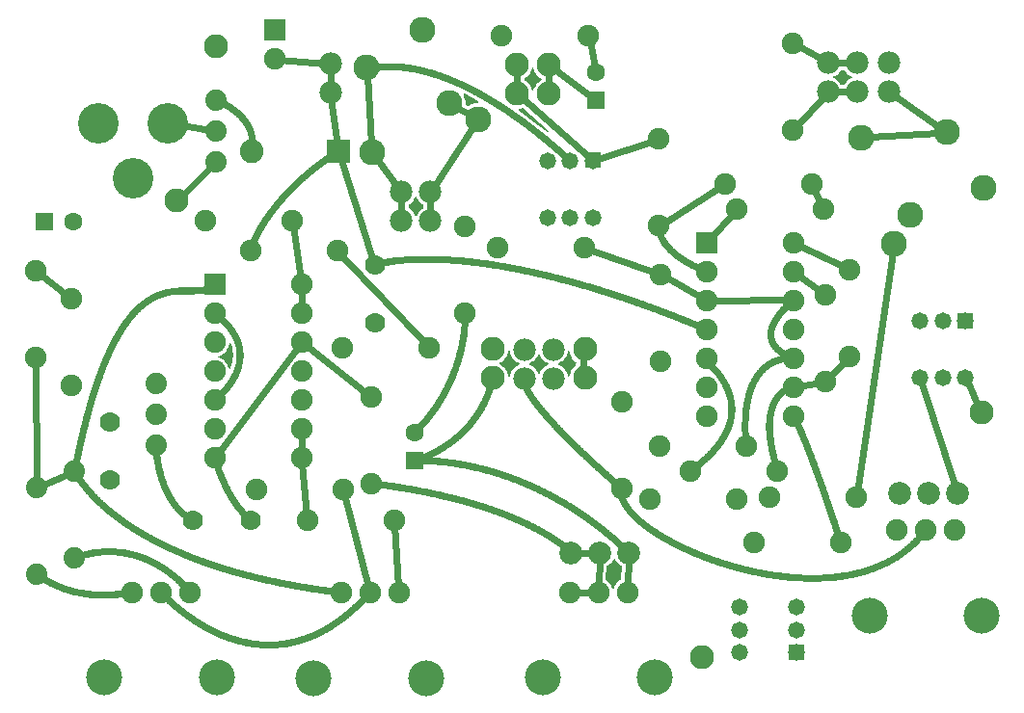
<source format=gbl>
G04 MADE WITH FRITZING*
G04 WWW.FRITZING.ORG*
G04 DOUBLE SIDED*
G04 HOLES PLATED*
G04 CONTOUR ON CENTER OF CONTOUR VECTOR*
%ASAXBY*%
%FSLAX23Y23*%
%MOIN*%
%OFA0B0*%
%SFA1.0B1.0*%
%ADD10C,0.058000*%
%ADD11C,0.074000*%
%ADD12C,0.082000*%
%ADD13C,0.070000*%
%ADD14C,0.083307*%
%ADD15C,0.075000*%
%ADD16C,0.140000*%
%ADD17C,0.078000*%
%ADD18C,0.062992*%
%ADD19C,0.079370*%
%ADD20C,0.090020*%
%ADD21C,0.074667*%
%ADD22C,0.074695*%
%ADD23C,0.124033*%
%ADD24R,0.058000X0.058000*%
%ADD25R,0.082000X0.082000*%
%ADD26R,0.075000X0.075000*%
%ADD27R,0.062992X0.062992*%
%ADD28C,0.024000*%
%ADD29C,0.000100*%
%ADD30R,0.001000X0.001000*%
%LNCOPPER0*%
G90*
G70*
G54D10*
X1924Y1808D03*
X1924Y2004D03*
X1845Y2004D03*
X2003Y2004D03*
X2003Y1808D03*
X1845Y1808D03*
X2510Y381D03*
X2707Y381D03*
X2707Y460D03*
X2707Y302D03*
X2510Y302D03*
X2510Y460D03*
X3212Y1252D03*
X3212Y1449D03*
X3133Y1449D03*
X3291Y1449D03*
X3291Y1252D03*
X3133Y1252D03*
G54D11*
X211Y630D03*
X211Y930D03*
X80Y874D03*
X80Y574D03*
G54D12*
X1122Y2037D03*
X824Y2037D03*
G54D13*
X820Y759D03*
X620Y759D03*
G54D14*
X1975Y1352D03*
X1975Y1252D03*
X1741Y2236D03*
X1741Y2336D03*
G54D13*
X333Y901D03*
X333Y1101D03*
G54D14*
X2381Y287D03*
G54D15*
X2395Y1721D03*
X2395Y1621D03*
X2395Y1521D03*
X2395Y1421D03*
X2395Y1321D03*
X2395Y1221D03*
X2395Y1121D03*
X2695Y1121D03*
X2695Y1221D03*
X2695Y1321D03*
X2695Y1421D03*
X2695Y1521D03*
X2695Y1621D03*
X2695Y1721D03*
X696Y1576D03*
X696Y1476D03*
X696Y1376D03*
X696Y1276D03*
X696Y1176D03*
X696Y1076D03*
X696Y976D03*
X996Y976D03*
X996Y1076D03*
X996Y1176D03*
X996Y1276D03*
X996Y1376D03*
X996Y1476D03*
X996Y1576D03*
G54D13*
X1249Y1643D03*
X1249Y1443D03*
G54D15*
X903Y2456D03*
X903Y2356D03*
G54D16*
X533Y2134D03*
X293Y2134D03*
X413Y1944D03*
G54D14*
X1850Y2335D03*
X1850Y2235D03*
X3346Y1132D03*
G54D17*
X1095Y2239D03*
X1095Y2339D03*
G54D15*
X2694Y2410D03*
X2694Y2110D03*
G54D17*
X2816Y2242D03*
X2916Y2242D03*
X2816Y2242D03*
X2916Y2242D03*
X2916Y2342D03*
X2816Y2342D03*
X3025Y2343D03*
X3025Y2343D03*
X3025Y2243D03*
G54D14*
X1656Y1252D03*
X1656Y1352D03*
G54D15*
X2103Y1169D03*
X2103Y869D03*
G54D17*
X1866Y1251D03*
X1866Y1351D03*
X1866Y1251D03*
X1866Y1351D03*
X1766Y1351D03*
X1766Y1251D03*
X1341Y1896D03*
X1341Y1796D03*
X1341Y1896D03*
X1341Y1796D03*
X1441Y1796D03*
X1441Y1896D03*
G54D18*
X107Y1793D03*
X206Y1793D03*
G54D19*
X3063Y854D03*
X3163Y854D03*
X3263Y854D03*
X1927Y647D03*
X2027Y647D03*
X2127Y647D03*
G54D18*
X2014Y2213D03*
X2014Y2311D03*
G54D20*
X3044Y1718D03*
X3099Y1817D03*
X2930Y2083D03*
X3225Y2103D03*
X3353Y1911D03*
G54D21*
X3253Y725D03*
X3153Y725D03*
G54D22*
X3053Y725D03*
G54D23*
X3347Y430D03*
X2959Y430D03*
G54D21*
X2123Y511D03*
X2023Y511D03*
G54D22*
X1923Y511D03*
G54D23*
X2217Y216D03*
X1829Y216D03*
G54D21*
X1332Y509D03*
X1232Y509D03*
G54D22*
X1132Y509D03*
G54D23*
X1426Y214D03*
X1038Y214D03*
G54D21*
X609Y511D03*
X509Y511D03*
G54D22*
X409Y511D03*
G54D23*
X703Y216D03*
X314Y216D03*
G54D18*
X1387Y966D03*
X1387Y1064D03*
G54D15*
X1315Y760D03*
X1015Y760D03*
X1139Y868D03*
X839Y868D03*
X1119Y1694D03*
X819Y1694D03*
X1438Y1356D03*
X1138Y1356D03*
X200Y1225D03*
X200Y1525D03*
X1238Y887D03*
X1238Y1187D03*
X75Y1623D03*
X75Y1323D03*
X962Y1796D03*
X662Y1796D03*
G54D20*
X1605Y2147D03*
X1506Y2202D03*
X1240Y2033D03*
X1220Y2328D03*
X1412Y2456D03*
G54D15*
X1988Y2437D03*
X1688Y2437D03*
X2501Y834D03*
X2201Y834D03*
X2341Y931D03*
X2641Y931D03*
X2560Y682D03*
X2860Y682D03*
X2233Y1016D03*
X2533Y1016D03*
X2890Y1327D03*
X2890Y1627D03*
X2808Y1239D03*
X2808Y1539D03*
X1973Y1702D03*
X1673Y1702D03*
X2500Y1836D03*
X2800Y1836D03*
X2459Y1923D03*
X2759Y1923D03*
X2237Y1611D03*
X2237Y1311D03*
G54D11*
X492Y1233D03*
X492Y1126D03*
X492Y1019D03*
G54D14*
X563Y1865D03*
X700Y2399D03*
G54D15*
X2913Y840D03*
X2613Y840D03*
X2231Y1779D03*
X2231Y2079D03*
X1561Y1476D03*
X1561Y1776D03*
G54D11*
X700Y2000D03*
X700Y2107D03*
X700Y2214D03*
G54D24*
X2002Y2005D03*
X2707Y303D03*
X3290Y1449D03*
G54D25*
X1123Y2037D03*
G54D26*
X2395Y1721D03*
X696Y1576D03*
X903Y2456D03*
G54D27*
X107Y1793D03*
X2014Y2213D03*
X1387Y966D03*
G54D28*
X1010Y1365D02*
X1224Y1198D01*
D02*
X3039Y1688D02*
X2916Y857D01*
D02*
X2396Y1308D02*
X2396Y1308D01*
D02*
X2413Y1521D02*
X2674Y1522D01*
D02*
X2674Y1522D02*
X2678Y1522D01*
D02*
X2713Y1224D02*
X2790Y1236D01*
D02*
X3139Y1234D02*
X3256Y873D01*
D02*
X3299Y1235D02*
X3337Y1151D01*
D02*
X3041Y2232D02*
X3200Y2120D01*
D02*
X2959Y2085D02*
X3195Y2101D01*
D02*
X2767Y1908D02*
X2793Y1851D01*
D02*
X2710Y1610D02*
X2794Y1549D01*
D02*
X2711Y1713D02*
X2874Y1635D01*
D02*
X2820Y1252D02*
X2878Y1314D01*
D02*
X1532Y2188D02*
X1579Y2162D01*
D02*
X1222Y2299D02*
X1238Y2063D01*
D02*
X2252Y1603D02*
X2380Y1529D01*
D02*
X2220Y1617D02*
X1989Y1697D01*
D02*
X1131Y1681D02*
X1426Y1369D01*
D02*
X1095Y2320D02*
X1095Y2258D01*
D02*
X921Y2354D02*
X1076Y2340D01*
D02*
X1244Y1658D02*
X1129Y2017D01*
D02*
X2709Y2402D02*
X2800Y2352D01*
D02*
X1850Y2257D02*
X1850Y2314D01*
D02*
X1868Y2322D02*
X2001Y2222D01*
D02*
X965Y1779D02*
X993Y1593D01*
D02*
X996Y1558D02*
X996Y1493D01*
D02*
X2407Y1734D02*
X2489Y1823D01*
D02*
X2246Y1788D02*
X2444Y1914D01*
D02*
X2803Y2228D02*
X2706Y2123D01*
D02*
X2835Y2342D02*
X2897Y2342D01*
D02*
X2835Y2242D02*
X2897Y2242D01*
D02*
X985Y1362D02*
X706Y990D01*
D02*
X186Y1536D02*
X89Y1612D01*
D02*
X76Y1305D02*
X80Y892D01*
D02*
X2127Y627D02*
X2124Y532D01*
D02*
X1944Y511D02*
X2002Y511D01*
D02*
X2027Y627D02*
X2024Y532D01*
D02*
X1947Y647D02*
X2007Y647D01*
D02*
X195Y923D02*
X96Y881D01*
D02*
X2215Y2073D02*
X2021Y2010D01*
D02*
X1757Y2222D02*
X1989Y2017D01*
D02*
X1963Y1256D02*
X1972Y1330D01*
D02*
X1741Y2258D02*
X1741Y2315D01*
D02*
X997Y958D02*
X1014Y778D01*
D02*
X996Y1058D02*
X996Y993D01*
D02*
X1097Y2220D02*
X1119Y2058D01*
D02*
X1316Y743D02*
X1330Y530D01*
D02*
X1143Y851D02*
X1227Y529D01*
D02*
X680Y2110D02*
X583Y2126D01*
D02*
X686Y1986D02*
X579Y1880D01*
D02*
X1963Y1256D02*
X1963Y1256D01*
D02*
X1992Y2420D02*
X2010Y2327D01*
D02*
X1258Y2009D02*
X1330Y1911D01*
D02*
X1589Y2122D02*
X1452Y1912D01*
D02*
X1341Y1815D02*
X1341Y1877D01*
D02*
X1095Y2320D02*
X1095Y2258D01*
D02*
X1441Y1815D02*
X1441Y1877D01*
G54D29*
G36*
X3351Y462D02*
X3354Y461D01*
X3359Y460D01*
X3360Y459D01*
X3364Y457D01*
X3365Y457D01*
X3370Y452D01*
X3374Y448D01*
X3377Y443D01*
X3377Y442D01*
X3379Y436D01*
X3379Y433D01*
X3379Y430D01*
X3379Y426D01*
X3379Y423D01*
X3377Y418D01*
X3377Y417D01*
X3374Y412D01*
X3370Y407D01*
X3365Y403D01*
X3360Y400D01*
X3353Y398D01*
X3351Y398D01*
X3347Y398D01*
X3343Y398D01*
X3340Y398D01*
X3335Y400D01*
X3334Y400D01*
X3329Y403D01*
X3324Y407D01*
X3320Y412D01*
X3317Y417D01*
X3317Y418D01*
X3315Y424D01*
X3315Y426D01*
X3315Y430D01*
X3315Y434D01*
X3315Y437D01*
X3317Y442D01*
X3317Y443D01*
X3320Y448D01*
X3324Y453D01*
X3330Y457D01*
X3334Y460D01*
X3341Y462D01*
X3343Y462D01*
X3347Y462D01*
X3351Y462D01*
D02*
G37*
D02*
G36*
X3351Y462D02*
X3354Y461D01*
X3359Y460D01*
X3360Y459D01*
X3364Y457D01*
X3365Y457D01*
X3370Y452D01*
X3374Y448D01*
X3377Y443D01*
X3377Y442D01*
X3379Y436D01*
X3379Y433D01*
X3379Y430D01*
X3379Y426D01*
X3379Y423D01*
X3377Y418D01*
X3377Y417D01*
X3374Y412D01*
X3370Y407D01*
X3365Y403D01*
X3360Y400D01*
X3353Y398D01*
X3351Y398D01*
X3347Y398D01*
X3343Y398D01*
X3340Y398D01*
X3335Y400D01*
X3334Y400D01*
X3329Y403D01*
X3324Y407D01*
X3320Y412D01*
X3317Y417D01*
X3317Y418D01*
X3315Y424D01*
X3315Y426D01*
X3315Y430D01*
X3315Y434D01*
X3315Y437D01*
X3317Y442D01*
X3317Y443D01*
X3320Y448D01*
X3324Y453D01*
X3330Y457D01*
X3334Y460D01*
X3341Y462D01*
X3343Y462D01*
X3347Y462D01*
X3351Y462D01*
D02*
G37*
D02*
G36*
X2078Y628D02*
X2079Y628D01*
X2080Y627D01*
X2084Y618D01*
X2085Y617D01*
X2090Y612D01*
X2092Y610D01*
X2098Y605D01*
X2101Y603D01*
X2101Y603D01*
X2102Y602D01*
X2102Y601D01*
X2102Y601D01*
X2100Y556D01*
X2100Y555D01*
X2099Y555D01*
X2099Y554D01*
X2096Y552D01*
X2094Y552D01*
X2089Y547D01*
X2087Y545D01*
X2082Y539D01*
X2078Y531D01*
X2077Y529D01*
X2076Y525D01*
X2075Y524D01*
X2075Y524D01*
X2074Y523D01*
X2073Y523D01*
X2072Y523D01*
X2071Y523D01*
X2071Y524D01*
X2070Y525D01*
X2068Y530D01*
X2068Y532D01*
X2064Y539D01*
X2063Y540D01*
X2058Y546D01*
X2057Y547D01*
X2051Y552D01*
X2049Y553D01*
X2049Y554D01*
X2049Y554D01*
X2048Y555D01*
X2048Y555D01*
X2050Y600D01*
X2050Y601D01*
X2051Y601D01*
X2051Y602D01*
X2056Y604D01*
X2057Y605D01*
X2063Y610D01*
X2065Y612D01*
X2070Y618D01*
X2070Y619D01*
X2075Y627D01*
X2075Y628D01*
X2076Y628D01*
X2076Y628D01*
X2077Y629D01*
X2078Y628D01*
D02*
G37*
D02*
G36*
X2078Y628D02*
X2079Y628D01*
X2080Y627D01*
X2084Y618D01*
X2085Y617D01*
X2090Y612D01*
X2092Y610D01*
X2098Y605D01*
X2101Y603D01*
X2101Y603D01*
X2102Y602D01*
X2102Y601D01*
X2102Y601D01*
X2100Y556D01*
X2100Y555D01*
X2099Y555D01*
X2099Y554D01*
X2096Y552D01*
X2094Y552D01*
X2089Y547D01*
X2087Y545D01*
X2082Y539D01*
X2078Y531D01*
X2077Y529D01*
X2076Y525D01*
X2075Y524D01*
X2075Y524D01*
X2074Y523D01*
X2073Y523D01*
X2072Y523D01*
X2071Y523D01*
X2071Y524D01*
X2070Y525D01*
X2068Y530D01*
X2068Y532D01*
X2064Y539D01*
X2063Y540D01*
X2058Y546D01*
X2057Y547D01*
X2051Y552D01*
X2049Y553D01*
X2049Y554D01*
X2049Y554D01*
X2048Y555D01*
X2048Y555D01*
X2050Y600D01*
X2050Y601D01*
X2051Y601D01*
X2051Y602D01*
X2056Y604D01*
X2057Y605D01*
X2063Y610D01*
X2065Y612D01*
X2070Y618D01*
X2070Y619D01*
X2075Y627D01*
X2075Y628D01*
X2076Y628D01*
X2076Y628D01*
X2077Y629D01*
X2078Y628D01*
D02*
G37*
D02*
G36*
X1713Y1348D02*
X1714Y1347D01*
X1715Y1347D01*
X1715Y1346D01*
X1715Y1345D01*
X1716Y1341D01*
X1719Y1331D01*
X1720Y1330D01*
X1724Y1323D01*
X1724Y1322D01*
X1730Y1315D01*
X1731Y1314D01*
X1737Y1309D01*
X1738Y1308D01*
X1745Y1305D01*
X1748Y1304D01*
X1748Y1303D01*
X1749Y1302D01*
X1749Y1301D01*
X1749Y1300D01*
X1749Y1300D01*
X1748Y1299D01*
X1748Y1299D01*
X1745Y1297D01*
X1738Y1293D01*
X1736Y1293D01*
X1730Y1287D01*
X1729Y1286D01*
X1724Y1280D01*
X1723Y1279D01*
X1719Y1271D01*
X1719Y1270D01*
X1716Y1262D01*
X1715Y1257D01*
X1715Y1257D01*
X1714Y1256D01*
X1714Y1256D01*
X1713Y1255D01*
X1712Y1255D01*
X1711Y1256D01*
X1710Y1256D01*
X1710Y1257D01*
X1710Y1258D01*
X1709Y1263D01*
X1706Y1273D01*
X1705Y1274D01*
X1701Y1282D01*
X1700Y1283D01*
X1695Y1290D01*
X1693Y1291D01*
X1686Y1296D01*
X1680Y1300D01*
X1680Y1300D01*
X1679Y1301D01*
X1679Y1302D01*
X1679Y1303D01*
X1680Y1304D01*
X1680Y1304D01*
X1681Y1305D01*
X1686Y1308D01*
X1687Y1308D01*
X1694Y1314D01*
X1695Y1315D01*
X1701Y1322D01*
X1705Y1331D01*
X1706Y1333D01*
X1709Y1341D01*
X1709Y1346D01*
X1710Y1347D01*
X1710Y1347D01*
X1711Y1348D01*
X1712Y1348D01*
X1713Y1348D01*
D02*
G37*
D02*
G36*
X1713Y1348D02*
X1714Y1347D01*
X1715Y1347D01*
X1715Y1346D01*
X1715Y1345D01*
X1716Y1341D01*
X1719Y1331D01*
X1720Y1330D01*
X1724Y1323D01*
X1724Y1322D01*
X1730Y1315D01*
X1731Y1314D01*
X1737Y1309D01*
X1738Y1308D01*
X1745Y1305D01*
X1748Y1304D01*
X1748Y1303D01*
X1749Y1302D01*
X1749Y1301D01*
X1749Y1300D01*
X1749Y1300D01*
X1748Y1299D01*
X1748Y1299D01*
X1745Y1297D01*
X1738Y1293D01*
X1736Y1293D01*
X1730Y1287D01*
X1729Y1286D01*
X1724Y1280D01*
X1723Y1279D01*
X1719Y1271D01*
X1719Y1270D01*
X1716Y1262D01*
X1715Y1257D01*
X1715Y1257D01*
X1714Y1256D01*
X1714Y1256D01*
X1713Y1255D01*
X1712Y1255D01*
X1711Y1256D01*
X1710Y1256D01*
X1710Y1257D01*
X1710Y1258D01*
X1709Y1263D01*
X1706Y1273D01*
X1705Y1274D01*
X1701Y1282D01*
X1700Y1283D01*
X1695Y1290D01*
X1693Y1291D01*
X1686Y1296D01*
X1680Y1300D01*
X1680Y1300D01*
X1679Y1301D01*
X1679Y1302D01*
X1679Y1303D01*
X1680Y1304D01*
X1680Y1304D01*
X1681Y1305D01*
X1686Y1308D01*
X1687Y1308D01*
X1694Y1314D01*
X1695Y1315D01*
X1701Y1322D01*
X1705Y1331D01*
X1706Y1333D01*
X1709Y1341D01*
X1709Y1346D01*
X1710Y1347D01*
X1710Y1347D01*
X1711Y1348D01*
X1712Y1348D01*
X1713Y1348D01*
D02*
G37*
D02*
G36*
X1920Y1345D02*
X1921Y1345D01*
X1921Y1344D01*
X1922Y1343D01*
X1922Y1343D01*
X1922Y1341D01*
X1925Y1331D01*
X1926Y1330D01*
X1930Y1322D01*
X1931Y1321D01*
X1937Y1314D01*
X1938Y1313D01*
X1944Y1308D01*
X1944Y1307D01*
X1945Y1306D01*
X1945Y1306D01*
X1944Y1296D01*
X1943Y1295D01*
X1943Y1295D01*
X1937Y1290D01*
X1936Y1289D01*
X1931Y1282D01*
X1926Y1273D01*
X1925Y1271D01*
X1922Y1263D01*
X1922Y1260D01*
X1921Y1259D01*
X1921Y1258D01*
X1920Y1258D01*
X1919Y1258D01*
X1918Y1258D01*
X1917Y1258D01*
X1917Y1259D01*
X1916Y1259D01*
X1915Y1262D01*
X1913Y1271D01*
X1912Y1272D01*
X1908Y1279D01*
X1907Y1281D01*
X1902Y1287D01*
X1901Y1288D01*
X1895Y1293D01*
X1894Y1294D01*
X1886Y1298D01*
X1884Y1298D01*
X1884Y1299D01*
X1883Y1300D01*
X1883Y1301D01*
X1883Y1302D01*
X1883Y1302D01*
X1883Y1303D01*
X1884Y1304D01*
X1887Y1305D01*
X1894Y1309D01*
X1895Y1310D01*
X1902Y1315D01*
X1903Y1316D01*
X1908Y1322D01*
X1909Y1324D01*
X1913Y1331D01*
X1913Y1333D01*
X1916Y1341D01*
X1916Y1343D01*
X1917Y1344D01*
X1917Y1344D01*
X1918Y1345D01*
X1919Y1345D01*
X1920Y1345D01*
D02*
G37*
D02*
G36*
X1920Y1345D02*
X1921Y1345D01*
X1921Y1344D01*
X1922Y1343D01*
X1922Y1343D01*
X1922Y1341D01*
X1925Y1331D01*
X1926Y1330D01*
X1930Y1322D01*
X1931Y1321D01*
X1937Y1314D01*
X1938Y1313D01*
X1944Y1308D01*
X1944Y1307D01*
X1945Y1306D01*
X1945Y1306D01*
X1944Y1296D01*
X1943Y1295D01*
X1943Y1295D01*
X1937Y1290D01*
X1936Y1289D01*
X1931Y1282D01*
X1926Y1273D01*
X1925Y1271D01*
X1922Y1263D01*
X1922Y1260D01*
X1921Y1259D01*
X1921Y1258D01*
X1920Y1258D01*
X1919Y1258D01*
X1918Y1258D01*
X1917Y1258D01*
X1917Y1259D01*
X1916Y1259D01*
X1915Y1262D01*
X1913Y1271D01*
X1912Y1272D01*
X1908Y1279D01*
X1907Y1281D01*
X1902Y1287D01*
X1901Y1288D01*
X1895Y1293D01*
X1894Y1294D01*
X1886Y1298D01*
X1884Y1298D01*
X1884Y1299D01*
X1883Y1300D01*
X1883Y1301D01*
X1883Y1302D01*
X1883Y1302D01*
X1883Y1303D01*
X1884Y1304D01*
X1887Y1305D01*
X1894Y1309D01*
X1895Y1310D01*
X1902Y1315D01*
X1903Y1316D01*
X1908Y1322D01*
X1909Y1324D01*
X1913Y1331D01*
X1913Y1333D01*
X1916Y1341D01*
X1916Y1343D01*
X1917Y1344D01*
X1917Y1344D01*
X1918Y1345D01*
X1919Y1345D01*
X1920Y1345D01*
D02*
G37*
D02*
G36*
X1817Y1334D02*
X1818Y1334D01*
X1818Y1333D01*
X1819Y1333D01*
X1819Y1331D01*
X1820Y1330D01*
X1824Y1323D01*
X1824Y1322D01*
X1830Y1315D01*
X1831Y1314D01*
X1837Y1309D01*
X1838Y1308D01*
X1845Y1305D01*
X1848Y1304D01*
X1848Y1303D01*
X1849Y1302D01*
X1849Y1301D01*
X1849Y1300D01*
X1849Y1300D01*
X1848Y1299D01*
X1848Y1299D01*
X1845Y1297D01*
X1838Y1293D01*
X1836Y1293D01*
X1830Y1287D01*
X1829Y1286D01*
X1824Y1280D01*
X1823Y1279D01*
X1819Y1271D01*
X1819Y1269D01*
X1818Y1268D01*
X1817Y1268D01*
X1816Y1268D01*
X1815Y1268D01*
X1814Y1269D01*
X1813Y1269D01*
X1812Y1272D01*
X1808Y1279D01*
X1807Y1281D01*
X1802Y1287D01*
X1801Y1288D01*
X1795Y1293D01*
X1794Y1294D01*
X1786Y1298D01*
X1784Y1298D01*
X1784Y1299D01*
X1783Y1300D01*
X1783Y1301D01*
X1783Y1302D01*
X1783Y1302D01*
X1783Y1303D01*
X1784Y1304D01*
X1787Y1305D01*
X1794Y1309D01*
X1795Y1310D01*
X1802Y1315D01*
X1803Y1316D01*
X1808Y1322D01*
X1809Y1324D01*
X1813Y1331D01*
X1813Y1333D01*
X1814Y1333D01*
X1814Y1334D01*
X1815Y1334D01*
X1816Y1334D01*
X1817Y1334D01*
D02*
G37*
D02*
G36*
X1817Y1334D02*
X1818Y1334D01*
X1818Y1333D01*
X1819Y1333D01*
X1819Y1331D01*
X1820Y1330D01*
X1824Y1323D01*
X1824Y1322D01*
X1830Y1315D01*
X1831Y1314D01*
X1837Y1309D01*
X1838Y1308D01*
X1845Y1305D01*
X1848Y1304D01*
X1848Y1303D01*
X1849Y1302D01*
X1849Y1301D01*
X1849Y1300D01*
X1849Y1300D01*
X1848Y1299D01*
X1848Y1299D01*
X1845Y1297D01*
X1838Y1293D01*
X1836Y1293D01*
X1830Y1287D01*
X1829Y1286D01*
X1824Y1280D01*
X1823Y1279D01*
X1819Y1271D01*
X1819Y1269D01*
X1818Y1268D01*
X1817Y1268D01*
X1816Y1268D01*
X1815Y1268D01*
X1814Y1269D01*
X1813Y1269D01*
X1812Y1272D01*
X1808Y1279D01*
X1807Y1281D01*
X1802Y1287D01*
X1801Y1288D01*
X1795Y1293D01*
X1794Y1294D01*
X1786Y1298D01*
X1784Y1298D01*
X1784Y1299D01*
X1783Y1300D01*
X1783Y1301D01*
X1783Y1302D01*
X1783Y1302D01*
X1783Y1303D01*
X1784Y1304D01*
X1787Y1305D01*
X1794Y1309D01*
X1795Y1310D01*
X1802Y1315D01*
X1803Y1316D01*
X1808Y1322D01*
X1809Y1324D01*
X1813Y1331D01*
X1813Y1333D01*
X1814Y1333D01*
X1814Y1334D01*
X1815Y1334D01*
X1816Y1334D01*
X1817Y1334D01*
D02*
G37*
D02*
G36*
X749Y1374D02*
X749Y1374D01*
X750Y1374D01*
X751Y1373D01*
X752Y1370D01*
X756Y1358D01*
X758Y1348D01*
X759Y1337D01*
X759Y1327D01*
X758Y1317D01*
X757Y1307D01*
X754Y1297D01*
X751Y1288D01*
X750Y1284D01*
X749Y1284D01*
X748Y1283D01*
X747Y1283D01*
X746Y1283D01*
X746Y1283D01*
X745Y1284D01*
X745Y1285D01*
X744Y1286D01*
X741Y1295D01*
X737Y1303D01*
X736Y1304D01*
X731Y1310D01*
X730Y1312D01*
X724Y1316D01*
X723Y1317D01*
X715Y1321D01*
X714Y1322D01*
X710Y1323D01*
X709Y1324D01*
X708Y1325D01*
X708Y1325D01*
X708Y1326D01*
X708Y1327D01*
X709Y1328D01*
X710Y1328D01*
X715Y1330D01*
X723Y1335D01*
X725Y1335D01*
X731Y1340D01*
X732Y1342D01*
X737Y1348D01*
X741Y1357D01*
X742Y1358D01*
X744Y1366D01*
X745Y1367D01*
X745Y1372D01*
X745Y1373D01*
X746Y1374D01*
X747Y1374D01*
X748Y1374D01*
X749Y1374D01*
D02*
G37*
D02*
G36*
X749Y1374D02*
X749Y1374D01*
X750Y1374D01*
X751Y1373D01*
X752Y1370D01*
X756Y1358D01*
X758Y1348D01*
X759Y1337D01*
X759Y1327D01*
X758Y1317D01*
X757Y1307D01*
X754Y1297D01*
X751Y1288D01*
X750Y1284D01*
X749Y1284D01*
X748Y1283D01*
X747Y1283D01*
X746Y1283D01*
X746Y1283D01*
X745Y1284D01*
X745Y1285D01*
X744Y1286D01*
X741Y1295D01*
X737Y1303D01*
X736Y1304D01*
X731Y1310D01*
X730Y1312D01*
X724Y1316D01*
X723Y1317D01*
X715Y1321D01*
X714Y1322D01*
X710Y1323D01*
X709Y1324D01*
X708Y1325D01*
X708Y1325D01*
X708Y1326D01*
X708Y1327D01*
X709Y1328D01*
X710Y1328D01*
X715Y1330D01*
X723Y1335D01*
X725Y1335D01*
X731Y1340D01*
X732Y1342D01*
X737Y1348D01*
X741Y1357D01*
X742Y1358D01*
X744Y1366D01*
X745Y1367D01*
X745Y1372D01*
X745Y1373D01*
X746Y1374D01*
X747Y1374D01*
X748Y1374D01*
X749Y1374D01*
D02*
G37*
D02*
G36*
X1430Y246D02*
X1433Y246D01*
X1438Y244D01*
X1439Y244D01*
X1443Y241D01*
X1449Y236D01*
X1453Y232D01*
X1456Y227D01*
X1456Y226D01*
X1458Y220D01*
X1458Y218D01*
X1458Y214D01*
X1458Y210D01*
X1458Y208D01*
X1456Y202D01*
X1456Y201D01*
X1453Y197D01*
X1453Y196D01*
X1449Y191D01*
X1443Y187D01*
X1439Y184D01*
X1438Y184D01*
X1432Y182D01*
X1430Y182D01*
X1426Y182D01*
X1422Y182D01*
X1419Y182D01*
X1414Y184D01*
X1413Y184D01*
X1408Y187D01*
X1403Y192D01*
X1399Y196D01*
X1399Y197D01*
X1396Y201D01*
X1396Y202D01*
X1394Y208D01*
X1394Y211D01*
X1394Y214D01*
X1394Y218D01*
X1395Y221D01*
X1396Y226D01*
X1399Y231D01*
X1399Y232D01*
X1403Y237D01*
X1408Y241D01*
X1413Y244D01*
X1414Y244D01*
X1420Y246D01*
X1422Y246D01*
X1426Y246D01*
X1430Y246D01*
D02*
G37*
D02*
G36*
X1430Y246D02*
X1433Y246D01*
X1438Y244D01*
X1439Y244D01*
X1443Y241D01*
X1449Y236D01*
X1453Y232D01*
X1456Y227D01*
X1456Y226D01*
X1458Y220D01*
X1458Y218D01*
X1458Y214D01*
X1458Y210D01*
X1458Y208D01*
X1456Y202D01*
X1456Y201D01*
X1453Y197D01*
X1453Y196D01*
X1449Y191D01*
X1443Y187D01*
X1439Y184D01*
X1438Y184D01*
X1432Y182D01*
X1430Y182D01*
X1426Y182D01*
X1422Y182D01*
X1419Y182D01*
X1414Y184D01*
X1413Y184D01*
X1408Y187D01*
X1403Y192D01*
X1399Y196D01*
X1399Y197D01*
X1396Y201D01*
X1396Y202D01*
X1394Y208D01*
X1394Y211D01*
X1394Y214D01*
X1394Y218D01*
X1395Y221D01*
X1396Y226D01*
X1399Y231D01*
X1399Y232D01*
X1403Y237D01*
X1408Y241D01*
X1413Y244D01*
X1414Y244D01*
X1420Y246D01*
X1422Y246D01*
X1426Y246D01*
X1430Y246D01*
D02*
G37*
D02*
G36*
X1042Y246D02*
X1044Y246D01*
X1050Y244D01*
X1051Y244D01*
X1055Y241D01*
X1061Y236D01*
X1064Y232D01*
X1067Y227D01*
X1068Y226D01*
X1069Y220D01*
X1070Y218D01*
X1070Y214D01*
X1070Y210D01*
X1069Y208D01*
X1068Y202D01*
X1067Y201D01*
X1065Y197D01*
X1064Y196D01*
X1060Y191D01*
X1055Y187D01*
X1051Y184D01*
X1050Y184D01*
X1044Y182D01*
X1041Y182D01*
X1038Y182D01*
X1034Y182D01*
X1031Y182D01*
X1025Y184D01*
X1025Y184D01*
X1020Y187D01*
X1020Y187D01*
X1015Y192D01*
X1011Y196D01*
X1011Y197D01*
X1008Y201D01*
X1008Y202D01*
X1006Y208D01*
X1006Y211D01*
X1006Y214D01*
X1006Y218D01*
X1006Y221D01*
X1008Y226D01*
X1011Y231D01*
X1011Y232D01*
X1015Y237D01*
X1020Y241D01*
X1020Y241D01*
X1025Y244D01*
X1025Y244D01*
X1032Y246D01*
X1034Y246D01*
X1038Y246D01*
X1042Y246D01*
D02*
G37*
D02*
G36*
X1042Y246D02*
X1044Y246D01*
X1050Y244D01*
X1051Y244D01*
X1055Y241D01*
X1061Y236D01*
X1064Y232D01*
X1067Y227D01*
X1068Y226D01*
X1069Y220D01*
X1070Y218D01*
X1070Y214D01*
X1070Y210D01*
X1069Y208D01*
X1068Y202D01*
X1067Y201D01*
X1065Y197D01*
X1064Y196D01*
X1060Y191D01*
X1055Y187D01*
X1051Y184D01*
X1050Y184D01*
X1044Y182D01*
X1041Y182D01*
X1038Y182D01*
X1034Y182D01*
X1031Y182D01*
X1025Y184D01*
X1025Y184D01*
X1020Y187D01*
X1020Y187D01*
X1015Y192D01*
X1011Y196D01*
X1011Y197D01*
X1008Y201D01*
X1008Y202D01*
X1006Y208D01*
X1006Y211D01*
X1006Y214D01*
X1006Y218D01*
X1006Y221D01*
X1008Y226D01*
X1011Y231D01*
X1011Y232D01*
X1015Y237D01*
X1020Y241D01*
X1020Y241D01*
X1025Y244D01*
X1025Y244D01*
X1032Y246D01*
X1034Y246D01*
X1038Y246D01*
X1042Y246D01*
D02*
G37*
D02*
G36*
X318Y248D02*
X321Y248D01*
X327Y246D01*
X327Y246D01*
X332Y243D01*
X337Y239D01*
X342Y234D01*
X344Y229D01*
X344Y229D01*
X346Y222D01*
X346Y220D01*
X347Y216D01*
X346Y212D01*
X346Y210D01*
X344Y204D01*
X344Y203D01*
X341Y198D01*
X337Y193D01*
X332Y189D01*
X332Y189D01*
X327Y187D01*
X327Y186D01*
X321Y185D01*
X318Y184D01*
X314Y184D01*
X311Y184D01*
X308Y185D01*
X302Y186D01*
X302Y187D01*
X296Y190D01*
X292Y194D01*
X288Y198D01*
X285Y203D01*
X285Y204D01*
X283Y210D01*
X283Y213D01*
X282Y216D01*
X283Y220D01*
X283Y223D01*
X285Y229D01*
X285Y229D01*
X287Y234D01*
X292Y239D01*
X296Y243D01*
X302Y246D01*
X302Y246D01*
X308Y248D01*
X311Y248D01*
X314Y248D01*
X318Y248D01*
D02*
G37*
D02*
G36*
X318Y248D02*
X321Y248D01*
X327Y246D01*
X327Y246D01*
X332Y243D01*
X337Y239D01*
X342Y234D01*
X344Y229D01*
X344Y229D01*
X346Y222D01*
X346Y220D01*
X347Y216D01*
X346Y212D01*
X346Y210D01*
X344Y204D01*
X344Y203D01*
X341Y198D01*
X337Y193D01*
X332Y189D01*
X332Y189D01*
X327Y187D01*
X327Y186D01*
X321Y185D01*
X318Y184D01*
X314Y184D01*
X311Y184D01*
X308Y185D01*
X302Y186D01*
X302Y187D01*
X296Y190D01*
X292Y194D01*
X288Y198D01*
X285Y203D01*
X285Y204D01*
X283Y210D01*
X283Y213D01*
X282Y216D01*
X283Y220D01*
X283Y223D01*
X285Y229D01*
X285Y229D01*
X287Y234D01*
X292Y239D01*
X296Y243D01*
X302Y246D01*
X302Y246D01*
X308Y248D01*
X311Y248D01*
X314Y248D01*
X318Y248D01*
D02*
G37*
D02*
G36*
X707Y248D02*
X709Y248D01*
X716Y246D01*
X720Y243D01*
X726Y239D01*
X730Y234D01*
X732Y229D01*
X734Y223D01*
X735Y220D01*
X735Y216D01*
X735Y212D01*
X734Y210D01*
X733Y204D01*
X732Y203D01*
X730Y199D01*
X725Y193D01*
X720Y189D01*
X716Y187D01*
X709Y185D01*
X706Y184D01*
X703Y184D01*
X699Y184D01*
X696Y185D01*
X691Y186D01*
X690Y187D01*
X685Y190D01*
X680Y194D01*
X676Y199D01*
X673Y203D01*
X671Y210D01*
X671Y213D01*
X671Y216D01*
X671Y220D01*
X671Y223D01*
X673Y229D01*
X676Y234D01*
X680Y239D01*
X685Y243D01*
X690Y246D01*
X691Y246D01*
X697Y248D01*
X699Y248D01*
X703Y248D01*
X707Y248D01*
D02*
G37*
D02*
G36*
X707Y248D02*
X709Y248D01*
X716Y246D01*
X720Y243D01*
X726Y239D01*
X730Y234D01*
X732Y229D01*
X734Y223D01*
X735Y220D01*
X735Y216D01*
X735Y212D01*
X734Y210D01*
X733Y204D01*
X732Y203D01*
X730Y199D01*
X725Y193D01*
X720Y189D01*
X716Y187D01*
X709Y185D01*
X706Y184D01*
X703Y184D01*
X699Y184D01*
X696Y185D01*
X691Y186D01*
X690Y187D01*
X685Y190D01*
X680Y194D01*
X676Y199D01*
X673Y203D01*
X671Y210D01*
X671Y213D01*
X671Y216D01*
X671Y220D01*
X671Y223D01*
X673Y229D01*
X676Y234D01*
X680Y239D01*
X685Y243D01*
X690Y246D01*
X691Y246D01*
X697Y248D01*
X699Y248D01*
X703Y248D01*
X707Y248D01*
D02*
G37*
D02*
G36*
X1833Y248D02*
X1835Y248D01*
X1841Y246D01*
X1842Y246D01*
X1847Y243D01*
X1852Y239D01*
X1856Y234D01*
X1858Y229D01*
X1859Y229D01*
X1860Y222D01*
X1861Y220D01*
X1861Y216D01*
X1861Y212D01*
X1860Y210D01*
X1859Y204D01*
X1858Y203D01*
X1856Y198D01*
X1851Y193D01*
X1847Y189D01*
X1846Y189D01*
X1842Y187D01*
X1841Y186D01*
X1835Y185D01*
X1832Y184D01*
X1829Y184D01*
X1825Y184D01*
X1822Y185D01*
X1817Y186D01*
X1816Y187D01*
X1811Y189D01*
X1811Y189D01*
X1806Y194D01*
X1802Y198D01*
X1799Y203D01*
X1799Y204D01*
X1797Y210D01*
X1797Y213D01*
X1797Y216D01*
X1797Y220D01*
X1797Y223D01*
X1799Y229D01*
X1799Y229D01*
X1802Y234D01*
X1806Y239D01*
X1811Y243D01*
X1816Y246D01*
X1817Y246D01*
X1823Y248D01*
X1825Y248D01*
X1829Y248D01*
X1833Y248D01*
D02*
G37*
D02*
G36*
X1833Y248D02*
X1835Y248D01*
X1841Y246D01*
X1842Y246D01*
X1847Y243D01*
X1852Y239D01*
X1856Y234D01*
X1858Y229D01*
X1859Y229D01*
X1860Y222D01*
X1861Y220D01*
X1861Y216D01*
X1861Y212D01*
X1860Y210D01*
X1859Y204D01*
X1858Y203D01*
X1856Y198D01*
X1851Y193D01*
X1847Y189D01*
X1846Y189D01*
X1842Y187D01*
X1841Y186D01*
X1835Y185D01*
X1832Y184D01*
X1829Y184D01*
X1825Y184D01*
X1822Y185D01*
X1817Y186D01*
X1816Y187D01*
X1811Y189D01*
X1811Y189D01*
X1806Y194D01*
X1802Y198D01*
X1799Y203D01*
X1799Y204D01*
X1797Y210D01*
X1797Y213D01*
X1797Y216D01*
X1797Y220D01*
X1797Y223D01*
X1799Y229D01*
X1799Y229D01*
X1802Y234D01*
X1806Y239D01*
X1811Y243D01*
X1816Y246D01*
X1817Y246D01*
X1823Y248D01*
X1825Y248D01*
X1829Y248D01*
X1833Y248D01*
D02*
G37*
D02*
G36*
X2221Y248D02*
X2224Y248D01*
X2229Y246D01*
X2230Y246D01*
X2235Y243D01*
X2240Y239D01*
X2244Y234D01*
X2247Y229D01*
X2247Y229D01*
X2249Y222D01*
X2249Y220D01*
X2249Y216D01*
X2249Y212D01*
X2249Y210D01*
X2247Y204D01*
X2247Y203D01*
X2244Y198D01*
X2240Y193D01*
X2235Y189D01*
X2235Y189D01*
X2230Y187D01*
X2229Y186D01*
X2223Y185D01*
X2221Y184D01*
X2217Y184D01*
X2213Y184D01*
X2210Y185D01*
X2205Y186D01*
X2204Y187D01*
X2199Y190D01*
X2194Y194D01*
X2190Y198D01*
X2188Y203D01*
X2187Y204D01*
X2185Y210D01*
X2185Y213D01*
X2185Y216D01*
X2185Y220D01*
X2186Y223D01*
X2187Y229D01*
X2188Y229D01*
X2190Y234D01*
X2195Y239D01*
X2199Y243D01*
X2204Y246D01*
X2205Y246D01*
X2211Y248D01*
X2213Y248D01*
X2217Y248D01*
X2221Y248D01*
D02*
G37*
D02*
G36*
X2221Y248D02*
X2224Y248D01*
X2229Y246D01*
X2230Y246D01*
X2235Y243D01*
X2240Y239D01*
X2244Y234D01*
X2247Y229D01*
X2247Y229D01*
X2249Y222D01*
X2249Y220D01*
X2249Y216D01*
X2249Y212D01*
X2249Y210D01*
X2247Y204D01*
X2247Y203D01*
X2244Y198D01*
X2240Y193D01*
X2235Y189D01*
X2235Y189D01*
X2230Y187D01*
X2229Y186D01*
X2223Y185D01*
X2221Y184D01*
X2217Y184D01*
X2213Y184D01*
X2210Y185D01*
X2205Y186D01*
X2204Y187D01*
X2199Y190D01*
X2194Y194D01*
X2190Y198D01*
X2188Y203D01*
X2187Y204D01*
X2185Y210D01*
X2185Y213D01*
X2185Y216D01*
X2185Y220D01*
X2186Y223D01*
X2187Y229D01*
X2188Y229D01*
X2190Y234D01*
X2195Y239D01*
X2199Y243D01*
X2204Y246D01*
X2205Y246D01*
X2211Y248D01*
X2213Y248D01*
X2217Y248D01*
X2221Y248D01*
D02*
G37*
D02*
G36*
X2963Y462D02*
X2965Y461D01*
X2971Y460D01*
X2971Y459D01*
X2977Y457D01*
X2982Y452D01*
X2985Y448D01*
X2988Y443D01*
X2989Y442D01*
X2990Y436D01*
X2991Y433D01*
X2991Y430D01*
X2991Y426D01*
X2990Y423D01*
X2989Y418D01*
X2988Y417D01*
X2986Y412D01*
X2981Y407D01*
X2976Y403D01*
X2971Y400D01*
X2965Y398D01*
X2962Y398D01*
X2959Y398D01*
X2955Y398D01*
X2952Y398D01*
X2947Y400D01*
X2946Y400D01*
X2941Y403D01*
X2936Y407D01*
X2932Y412D01*
X2929Y417D01*
X2929Y418D01*
X2927Y424D01*
X2927Y426D01*
X2927Y430D01*
X2927Y434D01*
X2927Y437D01*
X2929Y442D01*
X2929Y443D01*
X2932Y448D01*
X2936Y453D01*
X2941Y457D01*
X2946Y460D01*
X2952Y462D01*
X2955Y462D01*
X2959Y462D01*
X2963Y462D01*
D02*
G37*
D02*
G36*
X2963Y462D02*
X2965Y461D01*
X2971Y460D01*
X2971Y459D01*
X2977Y457D01*
X2982Y452D01*
X2985Y448D01*
X2988Y443D01*
X2989Y442D01*
X2990Y436D01*
X2991Y433D01*
X2991Y430D01*
X2991Y426D01*
X2990Y423D01*
X2989Y418D01*
X2988Y417D01*
X2986Y412D01*
X2981Y407D01*
X2976Y403D01*
X2971Y400D01*
X2965Y398D01*
X2962Y398D01*
X2959Y398D01*
X2955Y398D01*
X2952Y398D01*
X2947Y400D01*
X2946Y400D01*
X2941Y403D01*
X2936Y407D01*
X2932Y412D01*
X2929Y417D01*
X2929Y418D01*
X2927Y424D01*
X2927Y426D01*
X2927Y430D01*
X2927Y434D01*
X2927Y437D01*
X2929Y442D01*
X2929Y443D01*
X2932Y448D01*
X2936Y453D01*
X2941Y457D01*
X2946Y460D01*
X2952Y462D01*
X2955Y462D01*
X2959Y462D01*
X2963Y462D01*
D02*
G37*
D02*
G36*
X1392Y1879D02*
X1393Y1878D01*
X1394Y1878D01*
X1394Y1877D01*
X1394Y1876D01*
X1399Y1868D01*
X1400Y1867D01*
X1405Y1860D01*
X1406Y1859D01*
X1413Y1854D01*
X1416Y1852D01*
X1417Y1851D01*
X1417Y1851D01*
X1417Y1850D01*
X1417Y1842D01*
X1417Y1841D01*
X1417Y1840D01*
X1416Y1840D01*
X1413Y1838D01*
X1412Y1837D01*
X1406Y1832D01*
X1404Y1831D01*
X1399Y1825D01*
X1399Y1823D01*
X1395Y1816D01*
X1394Y1814D01*
X1393Y1814D01*
X1393Y1813D01*
X1391Y1813D01*
X1391Y1813D01*
X1390Y1813D01*
X1389Y1813D01*
X1389Y1814D01*
X1388Y1817D01*
X1384Y1824D01*
X1383Y1825D01*
X1378Y1832D01*
X1376Y1833D01*
X1370Y1838D01*
X1369Y1839D01*
X1367Y1840D01*
X1366Y1841D01*
X1365Y1841D01*
X1365Y1842D01*
X1365Y1850D01*
X1366Y1851D01*
X1366Y1852D01*
X1367Y1852D01*
X1370Y1854D01*
X1371Y1854D01*
X1377Y1860D01*
X1378Y1861D01*
X1383Y1867D01*
X1384Y1868D01*
X1388Y1876D01*
X1389Y1877D01*
X1389Y1878D01*
X1390Y1879D01*
X1391Y1879D01*
X1392Y1879D01*
X1392Y1879D01*
D02*
G37*
D02*
G36*
X1392Y1879D02*
X1393Y1878D01*
X1394Y1878D01*
X1394Y1877D01*
X1394Y1876D01*
X1399Y1868D01*
X1400Y1867D01*
X1405Y1860D01*
X1406Y1859D01*
X1413Y1854D01*
X1416Y1852D01*
X1417Y1851D01*
X1417Y1851D01*
X1417Y1850D01*
X1417Y1842D01*
X1417Y1841D01*
X1417Y1840D01*
X1416Y1840D01*
X1413Y1838D01*
X1412Y1837D01*
X1406Y1832D01*
X1404Y1831D01*
X1399Y1825D01*
X1399Y1823D01*
X1395Y1816D01*
X1394Y1814D01*
X1393Y1814D01*
X1393Y1813D01*
X1391Y1813D01*
X1391Y1813D01*
X1390Y1813D01*
X1389Y1813D01*
X1389Y1814D01*
X1388Y1817D01*
X1384Y1824D01*
X1383Y1825D01*
X1378Y1832D01*
X1376Y1833D01*
X1370Y1838D01*
X1369Y1839D01*
X1367Y1840D01*
X1366Y1841D01*
X1365Y1841D01*
X1365Y1842D01*
X1365Y1850D01*
X1366Y1851D01*
X1366Y1852D01*
X1367Y1852D01*
X1370Y1854D01*
X1371Y1854D01*
X1377Y1860D01*
X1378Y1861D01*
X1383Y1867D01*
X1384Y1868D01*
X1388Y1876D01*
X1389Y1877D01*
X1389Y1878D01*
X1390Y1879D01*
X1391Y1879D01*
X1392Y1879D01*
X1392Y1879D01*
D02*
G37*
D02*
G36*
X1761Y2186D02*
X1761Y2186D01*
X1849Y2108D01*
X1850Y2107D01*
X1850Y2106D01*
X1850Y2105D01*
X1849Y2104D01*
X1849Y2104D01*
X1848Y2103D01*
X1848Y2103D01*
X1846Y2103D01*
X1845Y2104D01*
X1801Y2138D01*
X1758Y2170D01*
X1747Y2178D01*
X1746Y2179D01*
X1746Y2180D01*
X1746Y2181D01*
X1746Y2182D01*
X1746Y2182D01*
X1747Y2183D01*
X1748Y2183D01*
X1751Y2184D01*
X1752Y2184D01*
X1759Y2186D01*
X1761Y2186D01*
D02*
G37*
D02*
G36*
X1761Y2186D02*
X1761Y2186D01*
X1849Y2108D01*
X1850Y2107D01*
X1850Y2106D01*
X1850Y2105D01*
X1849Y2104D01*
X1849Y2104D01*
X1848Y2103D01*
X1848Y2103D01*
X1846Y2103D01*
X1845Y2104D01*
X1801Y2138D01*
X1758Y2170D01*
X1747Y2178D01*
X1746Y2179D01*
X1746Y2180D01*
X1746Y2181D01*
X1746Y2182D01*
X1746Y2182D01*
X1747Y2183D01*
X1748Y2183D01*
X1751Y2184D01*
X1752Y2184D01*
X1759Y2186D01*
X1761Y2186D01*
D02*
G37*
D02*
G36*
X1558Y2236D02*
X1559Y2235D01*
X1582Y2224D01*
X1607Y2210D01*
X1608Y2209D01*
X1608Y2208D01*
X1608Y2208D01*
X1608Y2207D01*
X1608Y2206D01*
X1607Y2205D01*
X1607Y2205D01*
X1606Y2204D01*
X1604Y2204D01*
X1599Y2204D01*
X1593Y2203D01*
X1583Y2200D01*
X1582Y2199D01*
X1572Y2194D01*
X1571Y2194D01*
X1570Y2194D01*
X1570Y2194D01*
X1564Y2197D01*
X1564Y2198D01*
X1563Y2199D01*
X1563Y2200D01*
X1563Y2203D01*
X1563Y2209D01*
X1562Y2214D01*
X1561Y2215D01*
X1558Y2225D01*
X1555Y2232D01*
X1554Y2233D01*
X1554Y2233D01*
X1555Y2234D01*
X1555Y2235D01*
X1556Y2235D01*
X1557Y2236D01*
X1558Y2236D01*
X1558Y2236D01*
D02*
G37*
D02*
G36*
X1558Y2236D02*
X1559Y2235D01*
X1582Y2224D01*
X1607Y2210D01*
X1608Y2209D01*
X1608Y2208D01*
X1608Y2208D01*
X1608Y2207D01*
X1608Y2206D01*
X1607Y2205D01*
X1607Y2205D01*
X1606Y2204D01*
X1604Y2204D01*
X1599Y2204D01*
X1593Y2203D01*
X1583Y2200D01*
X1582Y2199D01*
X1572Y2194D01*
X1571Y2194D01*
X1570Y2194D01*
X1570Y2194D01*
X1564Y2197D01*
X1564Y2198D01*
X1563Y2199D01*
X1563Y2200D01*
X1563Y2203D01*
X1563Y2209D01*
X1562Y2214D01*
X1561Y2215D01*
X1558Y2225D01*
X1555Y2232D01*
X1554Y2233D01*
X1554Y2233D01*
X1555Y2234D01*
X1555Y2235D01*
X1556Y2235D01*
X1557Y2236D01*
X1558Y2236D01*
X1558Y2236D01*
D02*
G37*
D02*
G36*
X1796Y2325D02*
X1797Y2325D01*
X1798Y2324D01*
X1798Y2323D01*
X1801Y2315D01*
X1801Y2313D01*
X1806Y2305D01*
X1807Y2304D01*
X1812Y2298D01*
X1813Y2296D01*
X1820Y2291D01*
X1825Y2288D01*
X1825Y2288D01*
X1826Y2287D01*
X1826Y2286D01*
X1826Y2284D01*
X1826Y2283D01*
X1825Y2283D01*
X1825Y2282D01*
X1820Y2280D01*
X1819Y2279D01*
X1813Y2273D01*
X1811Y2272D01*
X1806Y2265D01*
X1805Y2264D01*
X1801Y2256D01*
X1801Y2255D01*
X1798Y2248D01*
X1798Y2247D01*
X1797Y2247D01*
X1796Y2246D01*
X1795Y2246D01*
X1795Y2246D01*
X1794Y2247D01*
X1793Y2248D01*
X1793Y2248D01*
X1790Y2257D01*
X1789Y2258D01*
X1785Y2266D01*
X1784Y2267D01*
X1779Y2274D01*
X1778Y2275D01*
X1771Y2281D01*
X1766Y2283D01*
X1766Y2284D01*
X1765Y2285D01*
X1765Y2286D01*
X1765Y2287D01*
X1765Y2288D01*
X1765Y2289D01*
X1766Y2290D01*
X1770Y2292D01*
X1772Y2293D01*
X1778Y2298D01*
X1780Y2300D01*
X1785Y2306D01*
X1786Y2307D01*
X1790Y2316D01*
X1793Y2324D01*
X1793Y2324D01*
X1794Y2325D01*
X1795Y2325D01*
X1795Y2325D01*
X1796Y2325D01*
D02*
G37*
D02*
G36*
X1796Y2325D02*
X1797Y2325D01*
X1798Y2324D01*
X1798Y2323D01*
X1801Y2315D01*
X1801Y2313D01*
X1806Y2305D01*
X1807Y2304D01*
X1812Y2298D01*
X1813Y2296D01*
X1820Y2291D01*
X1825Y2288D01*
X1825Y2288D01*
X1826Y2287D01*
X1826Y2286D01*
X1826Y2284D01*
X1826Y2283D01*
X1825Y2283D01*
X1825Y2282D01*
X1820Y2280D01*
X1819Y2279D01*
X1813Y2273D01*
X1811Y2272D01*
X1806Y2265D01*
X1805Y2264D01*
X1801Y2256D01*
X1801Y2255D01*
X1798Y2248D01*
X1798Y2247D01*
X1797Y2247D01*
X1796Y2246D01*
X1795Y2246D01*
X1795Y2246D01*
X1794Y2247D01*
X1793Y2248D01*
X1793Y2248D01*
X1790Y2257D01*
X1789Y2258D01*
X1785Y2266D01*
X1784Y2267D01*
X1779Y2274D01*
X1778Y2275D01*
X1771Y2281D01*
X1766Y2283D01*
X1766Y2284D01*
X1765Y2285D01*
X1765Y2286D01*
X1765Y2287D01*
X1765Y2288D01*
X1765Y2289D01*
X1766Y2290D01*
X1770Y2292D01*
X1772Y2293D01*
X1778Y2298D01*
X1780Y2300D01*
X1785Y2306D01*
X1786Y2307D01*
X1790Y2316D01*
X1793Y2324D01*
X1793Y2324D01*
X1794Y2325D01*
X1795Y2325D01*
X1795Y2325D01*
X1796Y2325D01*
D02*
G37*
D02*
G36*
X2870Y2318D02*
X2871Y2318D01*
X2872Y2318D01*
X2872Y2317D01*
X2874Y2314D01*
X2875Y2313D01*
X2880Y2307D01*
X2881Y2305D01*
X2888Y2300D01*
X2895Y2296D01*
X2898Y2295D01*
X2898Y2294D01*
X2899Y2294D01*
X2899Y2292D01*
X2899Y2292D01*
X2899Y2291D01*
X2899Y2290D01*
X2898Y2290D01*
X2895Y2289D01*
X2888Y2285D01*
X2887Y2284D01*
X2880Y2279D01*
X2879Y2277D01*
X2874Y2271D01*
X2873Y2270D01*
X2872Y2268D01*
X2871Y2267D01*
X2871Y2266D01*
X2870Y2266D01*
X2862Y2266D01*
X2861Y2267D01*
X2861Y2267D01*
X2860Y2268D01*
X2858Y2271D01*
X2858Y2272D01*
X2853Y2278D01*
X2851Y2279D01*
X2845Y2284D01*
X2844Y2285D01*
X2836Y2289D01*
X2835Y2290D01*
X2834Y2291D01*
X2833Y2291D01*
X2833Y2292D01*
X2833Y2294D01*
X2834Y2294D01*
X2834Y2295D01*
X2837Y2296D01*
X2845Y2300D01*
X2846Y2301D01*
X2852Y2306D01*
X2853Y2307D01*
X2858Y2314D01*
X2860Y2317D01*
X2861Y2318D01*
X2862Y2318D01*
X2863Y2318D01*
X2870Y2318D01*
D02*
G37*
D02*
G36*
X2870Y2318D02*
X2871Y2318D01*
X2872Y2318D01*
X2872Y2317D01*
X2874Y2314D01*
X2875Y2313D01*
X2880Y2307D01*
X2881Y2305D01*
X2888Y2300D01*
X2895Y2296D01*
X2898Y2295D01*
X2898Y2294D01*
X2899Y2294D01*
X2899Y2292D01*
X2899Y2292D01*
X2899Y2291D01*
X2899Y2290D01*
X2898Y2290D01*
X2895Y2289D01*
X2888Y2285D01*
X2887Y2284D01*
X2880Y2279D01*
X2879Y2277D01*
X2874Y2271D01*
X2873Y2270D01*
X2872Y2268D01*
X2871Y2267D01*
X2871Y2266D01*
X2870Y2266D01*
X2862Y2266D01*
X2861Y2267D01*
X2861Y2267D01*
X2860Y2268D01*
X2858Y2271D01*
X2858Y2272D01*
X2853Y2278D01*
X2851Y2279D01*
X2845Y2284D01*
X2844Y2285D01*
X2836Y2289D01*
X2835Y2290D01*
X2834Y2291D01*
X2833Y2291D01*
X2833Y2292D01*
X2833Y2294D01*
X2834Y2294D01*
X2834Y2295D01*
X2837Y2296D01*
X2845Y2300D01*
X2846Y2301D01*
X2852Y2306D01*
X2853Y2307D01*
X2858Y2314D01*
X2860Y2317D01*
X2861Y2318D01*
X2862Y2318D01*
X2863Y2318D01*
X2870Y2318D01*
D02*
G37*
D02*
G36*
X418Y1982D02*
X422Y1981D01*
X425Y1980D01*
X428Y1979D01*
X434Y1976D01*
X440Y1971D01*
X445Y1965D01*
X445Y1965D01*
X449Y1958D01*
X450Y1956D01*
X451Y1952D01*
X451Y1948D01*
X451Y1944D01*
X451Y1940D01*
X451Y1936D01*
X450Y1932D01*
X449Y1930D01*
X445Y1923D01*
X445Y1923D01*
X440Y1917D01*
X434Y1912D01*
X428Y1909D01*
X425Y1908D01*
X421Y1907D01*
X417Y1906D01*
X413Y1906D01*
X409Y1906D01*
X405Y1907D01*
X402Y1908D01*
X399Y1909D01*
X393Y1912D01*
X386Y1918D01*
X381Y1923D01*
X378Y1929D01*
X377Y1933D01*
X376Y1936D01*
X376Y1940D01*
X375Y1944D01*
X376Y1948D01*
X376Y1953D01*
X377Y1956D01*
X378Y1959D01*
X382Y1965D01*
X387Y1971D01*
X392Y1976D01*
X399Y1979D01*
X402Y1980D01*
X405Y1981D01*
X409Y1982D01*
X413Y1982D01*
X418Y1982D01*
D02*
G37*
D02*
G36*
X418Y1982D02*
X422Y1981D01*
X425Y1980D01*
X428Y1979D01*
X434Y1976D01*
X440Y1971D01*
X445Y1965D01*
X445Y1965D01*
X449Y1958D01*
X450Y1956D01*
X451Y1952D01*
X451Y1948D01*
X451Y1944D01*
X451Y1940D01*
X451Y1936D01*
X450Y1932D01*
X449Y1930D01*
X445Y1923D01*
X445Y1923D01*
X440Y1917D01*
X434Y1912D01*
X428Y1909D01*
X425Y1908D01*
X421Y1907D01*
X417Y1906D01*
X413Y1906D01*
X409Y1906D01*
X405Y1907D01*
X402Y1908D01*
X399Y1909D01*
X393Y1912D01*
X386Y1918D01*
X381Y1923D01*
X378Y1929D01*
X377Y1933D01*
X376Y1936D01*
X376Y1940D01*
X375Y1944D01*
X376Y1948D01*
X376Y1953D01*
X377Y1956D01*
X378Y1959D01*
X382Y1965D01*
X387Y1971D01*
X392Y1976D01*
X399Y1979D01*
X402Y1980D01*
X405Y1981D01*
X409Y1982D01*
X413Y1982D01*
X418Y1982D01*
D02*
G37*
D02*
G36*
X538Y2172D02*
X542Y2171D01*
X545Y2170D01*
X548Y2169D01*
X555Y2166D01*
X560Y2161D01*
X565Y2155D01*
X569Y2148D01*
X569Y2147D01*
X569Y2147D01*
X569Y2146D01*
X568Y2145D01*
X566Y2144D01*
X564Y2141D01*
X562Y2138D01*
X561Y2136D01*
X560Y2134D01*
X559Y2130D01*
X559Y2126D01*
X559Y2121D01*
X560Y2118D01*
X561Y2117D01*
X563Y2112D01*
X563Y2112D01*
X563Y2111D01*
X562Y2110D01*
X560Y2107D01*
X554Y2102D01*
X548Y2099D01*
X545Y2098D01*
X541Y2097D01*
X537Y2096D01*
X533Y2096D01*
X529Y2096D01*
X525Y2097D01*
X522Y2098D01*
X519Y2099D01*
X513Y2102D01*
X506Y2108D01*
X502Y2113D01*
X501Y2113D01*
X498Y2120D01*
X497Y2123D01*
X496Y2126D01*
X496Y2130D01*
X495Y2134D01*
X496Y2139D01*
X496Y2143D01*
X497Y2146D01*
X498Y2149D01*
X502Y2155D01*
X507Y2161D01*
X512Y2166D01*
X519Y2169D01*
X522Y2170D01*
X525Y2171D01*
X529Y2172D01*
X533Y2172D01*
X538Y2172D01*
D02*
G37*
D02*
G36*
X538Y2172D02*
X542Y2171D01*
X545Y2170D01*
X548Y2169D01*
X555Y2166D01*
X560Y2161D01*
X565Y2155D01*
X569Y2148D01*
X569Y2147D01*
X569Y2147D01*
X569Y2146D01*
X568Y2145D01*
X566Y2144D01*
X564Y2141D01*
X562Y2138D01*
X561Y2136D01*
X560Y2134D01*
X559Y2130D01*
X559Y2126D01*
X559Y2121D01*
X560Y2118D01*
X561Y2117D01*
X563Y2112D01*
X563Y2112D01*
X563Y2111D01*
X562Y2110D01*
X560Y2107D01*
X554Y2102D01*
X548Y2099D01*
X545Y2098D01*
X541Y2097D01*
X537Y2096D01*
X533Y2096D01*
X529Y2096D01*
X525Y2097D01*
X522Y2098D01*
X519Y2099D01*
X513Y2102D01*
X506Y2108D01*
X502Y2113D01*
X501Y2113D01*
X498Y2120D01*
X497Y2123D01*
X496Y2126D01*
X496Y2130D01*
X495Y2134D01*
X496Y2139D01*
X496Y2143D01*
X497Y2146D01*
X498Y2149D01*
X502Y2155D01*
X507Y2161D01*
X512Y2166D01*
X519Y2169D01*
X522Y2170D01*
X525Y2171D01*
X529Y2172D01*
X533Y2172D01*
X538Y2172D01*
D02*
G37*
D02*
G36*
X298Y2172D02*
X302Y2171D01*
X305Y2170D01*
X308Y2169D01*
X315Y2166D01*
X320Y2161D01*
X325Y2155D01*
X329Y2149D01*
X330Y2146D01*
X331Y2142D01*
X331Y2138D01*
X331Y2134D01*
X331Y2130D01*
X331Y2126D01*
X330Y2122D01*
X329Y2120D01*
X325Y2113D01*
X325Y2113D01*
X320Y2107D01*
X314Y2102D01*
X308Y2099D01*
X305Y2098D01*
X301Y2097D01*
X297Y2096D01*
X293Y2096D01*
X289Y2096D01*
X285Y2097D01*
X282Y2098D01*
X279Y2099D01*
X273Y2102D01*
X266Y2108D01*
X262Y2113D01*
X261Y2113D01*
X258Y2120D01*
X257Y2123D01*
X256Y2126D01*
X256Y2130D01*
X255Y2134D01*
X256Y2139D01*
X256Y2143D01*
X257Y2146D01*
X258Y2149D01*
X262Y2155D01*
X267Y2161D01*
X272Y2166D01*
X279Y2169D01*
X282Y2170D01*
X285Y2171D01*
X289Y2172D01*
X293Y2172D01*
X298Y2172D01*
D02*
G37*
D02*
G36*
X298Y2172D02*
X302Y2171D01*
X305Y2170D01*
X308Y2169D01*
X315Y2166D01*
X320Y2161D01*
X325Y2155D01*
X329Y2149D01*
X330Y2146D01*
X331Y2142D01*
X331Y2138D01*
X331Y2134D01*
X331Y2130D01*
X331Y2126D01*
X330Y2122D01*
X329Y2120D01*
X325Y2113D01*
X325Y2113D01*
X320Y2107D01*
X314Y2102D01*
X308Y2099D01*
X305Y2098D01*
X301Y2097D01*
X297Y2096D01*
X293Y2096D01*
X289Y2096D01*
X285Y2097D01*
X282Y2098D01*
X279Y2099D01*
X273Y2102D01*
X266Y2108D01*
X262Y2113D01*
X261Y2113D01*
X258Y2120D01*
X257Y2123D01*
X256Y2126D01*
X256Y2130D01*
X255Y2134D01*
X256Y2139D01*
X256Y2143D01*
X257Y2146D01*
X258Y2149D01*
X262Y2155D01*
X267Y2161D01*
X272Y2166D01*
X279Y2169D01*
X282Y2170D01*
X285Y2171D01*
X289Y2172D01*
X293Y2172D01*
X298Y2172D01*
D02*
G37*
D02*
G54D30*
X1309Y2341D02*
X1309Y2341D01*
X1220Y2340D02*
X1221Y2340D01*
X1276Y2340D02*
X1332Y2340D01*
X1216Y2339D02*
X1225Y2339D01*
X1264Y2339D02*
X1344Y2339D01*
X1214Y2338D02*
X1227Y2338D01*
X1256Y2338D02*
X1353Y2338D01*
X1213Y2337D02*
X1228Y2337D01*
X1249Y2337D02*
X1361Y2337D01*
X1212Y2336D02*
X1229Y2336D01*
X1242Y2336D02*
X1369Y2336D01*
X1211Y2335D02*
X1230Y2335D01*
X1236Y2335D02*
X1375Y2335D01*
X1210Y2334D02*
X1381Y2334D01*
X1210Y2333D02*
X1386Y2333D01*
X1209Y2332D02*
X1392Y2332D01*
X1208Y2331D02*
X1397Y2331D01*
X1208Y2330D02*
X1401Y2330D01*
X1207Y2329D02*
X1406Y2329D01*
X1207Y2328D02*
X1410Y2328D01*
X1207Y2327D02*
X1415Y2327D01*
X1206Y2326D02*
X1419Y2326D01*
X1206Y2325D02*
X1423Y2325D01*
X1206Y2324D02*
X1427Y2324D01*
X1206Y2323D02*
X1430Y2323D01*
X1206Y2322D02*
X1434Y2322D01*
X1206Y2321D02*
X1438Y2321D01*
X1206Y2320D02*
X1441Y2320D01*
X1206Y2319D02*
X1445Y2319D01*
X1206Y2318D02*
X1448Y2318D01*
X1207Y2317D02*
X1306Y2317D01*
X1310Y2317D02*
X1451Y2317D01*
X1207Y2316D02*
X1276Y2316D01*
X1332Y2316D02*
X1455Y2316D01*
X1208Y2315D02*
X1265Y2315D01*
X1344Y2315D02*
X1458Y2315D01*
X1209Y2314D02*
X1256Y2314D01*
X1353Y2314D02*
X1461Y2314D01*
X1209Y2313D02*
X1249Y2313D01*
X1361Y2313D02*
X1464Y2313D01*
X1211Y2312D02*
X1243Y2312D01*
X1368Y2312D02*
X1467Y2312D01*
X1212Y2311D02*
X1237Y2311D01*
X1374Y2311D02*
X1470Y2311D01*
X1214Y2310D02*
X1232Y2310D01*
X1380Y2310D02*
X1473Y2310D01*
X1217Y2309D02*
X1225Y2309D01*
X1385Y2309D02*
X1476Y2309D01*
X1390Y2308D02*
X1479Y2308D01*
X1395Y2307D02*
X1482Y2307D01*
X1400Y2306D02*
X1485Y2306D01*
X1404Y2305D02*
X1487Y2305D01*
X1409Y2304D02*
X1490Y2304D01*
X1413Y2303D02*
X1493Y2303D01*
X1417Y2302D02*
X1495Y2302D01*
X1421Y2301D02*
X1498Y2301D01*
X1425Y2300D02*
X1501Y2300D01*
X1428Y2299D02*
X1503Y2299D01*
X1432Y2298D02*
X1506Y2298D01*
X1436Y2297D02*
X1508Y2297D01*
X1439Y2296D02*
X1511Y2296D01*
X1442Y2295D02*
X1513Y2295D01*
X1446Y2294D02*
X1516Y2294D01*
X1449Y2293D02*
X1518Y2293D01*
X1452Y2292D02*
X1521Y2292D01*
X1455Y2291D02*
X1523Y2291D01*
X1458Y2290D02*
X1525Y2290D01*
X1461Y2289D02*
X1528Y2289D01*
X1465Y2288D02*
X1530Y2288D01*
X1467Y2287D02*
X1533Y2287D01*
X1470Y2286D02*
X1535Y2286D01*
X1473Y2285D02*
X1537Y2285D01*
X1476Y2284D02*
X1539Y2284D01*
X1479Y2283D02*
X1542Y2283D01*
X1482Y2282D02*
X1544Y2282D01*
X1484Y2281D02*
X1546Y2281D01*
X1487Y2280D02*
X1548Y2280D01*
X1490Y2279D02*
X1550Y2279D01*
X1492Y2278D02*
X1553Y2278D01*
X1495Y2277D02*
X1555Y2277D01*
X1497Y2276D02*
X1557Y2276D01*
X1500Y2275D02*
X1559Y2275D01*
X1502Y2274D02*
X1561Y2274D01*
X1505Y2273D02*
X1563Y2273D01*
X1507Y2272D02*
X1565Y2272D01*
X1510Y2271D02*
X1567Y2271D01*
X1512Y2270D02*
X1569Y2270D01*
X1515Y2269D02*
X1571Y2269D01*
X1517Y2268D02*
X1574Y2268D01*
X1519Y2267D02*
X1576Y2267D01*
X1522Y2266D02*
X1578Y2266D01*
X1524Y2265D02*
X1580Y2265D01*
X1526Y2264D02*
X1582Y2264D01*
X1529Y2263D02*
X1584Y2263D01*
X1531Y2262D02*
X1586Y2262D01*
X1533Y2261D02*
X1587Y2261D01*
X1535Y2260D02*
X1589Y2260D01*
X1538Y2259D02*
X1591Y2259D01*
X1540Y2258D02*
X1593Y2258D01*
X1542Y2257D02*
X1595Y2257D01*
X1544Y2256D02*
X1597Y2256D01*
X1546Y2255D02*
X1599Y2255D01*
X1548Y2254D02*
X1601Y2254D01*
X1550Y2253D02*
X1603Y2253D01*
X1553Y2252D02*
X1605Y2252D01*
X1555Y2251D02*
X1607Y2251D01*
X1557Y2250D02*
X1608Y2250D01*
X1559Y2249D02*
X1610Y2249D01*
X1561Y2248D02*
X1612Y2248D01*
X1563Y2247D02*
X1614Y2247D01*
X1565Y2246D02*
X1616Y2246D01*
X1567Y2245D02*
X1618Y2245D01*
X1569Y2244D02*
X1619Y2244D01*
X1571Y2243D02*
X1621Y2243D01*
X1573Y2242D02*
X1623Y2242D01*
X1575Y2241D02*
X1625Y2241D01*
X1577Y2240D02*
X1627Y2240D01*
X1579Y2239D02*
X1628Y2239D01*
X1581Y2238D02*
X1630Y2238D01*
X1583Y2237D02*
X1632Y2237D01*
X1585Y2236D02*
X1634Y2236D01*
X1587Y2235D02*
X1635Y2235D01*
X1588Y2234D02*
X1637Y2234D01*
X1590Y2233D02*
X1639Y2233D01*
X1592Y2232D02*
X1640Y2232D01*
X1594Y2231D02*
X1642Y2231D01*
X1596Y2230D02*
X1644Y2230D01*
X1598Y2229D02*
X1646Y2229D01*
X1600Y2228D02*
X1647Y2228D01*
X1602Y2227D02*
X1649Y2227D01*
X1603Y2226D02*
X1651Y2226D01*
X697Y2225D02*
X703Y2225D01*
X1605Y2225D02*
X1652Y2225D01*
X695Y2224D02*
X706Y2224D01*
X1607Y2224D02*
X1654Y2224D01*
X694Y2223D02*
X709Y2223D01*
X1609Y2223D02*
X1656Y2223D01*
X692Y2222D02*
X711Y2222D01*
X1611Y2222D02*
X1657Y2222D01*
X692Y2221D02*
X713Y2221D01*
X1612Y2221D02*
X1659Y2221D01*
X691Y2220D02*
X716Y2220D01*
X1614Y2220D02*
X1661Y2220D01*
X690Y2219D02*
X718Y2219D01*
X1616Y2219D02*
X1662Y2219D01*
X690Y2218D02*
X720Y2218D01*
X1618Y2218D02*
X1664Y2218D01*
X689Y2217D02*
X722Y2217D01*
X1619Y2217D02*
X1666Y2217D01*
X689Y2216D02*
X724Y2216D01*
X1621Y2216D02*
X1667Y2216D01*
X689Y2215D02*
X726Y2215D01*
X1623Y2215D02*
X1669Y2215D01*
X689Y2214D02*
X728Y2214D01*
X1625Y2214D02*
X1670Y2214D01*
X689Y2213D02*
X730Y2213D01*
X1626Y2213D02*
X1672Y2213D01*
X689Y2212D02*
X732Y2212D01*
X1628Y2212D02*
X1674Y2212D01*
X689Y2211D02*
X734Y2211D01*
X1630Y2211D02*
X1675Y2211D01*
X690Y2210D02*
X736Y2210D01*
X1632Y2210D02*
X1677Y2210D01*
X690Y2209D02*
X738Y2209D01*
X1633Y2209D02*
X1678Y2209D01*
X690Y2208D02*
X739Y2208D01*
X1635Y2208D02*
X1680Y2208D01*
X691Y2207D02*
X741Y2207D01*
X1637Y2207D02*
X1682Y2207D01*
X692Y2206D02*
X743Y2206D01*
X1638Y2206D02*
X1683Y2206D01*
X693Y2205D02*
X744Y2205D01*
X1640Y2205D02*
X1685Y2205D01*
X694Y2204D02*
X746Y2204D01*
X1642Y2204D02*
X1686Y2204D01*
X695Y2203D02*
X748Y2203D01*
X1643Y2203D02*
X1688Y2203D01*
X698Y2202D02*
X749Y2202D01*
X1645Y2202D02*
X1689Y2202D01*
X700Y2201D02*
X751Y2201D01*
X1647Y2201D02*
X1691Y2201D01*
X703Y2200D02*
X753Y2200D01*
X1648Y2200D02*
X1693Y2200D01*
X705Y2199D02*
X754Y2199D01*
X1650Y2199D02*
X1694Y2199D01*
X707Y2198D02*
X756Y2198D01*
X1652Y2198D02*
X1696Y2198D01*
X709Y2197D02*
X757Y2197D01*
X1653Y2197D02*
X1697Y2197D01*
X711Y2196D02*
X758Y2196D01*
X1655Y2196D02*
X1699Y2196D01*
X714Y2195D02*
X760Y2195D01*
X1657Y2195D02*
X1700Y2195D01*
X716Y2194D02*
X761Y2194D01*
X1658Y2194D02*
X1702Y2194D01*
X718Y2193D02*
X763Y2193D01*
X1660Y2193D02*
X1703Y2193D01*
X720Y2192D02*
X764Y2192D01*
X1661Y2192D02*
X1705Y2192D01*
X721Y2191D02*
X766Y2191D01*
X1663Y2191D02*
X1706Y2191D01*
X723Y2190D02*
X767Y2190D01*
X1665Y2190D02*
X1708Y2190D01*
X725Y2189D02*
X768Y2189D01*
X1666Y2189D02*
X1709Y2189D01*
X727Y2188D02*
X770Y2188D01*
X1668Y2188D02*
X1711Y2188D01*
X729Y2187D02*
X771Y2187D01*
X1669Y2187D02*
X1712Y2187D01*
X731Y2186D02*
X772Y2186D01*
X1671Y2186D02*
X1714Y2186D01*
X732Y2185D02*
X774Y2185D01*
X1672Y2185D02*
X1715Y2185D01*
X734Y2184D02*
X775Y2184D01*
X1674Y2184D02*
X1717Y2184D01*
X736Y2183D02*
X776Y2183D01*
X1676Y2183D02*
X1718Y2183D01*
X737Y2182D02*
X777Y2182D01*
X1677Y2182D02*
X1720Y2182D01*
X739Y2181D02*
X778Y2181D01*
X1679Y2181D02*
X1721Y2181D01*
X740Y2180D02*
X780Y2180D01*
X1680Y2180D02*
X1723Y2180D01*
X742Y2179D02*
X781Y2179D01*
X1682Y2179D02*
X1724Y2179D01*
X743Y2178D02*
X782Y2178D01*
X1683Y2178D02*
X1725Y2178D01*
X745Y2177D02*
X783Y2177D01*
X1685Y2177D02*
X1727Y2177D01*
X746Y2176D02*
X784Y2176D01*
X1686Y2176D02*
X1728Y2176D01*
X748Y2175D02*
X785Y2175D01*
X1688Y2175D02*
X1730Y2175D01*
X749Y2174D02*
X786Y2174D01*
X1689Y2174D02*
X1731Y2174D01*
X751Y2173D02*
X787Y2173D01*
X1691Y2173D02*
X1733Y2173D01*
X752Y2172D02*
X788Y2172D01*
X1693Y2172D02*
X1734Y2172D01*
X753Y2171D02*
X789Y2171D01*
X1694Y2171D02*
X1736Y2171D01*
X755Y2170D02*
X790Y2170D01*
X1696Y2170D02*
X1737Y2170D01*
X756Y2169D02*
X791Y2169D01*
X1697Y2169D02*
X1738Y2169D01*
X757Y2168D02*
X792Y2168D01*
X1699Y2168D02*
X1740Y2168D01*
X759Y2167D02*
X793Y2167D01*
X1700Y2167D02*
X1741Y2167D01*
X760Y2166D02*
X794Y2166D01*
X1702Y2166D02*
X1743Y2166D01*
X761Y2165D02*
X795Y2165D01*
X1703Y2165D02*
X1744Y2165D01*
X762Y2164D02*
X796Y2164D01*
X1704Y2164D02*
X1746Y2164D01*
X764Y2163D02*
X797Y2163D01*
X1706Y2163D02*
X1747Y2163D01*
X765Y2162D02*
X798Y2162D01*
X1707Y2162D02*
X1748Y2162D01*
X766Y2161D02*
X799Y2161D01*
X1709Y2161D02*
X1750Y2161D01*
X767Y2160D02*
X800Y2160D01*
X1710Y2160D02*
X1751Y2160D01*
X768Y2159D02*
X801Y2159D01*
X1712Y2159D02*
X1753Y2159D01*
X769Y2158D02*
X802Y2158D01*
X1713Y2158D02*
X1754Y2158D01*
X770Y2157D02*
X802Y2157D01*
X1715Y2157D02*
X1755Y2157D01*
X771Y2156D02*
X803Y2156D01*
X1716Y2156D02*
X1757Y2156D01*
X772Y2155D02*
X804Y2155D01*
X1718Y2155D02*
X1758Y2155D01*
X774Y2154D02*
X805Y2154D01*
X1719Y2154D02*
X1759Y2154D01*
X775Y2153D02*
X806Y2153D01*
X1721Y2153D02*
X1761Y2153D01*
X776Y2152D02*
X806Y2152D01*
X1722Y2152D02*
X1762Y2152D01*
X777Y2151D02*
X807Y2151D01*
X1723Y2151D02*
X1764Y2151D01*
X778Y2150D02*
X808Y2150D01*
X1725Y2150D02*
X1765Y2150D01*
X779Y2149D02*
X809Y2149D01*
X1726Y2149D02*
X1766Y2149D01*
X779Y2148D02*
X810Y2148D01*
X1728Y2148D02*
X1768Y2148D01*
X780Y2147D02*
X810Y2147D01*
X1729Y2147D02*
X1769Y2147D01*
X781Y2146D02*
X811Y2146D01*
X1730Y2146D02*
X1770Y2146D01*
X782Y2145D02*
X812Y2145D01*
X1732Y2145D02*
X1772Y2145D01*
X783Y2144D02*
X812Y2144D01*
X1733Y2144D02*
X1773Y2144D01*
X784Y2143D02*
X813Y2143D01*
X1735Y2143D02*
X1775Y2143D01*
X785Y2142D02*
X814Y2142D01*
X1736Y2142D02*
X1776Y2142D01*
X786Y2141D02*
X814Y2141D01*
X1738Y2141D02*
X1777Y2141D01*
X787Y2140D02*
X815Y2140D01*
X1739Y2140D02*
X1778Y2140D01*
X787Y2139D02*
X816Y2139D01*
X1740Y2139D02*
X1780Y2139D01*
X788Y2138D02*
X816Y2138D01*
X1742Y2138D02*
X1781Y2138D01*
X789Y2137D02*
X817Y2137D01*
X1743Y2137D02*
X1782Y2137D01*
X790Y2136D02*
X818Y2136D01*
X1744Y2136D02*
X1784Y2136D01*
X790Y2135D02*
X818Y2135D01*
X1746Y2135D02*
X1785Y2135D01*
X791Y2134D02*
X819Y2134D01*
X1747Y2134D02*
X1786Y2134D01*
X792Y2133D02*
X819Y2133D01*
X1749Y2133D02*
X1788Y2133D01*
X793Y2132D02*
X820Y2132D01*
X1750Y2132D02*
X1789Y2132D01*
X793Y2131D02*
X821Y2131D01*
X1751Y2131D02*
X1790Y2131D01*
X794Y2130D02*
X821Y2130D01*
X1753Y2130D02*
X1792Y2130D01*
X795Y2129D02*
X822Y2129D01*
X1754Y2129D02*
X1793Y2129D01*
X795Y2128D02*
X822Y2128D01*
X1755Y2128D02*
X1794Y2128D01*
X796Y2127D02*
X823Y2127D01*
X1757Y2127D02*
X1796Y2127D01*
X797Y2126D02*
X823Y2126D01*
X1758Y2126D02*
X1797Y2126D01*
X797Y2125D02*
X824Y2125D01*
X1760Y2125D02*
X1798Y2125D01*
X798Y2124D02*
X824Y2124D01*
X1761Y2124D02*
X1800Y2124D01*
X798Y2123D02*
X825Y2123D01*
X1762Y2123D02*
X1801Y2123D01*
X799Y2122D02*
X825Y2122D01*
X1764Y2122D02*
X1802Y2122D01*
X800Y2121D02*
X826Y2121D01*
X1765Y2121D02*
X1803Y2121D01*
X800Y2120D02*
X826Y2120D01*
X1766Y2120D02*
X1805Y2120D01*
X801Y2119D02*
X826Y2119D01*
X1768Y2119D02*
X1806Y2119D01*
X801Y2118D02*
X827Y2118D01*
X1769Y2118D02*
X1807Y2118D01*
X802Y2117D02*
X827Y2117D01*
X1770Y2117D02*
X1809Y2117D01*
X802Y2116D02*
X828Y2116D01*
X1772Y2116D02*
X1810Y2116D01*
X803Y2115D02*
X828Y2115D01*
X1773Y2115D02*
X1811Y2115D01*
X803Y2114D02*
X829Y2114D01*
X1774Y2114D02*
X1812Y2114D01*
X804Y2113D02*
X829Y2113D01*
X1776Y2113D02*
X1814Y2113D01*
X804Y2112D02*
X829Y2112D01*
X1777Y2112D02*
X1815Y2112D01*
X805Y2111D02*
X830Y2111D01*
X1778Y2111D02*
X1816Y2111D01*
X805Y2110D02*
X830Y2110D01*
X1780Y2110D02*
X1818Y2110D01*
X806Y2109D02*
X830Y2109D01*
X1781Y2109D02*
X1819Y2109D01*
X806Y2108D02*
X831Y2108D01*
X1782Y2108D02*
X1820Y2108D01*
X807Y2107D02*
X831Y2107D01*
X1783Y2107D02*
X1821Y2107D01*
X807Y2106D02*
X831Y2106D01*
X1785Y2106D02*
X1823Y2106D01*
X807Y2105D02*
X832Y2105D01*
X1786Y2105D02*
X1824Y2105D01*
X808Y2104D02*
X832Y2104D01*
X1787Y2104D02*
X1825Y2104D01*
X808Y2103D02*
X832Y2103D01*
X1789Y2103D02*
X1826Y2103D01*
X809Y2102D02*
X833Y2102D01*
X1790Y2102D02*
X1828Y2102D01*
X809Y2101D02*
X833Y2101D01*
X1791Y2101D02*
X1829Y2101D01*
X809Y2100D02*
X833Y2100D01*
X1792Y2100D02*
X1830Y2100D01*
X810Y2099D02*
X833Y2099D01*
X1794Y2099D02*
X1831Y2099D01*
X810Y2098D02*
X834Y2098D01*
X1795Y2098D02*
X1833Y2098D01*
X810Y2097D02*
X834Y2097D01*
X1796Y2097D02*
X1834Y2097D01*
X811Y2096D02*
X834Y2096D01*
X1798Y2096D02*
X1835Y2096D01*
X811Y2095D02*
X834Y2095D01*
X1799Y2095D02*
X1836Y2095D01*
X811Y2094D02*
X835Y2094D01*
X1800Y2094D02*
X1838Y2094D01*
X811Y2093D02*
X835Y2093D01*
X1801Y2093D02*
X1839Y2093D01*
X812Y2092D02*
X835Y2092D01*
X1803Y2092D02*
X1840Y2092D01*
X812Y2091D02*
X835Y2091D01*
X1804Y2091D02*
X1841Y2091D01*
X812Y2090D02*
X836Y2090D01*
X1805Y2090D02*
X1843Y2090D01*
X812Y2089D02*
X836Y2089D01*
X1806Y2089D02*
X1844Y2089D01*
X813Y2088D02*
X836Y2088D01*
X1808Y2088D02*
X1845Y2088D01*
X813Y2087D02*
X836Y2087D01*
X1809Y2087D02*
X1846Y2087D01*
X813Y2086D02*
X836Y2086D01*
X1810Y2086D02*
X1847Y2086D01*
X813Y2085D02*
X836Y2085D01*
X1811Y2085D02*
X1849Y2085D01*
X814Y2084D02*
X837Y2084D01*
X1813Y2084D02*
X1850Y2084D01*
X814Y2083D02*
X837Y2083D01*
X1814Y2083D02*
X1851Y2083D01*
X814Y2082D02*
X837Y2082D01*
X1815Y2082D02*
X1852Y2082D01*
X814Y2081D02*
X837Y2081D01*
X1816Y2081D02*
X1853Y2081D01*
X814Y2080D02*
X837Y2080D01*
X1818Y2080D02*
X1855Y2080D01*
X814Y2079D02*
X837Y2079D01*
X1819Y2079D02*
X1856Y2079D01*
X815Y2078D02*
X837Y2078D01*
X1820Y2078D02*
X1857Y2078D01*
X815Y2077D02*
X838Y2077D01*
X1821Y2077D02*
X1858Y2077D01*
X815Y2076D02*
X838Y2076D01*
X1823Y2076D02*
X1859Y2076D01*
X815Y2075D02*
X838Y2075D01*
X1824Y2075D02*
X1861Y2075D01*
X815Y2074D02*
X838Y2074D01*
X1825Y2074D02*
X1862Y2074D01*
X815Y2073D02*
X838Y2073D01*
X1826Y2073D02*
X1863Y2073D01*
X815Y2072D02*
X838Y2072D01*
X1828Y2072D02*
X1864Y2072D01*
X815Y2071D02*
X838Y2071D01*
X1829Y2071D02*
X1865Y2071D01*
X815Y2070D02*
X838Y2070D01*
X1830Y2070D02*
X1867Y2070D01*
X815Y2069D02*
X838Y2069D01*
X1831Y2069D02*
X1868Y2069D01*
X815Y2068D02*
X838Y2068D01*
X1832Y2068D02*
X1869Y2068D01*
X815Y2067D02*
X838Y2067D01*
X1834Y2067D02*
X1870Y2067D01*
X815Y2066D02*
X838Y2066D01*
X1835Y2066D02*
X1871Y2066D01*
X816Y2065D02*
X838Y2065D01*
X1836Y2065D02*
X1873Y2065D01*
X816Y2064D02*
X838Y2064D01*
X1837Y2064D02*
X1874Y2064D01*
X816Y2063D02*
X838Y2063D01*
X1839Y2063D02*
X1875Y2063D01*
X816Y2062D02*
X838Y2062D01*
X1840Y2062D02*
X1876Y2062D01*
X816Y2061D02*
X838Y2061D01*
X1841Y2061D02*
X1877Y2061D01*
X815Y2060D02*
X838Y2060D01*
X1842Y2060D02*
X1878Y2060D01*
X815Y2059D02*
X838Y2059D01*
X1843Y2059D02*
X1880Y2059D01*
X815Y2058D02*
X838Y2058D01*
X1845Y2058D02*
X1881Y2058D01*
X815Y2057D02*
X838Y2057D01*
X1846Y2057D02*
X1882Y2057D01*
X815Y2056D02*
X838Y2056D01*
X1847Y2056D02*
X1883Y2056D01*
X815Y2055D02*
X838Y2055D01*
X1848Y2055D02*
X1884Y2055D01*
X815Y2054D02*
X838Y2054D01*
X1849Y2054D02*
X1885Y2054D01*
X815Y2053D02*
X838Y2053D01*
X1851Y2053D02*
X1887Y2053D01*
X815Y2052D02*
X838Y2052D01*
X1852Y2052D02*
X1888Y2052D01*
X815Y2051D02*
X838Y2051D01*
X1853Y2051D02*
X1889Y2051D01*
X815Y2050D02*
X838Y2050D01*
X1854Y2050D02*
X1890Y2050D01*
X815Y2049D02*
X838Y2049D01*
X1855Y2049D02*
X1891Y2049D01*
X815Y2048D02*
X838Y2048D01*
X1118Y2048D02*
X1127Y2048D01*
X1856Y2048D02*
X1892Y2048D01*
X814Y2047D02*
X838Y2047D01*
X1116Y2047D02*
X1129Y2047D01*
X1858Y2047D02*
X1894Y2047D01*
X814Y2046D02*
X838Y2046D01*
X1115Y2046D02*
X1130Y2046D01*
X1859Y2046D02*
X1895Y2046D01*
X814Y2045D02*
X837Y2045D01*
X1113Y2045D02*
X1131Y2045D01*
X1860Y2045D02*
X1896Y2045D01*
X814Y2044D02*
X837Y2044D01*
X1112Y2044D02*
X1132Y2044D01*
X1861Y2044D02*
X1897Y2044D01*
X814Y2043D02*
X837Y2043D01*
X1111Y2043D02*
X1132Y2043D01*
X1862Y2043D02*
X1898Y2043D01*
X814Y2042D02*
X837Y2042D01*
X1109Y2042D02*
X1133Y2042D01*
X1864Y2042D02*
X1899Y2042D01*
X814Y2041D02*
X837Y2041D01*
X1108Y2041D02*
X1133Y2041D01*
X1865Y2041D02*
X1900Y2041D01*
X813Y2040D02*
X837Y2040D01*
X1106Y2040D02*
X1134Y2040D01*
X1866Y2040D02*
X1902Y2040D01*
X813Y2039D02*
X837Y2039D01*
X1105Y2039D02*
X1134Y2039D01*
X1867Y2039D02*
X1903Y2039D01*
X813Y2038D02*
X836Y2038D01*
X1103Y2038D02*
X1134Y2038D01*
X1868Y2038D02*
X1904Y2038D01*
X813Y2037D02*
X836Y2037D01*
X1102Y2037D02*
X1134Y2037D01*
X1869Y2037D02*
X1905Y2037D01*
X813Y2036D02*
X836Y2036D01*
X1100Y2036D02*
X1134Y2036D01*
X1871Y2036D02*
X1906Y2036D01*
X813Y2035D02*
X836Y2035D01*
X1099Y2035D02*
X1134Y2035D01*
X1872Y2035D02*
X1907Y2035D01*
X814Y2034D02*
X836Y2034D01*
X1097Y2034D02*
X1134Y2034D01*
X1873Y2034D02*
X1908Y2034D01*
X814Y2033D02*
X835Y2033D01*
X1096Y2033D02*
X1133Y2033D01*
X1874Y2033D02*
X1910Y2033D01*
X814Y2032D02*
X835Y2032D01*
X1094Y2032D02*
X1133Y2032D01*
X1875Y2032D02*
X1911Y2032D01*
X815Y2031D02*
X834Y2031D01*
X1093Y2031D02*
X1132Y2031D01*
X1876Y2031D02*
X1912Y2031D01*
X815Y2030D02*
X834Y2030D01*
X1091Y2030D02*
X1132Y2030D01*
X1878Y2030D02*
X1913Y2030D01*
X816Y2029D02*
X833Y2029D01*
X1090Y2029D02*
X1131Y2029D01*
X1879Y2029D02*
X1914Y2029D01*
X817Y2028D02*
X832Y2028D01*
X1088Y2028D02*
X1130Y2028D01*
X1880Y2028D02*
X1915Y2028D01*
X819Y2027D02*
X831Y2027D01*
X1087Y2027D02*
X1129Y2027D01*
X1881Y2027D02*
X1916Y2027D01*
X820Y2026D02*
X829Y2026D01*
X1086Y2026D02*
X1127Y2026D01*
X1882Y2026D02*
X1917Y2026D01*
X1084Y2025D02*
X1126Y2025D01*
X1883Y2025D02*
X1919Y2025D01*
X1083Y2024D02*
X1124Y2024D01*
X1884Y2024D02*
X1920Y2024D01*
X1081Y2023D02*
X1123Y2023D01*
X1886Y2023D02*
X1921Y2023D01*
X1080Y2022D02*
X1121Y2022D01*
X1887Y2022D02*
X1922Y2022D01*
X1079Y2021D02*
X1120Y2021D01*
X1888Y2021D02*
X1923Y2021D01*
X1077Y2020D02*
X1118Y2020D01*
X1889Y2020D02*
X1924Y2020D01*
X1076Y2019D02*
X1117Y2019D01*
X1890Y2019D02*
X1925Y2019D01*
X1074Y2018D02*
X1115Y2018D01*
X1891Y2018D02*
X1926Y2018D01*
X1073Y2017D02*
X1114Y2017D01*
X1892Y2017D02*
X1927Y2017D01*
X1072Y2016D02*
X1112Y2016D01*
X1894Y2016D02*
X1929Y2016D01*
X1070Y2015D02*
X1111Y2015D01*
X1895Y2015D02*
X1930Y2015D01*
X1069Y2014D02*
X1109Y2014D01*
X1896Y2014D02*
X1931Y2014D01*
X1067Y2013D02*
X1108Y2013D01*
X1897Y2013D02*
X1932Y2013D01*
X1066Y2012D02*
X1106Y2012D01*
X1898Y2012D02*
X1933Y2012D01*
X1065Y2011D02*
X1105Y2011D01*
X1899Y2011D02*
X1934Y2011D01*
X1063Y2010D02*
X1104Y2010D01*
X1900Y2010D02*
X1934Y2010D01*
X1062Y2009D02*
X1102Y2009D01*
X1901Y2009D02*
X1935Y2009D01*
X1061Y2008D02*
X1101Y2008D01*
X1903Y2008D02*
X1935Y2008D01*
X1059Y2007D02*
X1099Y2007D01*
X1904Y2007D02*
X1935Y2007D01*
X1058Y2006D02*
X1098Y2006D01*
X1905Y2006D02*
X1936Y2006D01*
X1057Y2005D02*
X1096Y2005D01*
X1906Y2005D02*
X1936Y2005D01*
X1055Y2004D02*
X1095Y2004D01*
X1907Y2004D02*
X1936Y2004D01*
X1054Y2003D02*
X1094Y2003D01*
X1908Y2003D02*
X1936Y2003D01*
X1053Y2002D02*
X1092Y2002D01*
X1909Y2002D02*
X1936Y2002D01*
X1051Y2001D02*
X1091Y2001D01*
X1910Y2001D02*
X1935Y2001D01*
X1050Y2000D02*
X1089Y2000D01*
X1911Y2000D02*
X1935Y2000D01*
X1049Y1999D02*
X1088Y1999D01*
X1913Y1999D02*
X1935Y1999D01*
X1047Y1998D02*
X1087Y1998D01*
X1914Y1998D02*
X1934Y1998D01*
X1046Y1997D02*
X1085Y1997D01*
X1915Y1997D02*
X1933Y1997D01*
X1045Y1996D02*
X1084Y1996D01*
X1916Y1996D02*
X1933Y1996D01*
X1044Y1995D02*
X1082Y1995D01*
X1917Y1995D02*
X1932Y1995D01*
X1042Y1994D02*
X1081Y1994D01*
X1918Y1994D02*
X1930Y1994D01*
X1041Y1993D02*
X1080Y1993D01*
X1920Y1993D02*
X1928Y1993D01*
X1040Y1992D02*
X1078Y1992D01*
X1039Y1991D02*
X1077Y1991D01*
X1037Y1990D02*
X1076Y1990D01*
X1036Y1989D02*
X1074Y1989D01*
X1035Y1988D02*
X1073Y1988D01*
X1033Y1987D02*
X1072Y1987D01*
X1032Y1986D02*
X1070Y1986D01*
X1031Y1985D02*
X1069Y1985D01*
X1030Y1984D02*
X1068Y1984D01*
X1028Y1983D02*
X1066Y1983D01*
X1027Y1982D02*
X1065Y1982D01*
X1026Y1981D02*
X1064Y1981D01*
X1025Y1980D02*
X1062Y1980D01*
X1024Y1979D02*
X1061Y1979D01*
X1022Y1978D02*
X1060Y1978D01*
X1021Y1977D02*
X1058Y1977D01*
X1020Y1976D02*
X1057Y1976D01*
X1019Y1975D02*
X1056Y1975D01*
X1018Y1974D02*
X1055Y1974D01*
X1016Y1973D02*
X1053Y1973D01*
X1015Y1972D02*
X1052Y1972D01*
X1014Y1971D02*
X1051Y1971D01*
X1013Y1970D02*
X1050Y1970D01*
X1011Y1969D02*
X1048Y1969D01*
X1010Y1968D02*
X1047Y1968D01*
X1009Y1967D02*
X1046Y1967D01*
X1008Y1966D02*
X1044Y1966D01*
X1007Y1965D02*
X1043Y1965D01*
X1006Y1964D02*
X1042Y1964D01*
X1004Y1963D02*
X1041Y1963D01*
X1003Y1962D02*
X1040Y1962D01*
X1002Y1961D02*
X1038Y1961D01*
X1001Y1960D02*
X1037Y1960D01*
X1000Y1959D02*
X1036Y1959D01*
X999Y1958D02*
X1035Y1958D01*
X998Y1957D02*
X1034Y1957D01*
X996Y1956D02*
X1032Y1956D01*
X995Y1955D02*
X1031Y1955D01*
X994Y1954D02*
X1030Y1954D01*
X993Y1953D02*
X1029Y1953D01*
X992Y1952D02*
X1027Y1952D01*
X991Y1951D02*
X1026Y1951D01*
X990Y1950D02*
X1025Y1950D01*
X989Y1949D02*
X1024Y1949D01*
X987Y1948D02*
X1023Y1948D01*
X986Y1947D02*
X1022Y1947D01*
X985Y1946D02*
X1020Y1946D01*
X984Y1945D02*
X1019Y1945D01*
X983Y1944D02*
X1018Y1944D01*
X982Y1943D02*
X1017Y1943D01*
X981Y1942D02*
X1016Y1942D01*
X980Y1941D02*
X1015Y1941D01*
X979Y1940D02*
X1013Y1940D01*
X978Y1939D02*
X1012Y1939D01*
X977Y1938D02*
X1011Y1938D01*
X976Y1937D02*
X1010Y1937D01*
X974Y1936D02*
X1009Y1936D01*
X973Y1935D02*
X1008Y1935D01*
X972Y1934D02*
X1007Y1934D01*
X971Y1933D02*
X1005Y1933D01*
X970Y1932D02*
X1004Y1932D01*
X969Y1931D02*
X1003Y1931D01*
X968Y1930D02*
X1002Y1930D01*
X967Y1929D02*
X1001Y1929D01*
X966Y1928D02*
X1000Y1928D01*
X965Y1927D02*
X999Y1927D01*
X964Y1926D02*
X998Y1926D01*
X963Y1925D02*
X997Y1925D01*
X962Y1924D02*
X996Y1924D01*
X961Y1923D02*
X995Y1923D01*
X960Y1922D02*
X993Y1922D01*
X959Y1921D02*
X992Y1921D01*
X958Y1920D02*
X991Y1920D01*
X957Y1919D02*
X990Y1919D01*
X956Y1918D02*
X989Y1918D01*
X955Y1917D02*
X988Y1917D01*
X954Y1916D02*
X987Y1916D01*
X953Y1915D02*
X986Y1915D01*
X952Y1914D02*
X985Y1914D01*
X951Y1913D02*
X984Y1913D01*
X950Y1912D02*
X983Y1912D01*
X949Y1911D02*
X982Y1911D01*
X948Y1910D02*
X981Y1910D01*
X947Y1909D02*
X980Y1909D01*
X946Y1908D02*
X979Y1908D01*
X945Y1907D02*
X978Y1907D01*
X944Y1906D02*
X977Y1906D01*
X943Y1905D02*
X976Y1905D01*
X942Y1904D02*
X975Y1904D01*
X941Y1903D02*
X974Y1903D01*
X940Y1902D02*
X973Y1902D01*
X939Y1901D02*
X972Y1901D01*
X938Y1900D02*
X971Y1900D01*
X937Y1899D02*
X970Y1899D01*
X936Y1898D02*
X969Y1898D01*
X936Y1897D02*
X968Y1897D01*
X935Y1896D02*
X967Y1896D01*
X934Y1895D02*
X966Y1895D01*
X933Y1894D02*
X965Y1894D01*
X932Y1893D02*
X964Y1893D01*
X931Y1892D02*
X963Y1892D01*
X930Y1891D02*
X962Y1891D01*
X929Y1890D02*
X961Y1890D01*
X928Y1889D02*
X960Y1889D01*
X927Y1888D02*
X959Y1888D01*
X926Y1887D02*
X958Y1887D01*
X925Y1886D02*
X957Y1886D01*
X925Y1885D02*
X956Y1885D01*
X924Y1884D02*
X955Y1884D01*
X923Y1883D02*
X954Y1883D01*
X922Y1882D02*
X953Y1882D01*
X921Y1881D02*
X952Y1881D01*
X920Y1880D02*
X951Y1880D01*
X919Y1879D02*
X950Y1879D01*
X918Y1878D02*
X949Y1878D01*
X917Y1877D02*
X949Y1877D01*
X917Y1876D02*
X948Y1876D01*
X916Y1875D02*
X947Y1875D01*
X915Y1874D02*
X946Y1874D01*
X914Y1873D02*
X945Y1873D01*
X913Y1872D02*
X944Y1872D01*
X912Y1871D02*
X943Y1871D01*
X911Y1870D02*
X942Y1870D01*
X911Y1869D02*
X941Y1869D01*
X910Y1868D02*
X940Y1868D01*
X909Y1867D02*
X940Y1867D01*
X908Y1866D02*
X939Y1866D01*
X907Y1865D02*
X938Y1865D01*
X906Y1864D02*
X937Y1864D01*
X905Y1863D02*
X936Y1863D01*
X905Y1862D02*
X935Y1862D01*
X904Y1861D02*
X934Y1861D01*
X903Y1860D02*
X933Y1860D01*
X902Y1859D02*
X932Y1859D01*
X901Y1858D02*
X932Y1858D01*
X901Y1857D02*
X931Y1857D01*
X900Y1856D02*
X930Y1856D01*
X899Y1855D02*
X929Y1855D01*
X898Y1854D02*
X928Y1854D01*
X897Y1853D02*
X927Y1853D01*
X897Y1852D02*
X927Y1852D01*
X896Y1851D02*
X926Y1851D01*
X895Y1850D02*
X925Y1850D01*
X894Y1849D02*
X924Y1849D01*
X893Y1848D02*
X923Y1848D01*
X893Y1847D02*
X922Y1847D01*
X892Y1846D02*
X921Y1846D01*
X891Y1845D02*
X921Y1845D01*
X890Y1844D02*
X920Y1844D01*
X889Y1843D02*
X919Y1843D01*
X889Y1842D02*
X918Y1842D01*
X888Y1841D02*
X917Y1841D01*
X887Y1840D02*
X917Y1840D01*
X886Y1839D02*
X916Y1839D01*
X886Y1838D02*
X915Y1838D01*
X885Y1837D02*
X914Y1837D01*
X884Y1836D02*
X913Y1836D01*
X883Y1835D02*
X913Y1835D01*
X883Y1834D02*
X912Y1834D01*
X882Y1833D02*
X911Y1833D01*
X881Y1832D02*
X910Y1832D01*
X880Y1831D02*
X909Y1831D01*
X880Y1830D02*
X909Y1830D01*
X879Y1829D02*
X908Y1829D01*
X878Y1828D02*
X907Y1828D01*
X878Y1827D02*
X906Y1827D01*
X877Y1826D02*
X906Y1826D01*
X876Y1825D02*
X905Y1825D01*
X875Y1824D02*
X904Y1824D01*
X875Y1823D02*
X903Y1823D01*
X874Y1822D02*
X903Y1822D01*
X873Y1821D02*
X902Y1821D01*
X872Y1820D02*
X901Y1820D01*
X872Y1819D02*
X900Y1819D01*
X871Y1818D02*
X900Y1818D01*
X870Y1817D02*
X899Y1817D01*
X870Y1816D02*
X898Y1816D01*
X869Y1815D02*
X897Y1815D01*
X868Y1814D02*
X897Y1814D01*
X868Y1813D02*
X896Y1813D01*
X867Y1812D02*
X895Y1812D01*
X866Y1811D02*
X895Y1811D01*
X866Y1810D02*
X894Y1810D01*
X865Y1809D02*
X893Y1809D01*
X864Y1808D02*
X892Y1808D01*
X864Y1807D02*
X892Y1807D01*
X863Y1806D02*
X891Y1806D01*
X862Y1805D02*
X890Y1805D01*
X862Y1804D02*
X890Y1804D01*
X861Y1803D02*
X889Y1803D01*
X860Y1802D02*
X888Y1802D01*
X860Y1801D02*
X888Y1801D01*
X859Y1800D02*
X887Y1800D01*
X858Y1799D02*
X886Y1799D01*
X858Y1798D02*
X885Y1798D01*
X857Y1797D02*
X885Y1797D01*
X856Y1796D02*
X884Y1796D01*
X856Y1795D02*
X883Y1795D01*
X855Y1794D02*
X883Y1794D01*
X854Y1793D02*
X882Y1793D01*
X854Y1792D02*
X881Y1792D01*
X853Y1791D02*
X881Y1791D01*
X853Y1790D02*
X880Y1790D01*
X2228Y1790D02*
X2235Y1790D01*
X852Y1789D02*
X879Y1789D01*
X2226Y1789D02*
X2237Y1789D01*
X851Y1788D02*
X879Y1788D01*
X2225Y1788D02*
X2239Y1788D01*
X851Y1787D02*
X878Y1787D01*
X2223Y1787D02*
X2240Y1787D01*
X850Y1786D02*
X877Y1786D01*
X2223Y1786D02*
X2241Y1786D01*
X850Y1785D02*
X877Y1785D01*
X2222Y1785D02*
X2241Y1785D01*
X849Y1784D02*
X876Y1784D01*
X2221Y1784D02*
X2242Y1784D01*
X848Y1783D02*
X876Y1783D01*
X2221Y1783D02*
X2242Y1783D01*
X848Y1782D02*
X875Y1782D01*
X2221Y1782D02*
X2243Y1782D01*
X847Y1781D02*
X874Y1781D01*
X2220Y1781D02*
X2243Y1781D01*
X847Y1780D02*
X874Y1780D01*
X2220Y1780D02*
X2243Y1780D01*
X846Y1779D02*
X873Y1779D01*
X2220Y1779D02*
X2243Y1779D01*
X845Y1778D02*
X872Y1778D01*
X2220Y1778D02*
X2243Y1778D01*
X845Y1777D02*
X872Y1777D01*
X2220Y1777D02*
X2243Y1777D01*
X844Y1776D02*
X871Y1776D01*
X2220Y1776D02*
X2243Y1776D01*
X844Y1775D02*
X871Y1775D01*
X2220Y1775D02*
X2243Y1775D01*
X843Y1774D02*
X870Y1774D01*
X2220Y1774D02*
X2243Y1774D01*
X842Y1773D02*
X869Y1773D01*
X2220Y1773D02*
X2243Y1773D01*
X842Y1772D02*
X869Y1772D01*
X2220Y1772D02*
X2243Y1772D01*
X841Y1771D02*
X868Y1771D01*
X2220Y1771D02*
X2243Y1771D01*
X841Y1770D02*
X867Y1770D01*
X2220Y1770D02*
X2243Y1770D01*
X840Y1769D02*
X867Y1769D01*
X2220Y1769D02*
X2243Y1769D01*
X840Y1768D02*
X866Y1768D01*
X2220Y1768D02*
X2243Y1768D01*
X839Y1767D02*
X866Y1767D01*
X2220Y1767D02*
X2244Y1767D01*
X839Y1766D02*
X865Y1766D01*
X2221Y1766D02*
X2244Y1766D01*
X838Y1765D02*
X865Y1765D01*
X2221Y1765D02*
X2244Y1765D01*
X837Y1764D02*
X864Y1764D01*
X2221Y1764D02*
X2244Y1764D01*
X837Y1763D02*
X863Y1763D01*
X2221Y1763D02*
X2244Y1763D01*
X836Y1762D02*
X863Y1762D01*
X2221Y1762D02*
X2245Y1762D01*
X836Y1761D02*
X862Y1761D01*
X2221Y1761D02*
X2245Y1761D01*
X835Y1760D02*
X862Y1760D01*
X2221Y1760D02*
X2245Y1760D01*
X835Y1759D02*
X861Y1759D01*
X2222Y1759D02*
X2245Y1759D01*
X834Y1758D02*
X861Y1758D01*
X2222Y1758D02*
X2245Y1758D01*
X834Y1757D02*
X860Y1757D01*
X2222Y1757D02*
X2246Y1757D01*
X833Y1756D02*
X859Y1756D01*
X2222Y1756D02*
X2246Y1756D01*
X833Y1755D02*
X859Y1755D01*
X2223Y1755D02*
X2246Y1755D01*
X832Y1754D02*
X858Y1754D01*
X2223Y1754D02*
X2247Y1754D01*
X832Y1753D02*
X858Y1753D01*
X2223Y1753D02*
X2247Y1753D01*
X831Y1752D02*
X857Y1752D01*
X2223Y1752D02*
X2247Y1752D01*
X831Y1751D02*
X857Y1751D01*
X2224Y1751D02*
X2248Y1751D01*
X830Y1750D02*
X856Y1750D01*
X2224Y1750D02*
X2248Y1750D01*
X830Y1749D02*
X856Y1749D01*
X2224Y1749D02*
X2248Y1749D01*
X829Y1748D02*
X855Y1748D01*
X2224Y1748D02*
X2249Y1748D01*
X829Y1747D02*
X855Y1747D01*
X2225Y1747D02*
X2249Y1747D01*
X828Y1746D02*
X854Y1746D01*
X2225Y1746D02*
X2250Y1746D01*
X828Y1745D02*
X854Y1745D01*
X2225Y1745D02*
X2250Y1745D01*
X827Y1744D02*
X853Y1744D01*
X2226Y1744D02*
X2251Y1744D01*
X827Y1743D02*
X853Y1743D01*
X2226Y1743D02*
X2251Y1743D01*
X826Y1742D02*
X852Y1742D01*
X2226Y1742D02*
X2251Y1742D01*
X826Y1741D02*
X852Y1741D01*
X2227Y1741D02*
X2252Y1741D01*
X825Y1740D02*
X851Y1740D01*
X2227Y1740D02*
X2252Y1740D01*
X825Y1739D02*
X851Y1739D01*
X2228Y1739D02*
X2253Y1739D01*
X824Y1738D02*
X850Y1738D01*
X2228Y1738D02*
X2253Y1738D01*
X824Y1737D02*
X849Y1737D01*
X2228Y1737D02*
X2254Y1737D01*
X823Y1736D02*
X849Y1736D01*
X2229Y1736D02*
X2255Y1736D01*
X823Y1735D02*
X848Y1735D01*
X2229Y1735D02*
X2255Y1735D01*
X823Y1734D02*
X848Y1734D01*
X2230Y1734D02*
X2256Y1734D01*
X822Y1733D02*
X847Y1733D01*
X2230Y1733D02*
X2256Y1733D01*
X822Y1732D02*
X847Y1732D01*
X2231Y1732D02*
X2257Y1732D01*
X821Y1731D02*
X847Y1731D01*
X2231Y1731D02*
X2258Y1731D01*
X821Y1730D02*
X846Y1730D01*
X2232Y1730D02*
X2258Y1730D01*
X820Y1729D02*
X846Y1729D01*
X2232Y1729D02*
X2259Y1729D01*
X820Y1728D02*
X845Y1728D01*
X2233Y1728D02*
X2259Y1728D01*
X819Y1727D02*
X845Y1727D01*
X2233Y1727D02*
X2260Y1727D01*
X819Y1726D02*
X844Y1726D01*
X2234Y1726D02*
X2261Y1726D01*
X819Y1725D02*
X844Y1725D01*
X2234Y1725D02*
X2262Y1725D01*
X818Y1724D02*
X843Y1724D01*
X2235Y1724D02*
X2262Y1724D01*
X818Y1723D02*
X843Y1723D01*
X2235Y1723D02*
X2263Y1723D01*
X817Y1722D02*
X842Y1722D01*
X2236Y1722D02*
X2264Y1722D01*
X817Y1721D02*
X842Y1721D01*
X2237Y1721D02*
X2264Y1721D01*
X817Y1720D02*
X841Y1720D01*
X2237Y1720D02*
X2265Y1720D01*
X816Y1719D02*
X841Y1719D01*
X2238Y1719D02*
X2266Y1719D01*
X816Y1718D02*
X841Y1718D01*
X2238Y1718D02*
X2267Y1718D01*
X815Y1717D02*
X840Y1717D01*
X2239Y1717D02*
X2268Y1717D01*
X815Y1716D02*
X840Y1716D01*
X2240Y1716D02*
X2268Y1716D01*
X814Y1715D02*
X839Y1715D01*
X2240Y1715D02*
X2269Y1715D01*
X814Y1714D02*
X839Y1714D01*
X2241Y1714D02*
X2270Y1714D01*
X814Y1713D02*
X839Y1713D01*
X2242Y1713D02*
X2271Y1713D01*
X813Y1712D02*
X838Y1712D01*
X2242Y1712D02*
X2272Y1712D01*
X813Y1711D02*
X838Y1711D01*
X2243Y1711D02*
X2273Y1711D01*
X813Y1710D02*
X837Y1710D01*
X2244Y1710D02*
X2273Y1710D01*
X812Y1709D02*
X837Y1709D01*
X2245Y1709D02*
X2274Y1709D01*
X812Y1708D02*
X837Y1708D01*
X2245Y1708D02*
X2275Y1708D01*
X812Y1707D02*
X836Y1707D01*
X2246Y1707D02*
X2276Y1707D01*
X811Y1706D02*
X836Y1706D01*
X2247Y1706D02*
X2277Y1706D01*
X811Y1705D02*
X835Y1705D01*
X2248Y1705D02*
X2278Y1705D01*
X811Y1704D02*
X835Y1704D01*
X2248Y1704D02*
X2279Y1704D01*
X810Y1703D02*
X835Y1703D01*
X2249Y1703D02*
X2280Y1703D01*
X810Y1702D02*
X834Y1702D01*
X2250Y1702D02*
X2281Y1702D01*
X810Y1701D02*
X834Y1701D01*
X2251Y1701D02*
X2282Y1701D01*
X809Y1700D02*
X834Y1700D01*
X2251Y1700D02*
X2283Y1700D01*
X809Y1699D02*
X833Y1699D01*
X2252Y1699D02*
X2284Y1699D01*
X809Y1698D02*
X833Y1698D01*
X2253Y1698D02*
X2285Y1698D01*
X808Y1697D02*
X832Y1697D01*
X2254Y1697D02*
X2286Y1697D01*
X808Y1696D02*
X832Y1696D01*
X2255Y1696D02*
X2288Y1696D01*
X808Y1695D02*
X832Y1695D01*
X2256Y1695D02*
X2289Y1695D01*
X808Y1694D02*
X832Y1694D01*
X2257Y1694D02*
X2290Y1694D01*
X808Y1693D02*
X831Y1693D01*
X2258Y1693D02*
X2291Y1693D01*
X808Y1692D02*
X831Y1692D01*
X2259Y1692D02*
X2292Y1692D01*
X808Y1691D02*
X831Y1691D01*
X2260Y1691D02*
X2293Y1691D01*
X808Y1690D02*
X830Y1690D01*
X2260Y1690D02*
X2295Y1690D01*
X809Y1689D02*
X830Y1689D01*
X2261Y1689D02*
X2296Y1689D01*
X809Y1688D02*
X830Y1688D01*
X2262Y1688D02*
X2297Y1688D01*
X810Y1687D02*
X829Y1687D01*
X2263Y1687D02*
X2298Y1687D01*
X810Y1686D02*
X828Y1686D01*
X2264Y1686D02*
X2300Y1686D01*
X811Y1685D02*
X827Y1685D01*
X2265Y1685D02*
X2301Y1685D01*
X813Y1684D02*
X826Y1684D01*
X2266Y1684D02*
X2302Y1684D01*
X814Y1683D02*
X825Y1683D01*
X2267Y1683D02*
X2304Y1683D01*
X816Y1682D02*
X822Y1682D01*
X2269Y1682D02*
X2305Y1682D01*
X2270Y1681D02*
X2306Y1681D01*
X2271Y1680D02*
X2308Y1680D01*
X2272Y1679D02*
X2309Y1679D01*
X2273Y1678D02*
X2310Y1678D01*
X2274Y1677D02*
X2312Y1677D01*
X2275Y1676D02*
X2313Y1676D01*
X2276Y1675D02*
X2315Y1675D01*
X1383Y1674D02*
X1473Y1674D01*
X2277Y1674D02*
X2316Y1674D01*
X1363Y1673D02*
X1496Y1673D01*
X2279Y1673D02*
X2318Y1673D01*
X1349Y1672D02*
X1512Y1672D01*
X2280Y1672D02*
X2319Y1672D01*
X1338Y1671D02*
X1526Y1671D01*
X2281Y1671D02*
X2321Y1671D01*
X1328Y1670D02*
X1538Y1670D01*
X2282Y1670D02*
X2322Y1670D01*
X1319Y1669D02*
X1550Y1669D01*
X2283Y1669D02*
X2324Y1669D01*
X1311Y1668D02*
X1560Y1668D01*
X2285Y1668D02*
X2326Y1668D01*
X1304Y1667D02*
X1570Y1667D01*
X2286Y1667D02*
X2327Y1667D01*
X1297Y1666D02*
X1579Y1666D01*
X2287Y1666D02*
X2329Y1666D01*
X1291Y1665D02*
X1588Y1665D01*
X2288Y1665D02*
X2330Y1665D01*
X1285Y1664D02*
X1597Y1664D01*
X2290Y1664D02*
X2332Y1664D01*
X1280Y1663D02*
X1605Y1663D01*
X2291Y1663D02*
X2334Y1663D01*
X1275Y1662D02*
X1613Y1662D01*
X2293Y1662D02*
X2336Y1662D01*
X1270Y1661D02*
X1620Y1661D01*
X2294Y1661D02*
X2337Y1661D01*
X1265Y1660D02*
X1628Y1660D01*
X2295Y1660D02*
X2339Y1660D01*
X1261Y1659D02*
X1635Y1659D01*
X2297Y1659D02*
X2341Y1659D01*
X1257Y1658D02*
X1642Y1658D01*
X2298Y1658D02*
X2343Y1658D01*
X1254Y1657D02*
X1648Y1657D01*
X2300Y1657D02*
X2344Y1657D01*
X1250Y1656D02*
X1655Y1656D01*
X2301Y1656D02*
X2346Y1656D01*
X1247Y1655D02*
X1662Y1655D01*
X2303Y1655D02*
X2348Y1655D01*
X1244Y1654D02*
X1668Y1654D01*
X2304Y1654D02*
X2350Y1654D01*
X1243Y1653D02*
X1674Y1653D01*
X2306Y1653D02*
X2352Y1653D01*
X1241Y1652D02*
X1680Y1652D01*
X2307Y1652D02*
X2354Y1652D01*
X1241Y1651D02*
X1422Y1651D01*
X1428Y1651D02*
X1686Y1651D01*
X2308Y1651D02*
X2356Y1651D01*
X1240Y1650D02*
X1381Y1650D01*
X1474Y1650D02*
X1692Y1650D01*
X2310Y1650D02*
X2358Y1650D01*
X1239Y1649D02*
X1363Y1649D01*
X1495Y1649D02*
X1698Y1649D01*
X2312Y1649D02*
X2360Y1649D01*
X1239Y1648D02*
X1349Y1648D01*
X1512Y1648D02*
X1703Y1648D01*
X2313Y1648D02*
X2362Y1648D01*
X1238Y1647D02*
X1338Y1647D01*
X1526Y1647D02*
X1709Y1647D01*
X2315Y1647D02*
X2364Y1647D01*
X1238Y1646D02*
X1328Y1646D01*
X1538Y1646D02*
X1715Y1646D01*
X2317Y1646D02*
X2366Y1646D01*
X1238Y1645D02*
X1319Y1645D01*
X1550Y1645D02*
X1720Y1645D01*
X2318Y1645D02*
X2368Y1645D01*
X1238Y1644D02*
X1312Y1644D01*
X1560Y1644D02*
X1725Y1644D01*
X2320Y1644D02*
X2371Y1644D01*
X1238Y1643D02*
X1304Y1643D01*
X1570Y1643D02*
X1731Y1643D01*
X2322Y1643D02*
X2373Y1643D01*
X1238Y1642D02*
X1298Y1642D01*
X1579Y1642D02*
X1736Y1642D01*
X2323Y1642D02*
X2375Y1642D01*
X1238Y1641D02*
X1292Y1641D01*
X1588Y1641D02*
X1741Y1641D01*
X2325Y1641D02*
X2377Y1641D01*
X1238Y1640D02*
X1286Y1640D01*
X1596Y1640D02*
X1746Y1640D01*
X2327Y1640D02*
X2380Y1640D01*
X1239Y1639D02*
X1281Y1639D01*
X1605Y1639D02*
X1751Y1639D01*
X2329Y1639D02*
X2382Y1639D01*
X1239Y1638D02*
X1276Y1638D01*
X1612Y1638D02*
X1756Y1638D01*
X2330Y1638D02*
X2384Y1638D01*
X1240Y1637D02*
X1272Y1637D01*
X1620Y1637D02*
X1761Y1637D01*
X2332Y1637D02*
X2387Y1637D01*
X1240Y1636D02*
X1267Y1636D01*
X1627Y1636D02*
X1766Y1636D01*
X2334Y1636D02*
X2389Y1636D01*
X1241Y1635D02*
X1263Y1635D01*
X1634Y1635D02*
X1771Y1635D01*
X2336Y1635D02*
X2392Y1635D01*
X1242Y1634D02*
X1260Y1634D01*
X1641Y1634D02*
X1776Y1634D01*
X2338Y1634D02*
X2394Y1634D01*
X1244Y1633D02*
X1256Y1633D01*
X1648Y1633D02*
X1780Y1633D01*
X2340Y1633D02*
X2397Y1633D01*
X1246Y1632D02*
X1253Y1632D01*
X1655Y1632D02*
X1785Y1632D01*
X2342Y1632D02*
X2399Y1632D01*
X1661Y1631D02*
X1789Y1631D01*
X2344Y1631D02*
X2401Y1631D01*
X1667Y1630D02*
X1794Y1630D01*
X2345Y1630D02*
X2403Y1630D01*
X1674Y1629D02*
X1799Y1629D01*
X2347Y1629D02*
X2404Y1629D01*
X1680Y1628D02*
X1803Y1628D01*
X2350Y1628D02*
X2405Y1628D01*
X1685Y1627D02*
X1808Y1627D01*
X2352Y1627D02*
X2405Y1627D01*
X1691Y1626D02*
X1812Y1626D01*
X2354Y1626D02*
X2406Y1626D01*
X1697Y1625D02*
X1816Y1625D01*
X2356Y1625D02*
X2406Y1625D01*
X1703Y1624D02*
X1821Y1624D01*
X2358Y1624D02*
X2407Y1624D01*
X1708Y1623D02*
X1825Y1623D01*
X2360Y1623D02*
X2407Y1623D01*
X1714Y1622D02*
X1829Y1622D01*
X2362Y1622D02*
X2407Y1622D01*
X1719Y1621D02*
X1834Y1621D01*
X2364Y1621D02*
X2407Y1621D01*
X1725Y1620D02*
X1838Y1620D01*
X2367Y1620D02*
X2407Y1620D01*
X1730Y1619D02*
X1842Y1619D01*
X2369Y1619D02*
X2407Y1619D01*
X1735Y1618D02*
X1846Y1618D01*
X2371Y1618D02*
X2407Y1618D01*
X1740Y1617D02*
X1850Y1617D01*
X2373Y1617D02*
X2407Y1617D01*
X1745Y1616D02*
X1854Y1616D01*
X2376Y1616D02*
X2406Y1616D01*
X1750Y1615D02*
X1859Y1615D01*
X2378Y1615D02*
X2406Y1615D01*
X1755Y1614D02*
X1863Y1614D01*
X2381Y1614D02*
X2405Y1614D01*
X1760Y1613D02*
X1867Y1613D01*
X2383Y1613D02*
X2404Y1613D01*
X1765Y1612D02*
X1871Y1612D01*
X2385Y1612D02*
X2404Y1612D01*
X1770Y1611D02*
X1875Y1611D01*
X2388Y1611D02*
X2402Y1611D01*
X1774Y1610D02*
X1879Y1610D01*
X2390Y1610D02*
X2401Y1610D01*
X1779Y1609D02*
X1882Y1609D01*
X2393Y1609D02*
X2398Y1609D01*
X1784Y1608D02*
X1886Y1608D01*
X1788Y1607D02*
X1890Y1607D01*
X1793Y1606D02*
X1894Y1606D01*
X1797Y1605D02*
X1898Y1605D01*
X1802Y1604D02*
X1902Y1604D01*
X1806Y1603D02*
X1906Y1603D01*
X1811Y1602D02*
X1909Y1602D01*
X1815Y1601D02*
X1913Y1601D01*
X1820Y1600D02*
X1917Y1600D01*
X1824Y1599D02*
X1921Y1599D01*
X1828Y1598D02*
X1924Y1598D01*
X1832Y1597D02*
X1928Y1597D01*
X1836Y1596D02*
X1932Y1596D01*
X1841Y1595D02*
X1935Y1595D01*
X1845Y1594D02*
X1939Y1594D01*
X1849Y1593D02*
X1942Y1593D01*
X1853Y1592D02*
X1946Y1592D01*
X1857Y1591D02*
X1950Y1591D01*
X1861Y1590D02*
X1953Y1590D01*
X1865Y1589D02*
X1957Y1589D01*
X1869Y1588D02*
X1960Y1588D01*
X693Y1587D02*
X699Y1587D01*
X1873Y1587D02*
X1964Y1587D01*
X691Y1586D02*
X702Y1586D01*
X1877Y1586D02*
X1967Y1586D01*
X689Y1585D02*
X703Y1585D01*
X1881Y1585D02*
X1971Y1585D01*
X688Y1584D02*
X704Y1584D01*
X1885Y1584D02*
X1974Y1584D01*
X687Y1583D02*
X705Y1583D01*
X1889Y1583D02*
X1977Y1583D01*
X686Y1582D02*
X706Y1582D01*
X1892Y1582D02*
X1981Y1582D01*
X685Y1581D02*
X707Y1581D01*
X1896Y1581D02*
X1984Y1581D01*
X684Y1580D02*
X707Y1580D01*
X1900Y1580D02*
X1988Y1580D01*
X683Y1579D02*
X707Y1579D01*
X1904Y1579D02*
X1991Y1579D01*
X682Y1578D02*
X708Y1578D01*
X1907Y1578D02*
X1995Y1578D01*
X681Y1577D02*
X708Y1577D01*
X1911Y1577D02*
X1998Y1577D01*
X679Y1576D02*
X708Y1576D01*
X1915Y1576D02*
X2001Y1576D01*
X678Y1575D02*
X708Y1575D01*
X1919Y1575D02*
X2005Y1575D01*
X676Y1574D02*
X708Y1574D01*
X1922Y1574D02*
X2008Y1574D01*
X674Y1573D02*
X708Y1573D01*
X1926Y1573D02*
X2011Y1573D01*
X672Y1572D02*
X707Y1572D01*
X1930Y1572D02*
X2015Y1572D01*
X669Y1571D02*
X707Y1571D01*
X1933Y1571D02*
X2018Y1571D01*
X666Y1570D02*
X706Y1570D01*
X1937Y1570D02*
X2021Y1570D01*
X663Y1569D02*
X706Y1569D01*
X1940Y1569D02*
X2024Y1569D01*
X658Y1568D02*
X705Y1568D01*
X1944Y1568D02*
X2028Y1568D01*
X650Y1567D02*
X704Y1567D01*
X1948Y1567D02*
X2031Y1567D01*
X630Y1566D02*
X703Y1566D01*
X1951Y1566D02*
X2034Y1566D01*
X571Y1565D02*
X702Y1565D01*
X1955Y1565D02*
X2037Y1565D01*
X559Y1564D02*
X701Y1564D01*
X1958Y1564D02*
X2040Y1564D01*
X551Y1563D02*
X700Y1563D01*
X1962Y1563D02*
X2044Y1563D01*
X544Y1562D02*
X699Y1562D01*
X1965Y1562D02*
X2047Y1562D01*
X538Y1561D02*
X698Y1561D01*
X1968Y1561D02*
X2050Y1561D01*
X533Y1560D02*
X697Y1560D01*
X1972Y1560D02*
X2053Y1560D01*
X529Y1559D02*
X696Y1559D01*
X1975Y1559D02*
X2056Y1559D01*
X525Y1558D02*
X694Y1558D01*
X1979Y1558D02*
X2059Y1558D01*
X521Y1557D02*
X693Y1557D01*
X1982Y1557D02*
X2063Y1557D01*
X517Y1556D02*
X691Y1556D01*
X1986Y1556D02*
X2066Y1556D01*
X514Y1555D02*
X690Y1555D01*
X1989Y1555D02*
X2069Y1555D01*
X511Y1554D02*
X688Y1554D01*
X1992Y1554D02*
X2072Y1554D01*
X508Y1553D02*
X686Y1553D01*
X1996Y1553D02*
X2075Y1553D01*
X505Y1552D02*
X684Y1552D01*
X1999Y1552D02*
X2078Y1552D01*
X502Y1551D02*
X682Y1551D01*
X2002Y1551D02*
X2081Y1551D01*
X500Y1550D02*
X680Y1550D01*
X2006Y1550D02*
X2084Y1550D01*
X497Y1549D02*
X677Y1549D01*
X2009Y1549D02*
X2087Y1549D01*
X495Y1548D02*
X674Y1548D01*
X2012Y1548D02*
X2090Y1548D01*
X492Y1547D02*
X671Y1547D01*
X2016Y1547D02*
X2093Y1547D01*
X490Y1546D02*
X667Y1546D01*
X2019Y1546D02*
X2096Y1546D01*
X488Y1545D02*
X663Y1545D01*
X2022Y1545D02*
X2099Y1545D01*
X486Y1544D02*
X657Y1544D01*
X2025Y1544D02*
X2102Y1544D01*
X484Y1543D02*
X649Y1543D01*
X2028Y1543D02*
X2105Y1543D01*
X482Y1542D02*
X627Y1542D01*
X2032Y1542D02*
X2108Y1542D01*
X480Y1541D02*
X570Y1541D01*
X2035Y1541D02*
X2111Y1541D01*
X478Y1540D02*
X558Y1540D01*
X2038Y1540D02*
X2114Y1540D01*
X476Y1539D02*
X551Y1539D01*
X2041Y1539D02*
X2117Y1539D01*
X474Y1538D02*
X544Y1538D01*
X2044Y1538D02*
X2120Y1538D01*
X472Y1537D02*
X539Y1537D01*
X2048Y1537D02*
X2123Y1537D01*
X470Y1536D02*
X535Y1536D01*
X2051Y1536D02*
X2126Y1536D01*
X469Y1535D02*
X530Y1535D01*
X2054Y1535D02*
X2129Y1535D01*
X467Y1534D02*
X527Y1534D01*
X2057Y1534D02*
X2132Y1534D01*
X465Y1533D02*
X523Y1533D01*
X2060Y1533D02*
X2135Y1533D01*
X464Y1532D02*
X520Y1532D01*
X2063Y1532D02*
X2138Y1532D01*
X2692Y1532D02*
X2699Y1532D01*
X462Y1531D02*
X517Y1531D01*
X2066Y1531D02*
X2141Y1531D01*
X2690Y1531D02*
X2701Y1531D01*
X461Y1530D02*
X514Y1530D01*
X2069Y1530D02*
X2144Y1530D01*
X2689Y1530D02*
X2703Y1530D01*
X459Y1529D02*
X511Y1529D01*
X2072Y1529D02*
X2146Y1529D01*
X2688Y1529D02*
X2704Y1529D01*
X458Y1528D02*
X508Y1528D01*
X2075Y1528D02*
X2149Y1528D01*
X2686Y1528D02*
X2705Y1528D01*
X456Y1527D02*
X506Y1527D01*
X2079Y1527D02*
X2152Y1527D01*
X2685Y1527D02*
X2705Y1527D01*
X455Y1526D02*
X503Y1526D01*
X2082Y1526D02*
X2155Y1526D01*
X2684Y1526D02*
X2706Y1526D01*
X453Y1525D02*
X501Y1525D01*
X2085Y1525D02*
X2158Y1525D01*
X2683Y1525D02*
X2706Y1525D01*
X452Y1524D02*
X499Y1524D01*
X2088Y1524D02*
X2161Y1524D01*
X2682Y1524D02*
X2707Y1524D01*
X451Y1523D02*
X496Y1523D01*
X2091Y1523D02*
X2164Y1523D01*
X2681Y1523D02*
X2707Y1523D01*
X449Y1522D02*
X494Y1522D01*
X2094Y1522D02*
X2166Y1522D01*
X2680Y1522D02*
X2707Y1522D01*
X448Y1521D02*
X492Y1521D01*
X2097Y1521D02*
X2169Y1521D01*
X2679Y1521D02*
X2707Y1521D01*
X446Y1520D02*
X490Y1520D01*
X2100Y1520D02*
X2172Y1520D01*
X2678Y1520D02*
X2707Y1520D01*
X445Y1519D02*
X488Y1519D01*
X2103Y1519D02*
X2175Y1519D01*
X2676Y1519D02*
X2707Y1519D01*
X444Y1518D02*
X486Y1518D01*
X2106Y1518D02*
X2178Y1518D01*
X2675Y1518D02*
X2707Y1518D01*
X443Y1517D02*
X485Y1517D01*
X2109Y1517D02*
X2181Y1517D01*
X2674Y1517D02*
X2707Y1517D01*
X441Y1516D02*
X483Y1516D01*
X2112Y1516D02*
X2183Y1516D01*
X2673Y1516D02*
X2706Y1516D01*
X440Y1515D02*
X481Y1515D01*
X2114Y1515D02*
X2186Y1515D01*
X2672Y1515D02*
X2706Y1515D01*
X439Y1514D02*
X479Y1514D01*
X2117Y1514D02*
X2189Y1514D01*
X2671Y1514D02*
X2705Y1514D01*
X438Y1513D02*
X478Y1513D01*
X2120Y1513D02*
X2192Y1513D01*
X2670Y1513D02*
X2704Y1513D01*
X436Y1512D02*
X476Y1512D01*
X2123Y1512D02*
X2194Y1512D01*
X2669Y1512D02*
X2703Y1512D01*
X435Y1511D02*
X474Y1511D01*
X2126Y1511D02*
X2197Y1511D01*
X2668Y1511D02*
X2702Y1511D01*
X434Y1510D02*
X473Y1510D01*
X2129Y1510D02*
X2200Y1510D01*
X2667Y1510D02*
X2701Y1510D01*
X433Y1509D02*
X471Y1509D01*
X2132Y1509D02*
X2203Y1509D01*
X2666Y1509D02*
X2700Y1509D01*
X432Y1508D02*
X470Y1508D01*
X2135Y1508D02*
X2205Y1508D01*
X2665Y1508D02*
X2699Y1508D01*
X431Y1507D02*
X468Y1507D01*
X2138Y1507D02*
X2208Y1507D01*
X2664Y1507D02*
X2698Y1507D01*
X429Y1506D02*
X467Y1506D01*
X2141Y1506D02*
X2211Y1506D01*
X2663Y1506D02*
X2697Y1506D01*
X428Y1505D02*
X465Y1505D01*
X2144Y1505D02*
X2214Y1505D01*
X2662Y1505D02*
X2696Y1505D01*
X427Y1504D02*
X464Y1504D01*
X2146Y1504D02*
X2216Y1504D01*
X2661Y1504D02*
X2695Y1504D01*
X426Y1503D02*
X463Y1503D01*
X2149Y1503D02*
X2219Y1503D01*
X2660Y1503D02*
X2693Y1503D01*
X425Y1502D02*
X461Y1502D01*
X2152Y1502D02*
X2222Y1502D01*
X2659Y1502D02*
X2692Y1502D01*
X424Y1501D02*
X460Y1501D01*
X2155Y1501D02*
X2224Y1501D01*
X2658Y1501D02*
X2691Y1501D01*
X423Y1500D02*
X459Y1500D01*
X2158Y1500D02*
X2227Y1500D01*
X2657Y1500D02*
X2690Y1500D01*
X422Y1499D02*
X457Y1499D01*
X2161Y1499D02*
X2230Y1499D01*
X2656Y1499D02*
X2689Y1499D01*
X421Y1498D02*
X456Y1498D01*
X2163Y1498D02*
X2232Y1498D01*
X2655Y1498D02*
X2688Y1498D01*
X420Y1497D02*
X455Y1497D01*
X2166Y1497D02*
X2235Y1497D01*
X2654Y1497D02*
X2687Y1497D01*
X419Y1496D02*
X454Y1496D01*
X2169Y1496D02*
X2238Y1496D01*
X2653Y1496D02*
X2686Y1496D01*
X418Y1495D02*
X452Y1495D01*
X2172Y1495D02*
X2241Y1495D01*
X2652Y1495D02*
X2685Y1495D01*
X417Y1494D02*
X451Y1494D01*
X2175Y1494D02*
X2243Y1494D01*
X2652Y1494D02*
X2684Y1494D01*
X416Y1493D02*
X450Y1493D01*
X2178Y1493D02*
X2246Y1493D01*
X2651Y1493D02*
X2683Y1493D01*
X415Y1492D02*
X449Y1492D01*
X2180Y1492D02*
X2249Y1492D01*
X2650Y1492D02*
X2682Y1492D01*
X414Y1491D02*
X448Y1491D01*
X2183Y1491D02*
X2251Y1491D01*
X2649Y1491D02*
X2681Y1491D01*
X413Y1490D02*
X446Y1490D01*
X2186Y1490D02*
X2254Y1490D01*
X2648Y1490D02*
X2680Y1490D01*
X412Y1489D02*
X445Y1489D01*
X2188Y1489D02*
X2256Y1489D01*
X2647Y1489D02*
X2679Y1489D01*
X411Y1488D02*
X444Y1488D01*
X2191Y1488D02*
X2259Y1488D01*
X2646Y1488D02*
X2678Y1488D01*
X410Y1487D02*
X443Y1487D01*
X693Y1487D02*
X700Y1487D01*
X1558Y1487D02*
X1565Y1487D01*
X2194Y1487D02*
X2262Y1487D01*
X2645Y1487D02*
X2677Y1487D01*
X409Y1486D02*
X442Y1486D01*
X691Y1486D02*
X702Y1486D01*
X1556Y1486D02*
X1568Y1486D01*
X2197Y1486D02*
X2264Y1486D01*
X2644Y1486D02*
X2676Y1486D01*
X408Y1485D02*
X441Y1485D01*
X689Y1485D02*
X703Y1485D01*
X1555Y1485D02*
X1569Y1485D01*
X2199Y1485D02*
X2267Y1485D01*
X2644Y1485D02*
X2675Y1485D01*
X407Y1484D02*
X440Y1484D01*
X688Y1484D02*
X705Y1484D01*
X1554Y1484D02*
X1570Y1484D01*
X2202Y1484D02*
X2269Y1484D01*
X2643Y1484D02*
X2674Y1484D01*
X406Y1483D02*
X439Y1483D01*
X687Y1483D02*
X706Y1483D01*
X1553Y1483D02*
X1571Y1483D01*
X2205Y1483D02*
X2272Y1483D01*
X2642Y1483D02*
X2673Y1483D01*
X405Y1482D02*
X438Y1482D01*
X687Y1482D02*
X707Y1482D01*
X1552Y1482D02*
X1571Y1482D01*
X2208Y1482D02*
X2275Y1482D01*
X2641Y1482D02*
X2672Y1482D01*
X405Y1481D02*
X437Y1481D01*
X686Y1481D02*
X708Y1481D01*
X1552Y1481D02*
X1572Y1481D01*
X2210Y1481D02*
X2277Y1481D01*
X2640Y1481D02*
X2671Y1481D01*
X404Y1480D02*
X436Y1480D01*
X686Y1480D02*
X710Y1480D01*
X1551Y1480D02*
X1572Y1480D01*
X2213Y1480D02*
X2280Y1480D01*
X2640Y1480D02*
X2670Y1480D01*
X403Y1479D02*
X435Y1479D01*
X685Y1479D02*
X711Y1479D01*
X1551Y1479D02*
X1573Y1479D01*
X2216Y1479D02*
X2283Y1479D01*
X2639Y1479D02*
X2669Y1479D01*
X402Y1478D02*
X434Y1478D01*
X685Y1478D02*
X712Y1478D01*
X1551Y1478D02*
X1573Y1478D01*
X2219Y1478D02*
X2285Y1478D01*
X2638Y1478D02*
X2668Y1478D01*
X401Y1477D02*
X433Y1477D01*
X685Y1477D02*
X713Y1477D01*
X1550Y1477D02*
X1573Y1477D01*
X2221Y1477D02*
X2288Y1477D01*
X2637Y1477D02*
X2667Y1477D01*
X400Y1476D02*
X432Y1476D01*
X685Y1476D02*
X714Y1476D01*
X1550Y1476D02*
X1573Y1476D01*
X2224Y1476D02*
X2290Y1476D01*
X2636Y1476D02*
X2667Y1476D01*
X399Y1475D02*
X431Y1475D01*
X685Y1475D02*
X716Y1475D01*
X1550Y1475D02*
X1573Y1475D01*
X2227Y1475D02*
X2293Y1475D01*
X2636Y1475D02*
X2666Y1475D01*
X399Y1474D02*
X430Y1474D01*
X685Y1474D02*
X717Y1474D01*
X1550Y1474D02*
X1573Y1474D01*
X2229Y1474D02*
X2295Y1474D01*
X2635Y1474D02*
X2665Y1474D01*
X398Y1473D02*
X429Y1473D01*
X685Y1473D02*
X718Y1473D01*
X1550Y1473D02*
X1573Y1473D01*
X2232Y1473D02*
X2298Y1473D01*
X2634Y1473D02*
X2664Y1473D01*
X397Y1472D02*
X428Y1472D01*
X685Y1472D02*
X719Y1472D01*
X1550Y1472D02*
X1573Y1472D01*
X2235Y1472D02*
X2300Y1472D01*
X2633Y1472D02*
X2663Y1472D01*
X396Y1471D02*
X427Y1471D01*
X686Y1471D02*
X720Y1471D01*
X1550Y1471D02*
X1573Y1471D01*
X2237Y1471D02*
X2303Y1471D01*
X2633Y1471D02*
X2662Y1471D01*
X395Y1470D02*
X426Y1470D01*
X686Y1470D02*
X721Y1470D01*
X1550Y1470D02*
X1573Y1470D01*
X2240Y1470D02*
X2306Y1470D01*
X2632Y1470D02*
X2661Y1470D01*
X394Y1469D02*
X425Y1469D01*
X687Y1469D02*
X723Y1469D01*
X1550Y1469D02*
X1573Y1469D01*
X2243Y1469D02*
X2308Y1469D01*
X2631Y1469D02*
X2661Y1469D01*
X394Y1468D02*
X424Y1468D01*
X688Y1468D02*
X724Y1468D01*
X1550Y1468D02*
X1573Y1468D01*
X2245Y1468D02*
X2311Y1468D01*
X2631Y1468D02*
X2660Y1468D01*
X393Y1467D02*
X423Y1467D01*
X689Y1467D02*
X725Y1467D01*
X1550Y1467D02*
X1573Y1467D01*
X2248Y1467D02*
X2313Y1467D01*
X2630Y1467D02*
X2659Y1467D01*
X392Y1466D02*
X422Y1466D01*
X690Y1466D02*
X726Y1466D01*
X1550Y1466D02*
X1573Y1466D01*
X2250Y1466D02*
X2316Y1466D01*
X2629Y1466D02*
X2658Y1466D01*
X391Y1465D02*
X422Y1465D01*
X691Y1465D02*
X727Y1465D01*
X1550Y1465D02*
X1573Y1465D01*
X2253Y1465D02*
X2318Y1465D01*
X2629Y1465D02*
X2657Y1465D01*
X390Y1464D02*
X421Y1464D01*
X692Y1464D02*
X728Y1464D01*
X1550Y1464D02*
X1573Y1464D01*
X2256Y1464D02*
X2321Y1464D01*
X2628Y1464D02*
X2657Y1464D01*
X390Y1463D02*
X420Y1463D01*
X693Y1463D02*
X729Y1463D01*
X1550Y1463D02*
X1573Y1463D01*
X2258Y1463D02*
X2323Y1463D01*
X2627Y1463D02*
X2656Y1463D01*
X389Y1462D02*
X419Y1462D01*
X695Y1462D02*
X730Y1462D01*
X1550Y1462D02*
X1573Y1462D01*
X2261Y1462D02*
X2326Y1462D01*
X2627Y1462D02*
X2655Y1462D01*
X388Y1461D02*
X418Y1461D01*
X696Y1461D02*
X731Y1461D01*
X1550Y1461D02*
X1573Y1461D01*
X2263Y1461D02*
X2328Y1461D01*
X2626Y1461D02*
X2654Y1461D01*
X387Y1460D02*
X417Y1460D01*
X697Y1460D02*
X732Y1460D01*
X1550Y1460D02*
X1573Y1460D01*
X2266Y1460D02*
X2331Y1460D01*
X2625Y1460D02*
X2653Y1460D01*
X387Y1459D02*
X416Y1459D01*
X698Y1459D02*
X733Y1459D01*
X1550Y1459D02*
X1573Y1459D01*
X2269Y1459D02*
X2333Y1459D01*
X2625Y1459D02*
X2653Y1459D01*
X386Y1458D02*
X415Y1458D01*
X700Y1458D02*
X734Y1458D01*
X1550Y1458D02*
X1573Y1458D01*
X2271Y1458D02*
X2336Y1458D01*
X2624Y1458D02*
X2652Y1458D01*
X385Y1457D02*
X415Y1457D01*
X701Y1457D02*
X735Y1457D01*
X1550Y1457D02*
X1573Y1457D01*
X2274Y1457D02*
X2338Y1457D01*
X2624Y1457D02*
X2651Y1457D01*
X384Y1456D02*
X414Y1456D01*
X702Y1456D02*
X736Y1456D01*
X1550Y1456D02*
X1573Y1456D01*
X2277Y1456D02*
X2341Y1456D01*
X2623Y1456D02*
X2651Y1456D01*
X384Y1455D02*
X413Y1455D01*
X703Y1455D02*
X737Y1455D01*
X1550Y1455D02*
X1573Y1455D01*
X2279Y1455D02*
X2343Y1455D01*
X2623Y1455D02*
X2650Y1455D01*
X383Y1454D02*
X412Y1454D01*
X704Y1454D02*
X738Y1454D01*
X1550Y1454D02*
X1573Y1454D01*
X2282Y1454D02*
X2346Y1454D01*
X2622Y1454D02*
X2649Y1454D01*
X382Y1453D02*
X411Y1453D01*
X705Y1453D02*
X739Y1453D01*
X1550Y1453D02*
X1573Y1453D01*
X2284Y1453D02*
X2348Y1453D01*
X2621Y1453D02*
X2649Y1453D01*
X381Y1452D02*
X411Y1452D01*
X707Y1452D02*
X740Y1452D01*
X1550Y1452D02*
X1573Y1452D01*
X2287Y1452D02*
X2351Y1452D01*
X2621Y1452D02*
X2648Y1452D01*
X381Y1451D02*
X410Y1451D01*
X708Y1451D02*
X741Y1451D01*
X1550Y1451D02*
X1573Y1451D01*
X2289Y1451D02*
X2353Y1451D01*
X2620Y1451D02*
X2647Y1451D01*
X380Y1450D02*
X409Y1450D01*
X709Y1450D02*
X742Y1450D01*
X1550Y1450D02*
X1573Y1450D01*
X2292Y1450D02*
X2356Y1450D01*
X2620Y1450D02*
X2646Y1450D01*
X379Y1449D02*
X408Y1449D01*
X710Y1449D02*
X743Y1449D01*
X1550Y1449D02*
X1573Y1449D01*
X2294Y1449D02*
X2358Y1449D01*
X2619Y1449D02*
X2646Y1449D01*
X378Y1448D02*
X407Y1448D01*
X711Y1448D02*
X744Y1448D01*
X1550Y1448D02*
X1573Y1448D01*
X2297Y1448D02*
X2360Y1448D01*
X2619Y1448D02*
X2645Y1448D01*
X378Y1447D02*
X407Y1447D01*
X712Y1447D02*
X745Y1447D01*
X1550Y1447D02*
X1573Y1447D01*
X2299Y1447D02*
X2363Y1447D01*
X2618Y1447D02*
X2645Y1447D01*
X377Y1446D02*
X406Y1446D01*
X713Y1446D02*
X746Y1446D01*
X1550Y1446D02*
X1573Y1446D01*
X2302Y1446D02*
X2365Y1446D01*
X2618Y1446D02*
X2644Y1446D01*
X376Y1445D02*
X405Y1445D01*
X714Y1445D02*
X747Y1445D01*
X1550Y1445D02*
X1573Y1445D01*
X2305Y1445D02*
X2368Y1445D01*
X2617Y1445D02*
X2643Y1445D01*
X376Y1444D02*
X404Y1444D01*
X715Y1444D02*
X747Y1444D01*
X1550Y1444D02*
X1573Y1444D01*
X2307Y1444D02*
X2370Y1444D01*
X2617Y1444D02*
X2643Y1444D01*
X375Y1443D02*
X404Y1443D01*
X716Y1443D02*
X748Y1443D01*
X1550Y1443D02*
X1573Y1443D01*
X2310Y1443D02*
X2373Y1443D01*
X2616Y1443D02*
X2642Y1443D01*
X374Y1442D02*
X403Y1442D01*
X717Y1442D02*
X749Y1442D01*
X1550Y1442D02*
X1573Y1442D01*
X2312Y1442D02*
X2375Y1442D01*
X2616Y1442D02*
X2642Y1442D01*
X374Y1441D02*
X402Y1441D01*
X718Y1441D02*
X750Y1441D01*
X1549Y1441D02*
X1572Y1441D01*
X2315Y1441D02*
X2377Y1441D01*
X2615Y1441D02*
X2641Y1441D01*
X373Y1440D02*
X401Y1440D01*
X719Y1440D02*
X751Y1440D01*
X1549Y1440D02*
X1572Y1440D01*
X2317Y1440D02*
X2380Y1440D01*
X2615Y1440D02*
X2641Y1440D01*
X372Y1439D02*
X401Y1439D01*
X720Y1439D02*
X752Y1439D01*
X1549Y1439D02*
X1572Y1439D01*
X2320Y1439D02*
X2382Y1439D01*
X2615Y1439D02*
X2640Y1439D01*
X372Y1438D02*
X400Y1438D01*
X721Y1438D02*
X753Y1438D01*
X1549Y1438D02*
X1572Y1438D01*
X2322Y1438D02*
X2385Y1438D01*
X2614Y1438D02*
X2640Y1438D01*
X371Y1437D02*
X399Y1437D01*
X722Y1437D02*
X753Y1437D01*
X1549Y1437D02*
X1572Y1437D01*
X2325Y1437D02*
X2387Y1437D01*
X2614Y1437D02*
X2639Y1437D01*
X370Y1436D02*
X398Y1436D01*
X723Y1436D02*
X754Y1436D01*
X1549Y1436D02*
X1572Y1436D01*
X2327Y1436D02*
X2390Y1436D01*
X2613Y1436D02*
X2639Y1436D01*
X370Y1435D02*
X398Y1435D01*
X724Y1435D02*
X755Y1435D01*
X1549Y1435D02*
X1572Y1435D01*
X2330Y1435D02*
X2392Y1435D01*
X2613Y1435D02*
X2638Y1435D01*
X369Y1434D02*
X397Y1434D01*
X725Y1434D02*
X756Y1434D01*
X1549Y1434D02*
X1572Y1434D01*
X2332Y1434D02*
X2394Y1434D01*
X2613Y1434D02*
X2638Y1434D01*
X368Y1433D02*
X396Y1433D01*
X726Y1433D02*
X757Y1433D01*
X1549Y1433D02*
X1572Y1433D01*
X2335Y1433D02*
X2397Y1433D01*
X2612Y1433D02*
X2637Y1433D01*
X368Y1432D02*
X396Y1432D01*
X727Y1432D02*
X757Y1432D01*
X1549Y1432D02*
X1572Y1432D01*
X2337Y1432D02*
X2399Y1432D01*
X2612Y1432D02*
X2637Y1432D01*
X367Y1431D02*
X395Y1431D01*
X728Y1431D02*
X758Y1431D01*
X1549Y1431D02*
X1572Y1431D01*
X2339Y1431D02*
X2401Y1431D01*
X2612Y1431D02*
X2636Y1431D01*
X366Y1430D02*
X394Y1430D01*
X729Y1430D02*
X759Y1430D01*
X1549Y1430D02*
X1572Y1430D01*
X2342Y1430D02*
X2403Y1430D01*
X2611Y1430D02*
X2636Y1430D01*
X366Y1429D02*
X393Y1429D01*
X730Y1429D02*
X760Y1429D01*
X1548Y1429D02*
X1572Y1429D01*
X2344Y1429D02*
X2404Y1429D01*
X2611Y1429D02*
X2636Y1429D01*
X365Y1428D02*
X393Y1428D01*
X731Y1428D02*
X760Y1428D01*
X1548Y1428D02*
X1571Y1428D01*
X2347Y1428D02*
X2405Y1428D01*
X2611Y1428D02*
X2635Y1428D01*
X364Y1427D02*
X392Y1427D01*
X732Y1427D02*
X761Y1427D01*
X1548Y1427D02*
X1571Y1427D01*
X2349Y1427D02*
X2405Y1427D01*
X2610Y1427D02*
X2635Y1427D01*
X364Y1426D02*
X391Y1426D01*
X732Y1426D02*
X762Y1426D01*
X1548Y1426D02*
X1571Y1426D01*
X2352Y1426D02*
X2406Y1426D01*
X2610Y1426D02*
X2634Y1426D01*
X363Y1425D02*
X391Y1425D01*
X733Y1425D02*
X763Y1425D01*
X1548Y1425D02*
X1571Y1425D01*
X2354Y1425D02*
X2406Y1425D01*
X2610Y1425D02*
X2634Y1425D01*
X362Y1424D02*
X390Y1424D01*
X734Y1424D02*
X763Y1424D01*
X1548Y1424D02*
X1571Y1424D01*
X2357Y1424D02*
X2407Y1424D01*
X2610Y1424D02*
X2634Y1424D01*
X362Y1423D02*
X389Y1423D01*
X735Y1423D02*
X764Y1423D01*
X1548Y1423D02*
X1571Y1423D01*
X2359Y1423D02*
X2407Y1423D01*
X2609Y1423D02*
X2633Y1423D01*
X361Y1422D02*
X389Y1422D01*
X736Y1422D02*
X765Y1422D01*
X1548Y1422D02*
X1571Y1422D01*
X2362Y1422D02*
X2407Y1422D01*
X2609Y1422D02*
X2633Y1422D01*
X361Y1421D02*
X388Y1421D01*
X737Y1421D02*
X765Y1421D01*
X1548Y1421D02*
X1571Y1421D01*
X2364Y1421D02*
X2407Y1421D01*
X2609Y1421D02*
X2633Y1421D01*
X360Y1420D02*
X387Y1420D01*
X737Y1420D02*
X766Y1420D01*
X1548Y1420D02*
X1571Y1420D01*
X2366Y1420D02*
X2407Y1420D01*
X2609Y1420D02*
X2632Y1420D01*
X359Y1419D02*
X387Y1419D01*
X738Y1419D02*
X767Y1419D01*
X1547Y1419D02*
X1571Y1419D01*
X2369Y1419D02*
X2407Y1419D01*
X2608Y1419D02*
X2632Y1419D01*
X359Y1418D02*
X386Y1418D01*
X739Y1418D02*
X767Y1418D01*
X1547Y1418D02*
X1570Y1418D01*
X2371Y1418D02*
X2407Y1418D01*
X2608Y1418D02*
X2632Y1418D01*
X358Y1417D02*
X385Y1417D01*
X740Y1417D02*
X768Y1417D01*
X1547Y1417D02*
X1570Y1417D01*
X2374Y1417D02*
X2407Y1417D01*
X2608Y1417D02*
X2632Y1417D01*
X358Y1416D02*
X385Y1416D01*
X740Y1416D02*
X769Y1416D01*
X1547Y1416D02*
X1570Y1416D01*
X2376Y1416D02*
X2406Y1416D01*
X2608Y1416D02*
X2631Y1416D01*
X357Y1415D02*
X384Y1415D01*
X741Y1415D02*
X769Y1415D01*
X1547Y1415D02*
X1570Y1415D01*
X2379Y1415D02*
X2406Y1415D01*
X2608Y1415D02*
X2631Y1415D01*
X356Y1414D02*
X383Y1414D01*
X742Y1414D02*
X770Y1414D01*
X1547Y1414D02*
X1570Y1414D01*
X2381Y1414D02*
X2405Y1414D01*
X2608Y1414D02*
X2631Y1414D01*
X356Y1413D02*
X383Y1413D01*
X743Y1413D02*
X771Y1413D01*
X1547Y1413D02*
X1570Y1413D01*
X2383Y1413D02*
X2404Y1413D01*
X2608Y1413D02*
X2631Y1413D01*
X355Y1412D02*
X382Y1412D01*
X743Y1412D02*
X771Y1412D01*
X1547Y1412D02*
X1570Y1412D01*
X2386Y1412D02*
X2403Y1412D01*
X2607Y1412D02*
X2630Y1412D01*
X355Y1411D02*
X382Y1411D01*
X744Y1411D02*
X772Y1411D01*
X1547Y1411D02*
X1570Y1411D01*
X2388Y1411D02*
X2402Y1411D01*
X2607Y1411D02*
X2630Y1411D01*
X354Y1410D02*
X381Y1410D01*
X745Y1410D02*
X772Y1410D01*
X1546Y1410D02*
X1570Y1410D01*
X2391Y1410D02*
X2401Y1410D01*
X2607Y1410D02*
X2630Y1410D01*
X353Y1409D02*
X380Y1409D01*
X746Y1409D02*
X773Y1409D01*
X1546Y1409D02*
X1569Y1409D01*
X2394Y1409D02*
X2398Y1409D01*
X2607Y1409D02*
X2630Y1409D01*
X353Y1408D02*
X380Y1408D01*
X746Y1408D02*
X773Y1408D01*
X1546Y1408D02*
X1569Y1408D01*
X2607Y1408D02*
X2630Y1408D01*
X352Y1407D02*
X379Y1407D01*
X747Y1407D02*
X774Y1407D01*
X1546Y1407D02*
X1569Y1407D01*
X2607Y1407D02*
X2630Y1407D01*
X352Y1406D02*
X378Y1406D01*
X748Y1406D02*
X775Y1406D01*
X1546Y1406D02*
X1569Y1406D01*
X2607Y1406D02*
X2630Y1406D01*
X351Y1405D02*
X378Y1405D01*
X748Y1405D02*
X775Y1405D01*
X1546Y1405D02*
X1569Y1405D01*
X2607Y1405D02*
X2630Y1405D01*
X350Y1404D02*
X377Y1404D01*
X749Y1404D02*
X776Y1404D01*
X1546Y1404D02*
X1569Y1404D01*
X2607Y1404D02*
X2630Y1404D01*
X350Y1403D02*
X377Y1403D01*
X750Y1403D02*
X776Y1403D01*
X1545Y1403D02*
X1569Y1403D01*
X2607Y1403D02*
X2630Y1403D01*
X349Y1402D02*
X376Y1402D01*
X750Y1402D02*
X777Y1402D01*
X1545Y1402D02*
X1569Y1402D01*
X2607Y1402D02*
X2630Y1402D01*
X349Y1401D02*
X375Y1401D01*
X751Y1401D02*
X777Y1401D01*
X1545Y1401D02*
X1568Y1401D01*
X2607Y1401D02*
X2630Y1401D01*
X348Y1400D02*
X375Y1400D01*
X751Y1400D02*
X778Y1400D01*
X1545Y1400D02*
X1568Y1400D01*
X2607Y1400D02*
X2630Y1400D01*
X348Y1399D02*
X374Y1399D01*
X752Y1399D02*
X778Y1399D01*
X1545Y1399D02*
X1568Y1399D01*
X2607Y1399D02*
X2630Y1399D01*
X347Y1398D02*
X374Y1398D01*
X753Y1398D02*
X779Y1398D01*
X1545Y1398D02*
X1568Y1398D01*
X2607Y1398D02*
X2630Y1398D01*
X347Y1397D02*
X373Y1397D01*
X753Y1397D02*
X779Y1397D01*
X1545Y1397D02*
X1568Y1397D01*
X2607Y1397D02*
X2630Y1397D01*
X346Y1396D02*
X372Y1396D01*
X754Y1396D02*
X780Y1396D01*
X1544Y1396D02*
X1568Y1396D01*
X2607Y1396D02*
X2630Y1396D01*
X345Y1395D02*
X372Y1395D01*
X754Y1395D02*
X780Y1395D01*
X1544Y1395D02*
X1568Y1395D01*
X2607Y1395D02*
X2630Y1395D01*
X345Y1394D02*
X371Y1394D01*
X755Y1394D02*
X781Y1394D01*
X1544Y1394D02*
X1567Y1394D01*
X2607Y1394D02*
X2630Y1394D01*
X344Y1393D02*
X371Y1393D01*
X755Y1393D02*
X781Y1393D01*
X1544Y1393D02*
X1567Y1393D01*
X2607Y1393D02*
X2631Y1393D01*
X344Y1392D02*
X370Y1392D01*
X756Y1392D02*
X782Y1392D01*
X1544Y1392D02*
X1567Y1392D01*
X2607Y1392D02*
X2631Y1392D01*
X343Y1391D02*
X370Y1391D01*
X757Y1391D02*
X782Y1391D01*
X1544Y1391D02*
X1567Y1391D01*
X2608Y1391D02*
X2631Y1391D01*
X343Y1390D02*
X369Y1390D01*
X757Y1390D02*
X782Y1390D01*
X1543Y1390D02*
X1567Y1390D01*
X2608Y1390D02*
X2631Y1390D01*
X342Y1389D02*
X369Y1389D01*
X758Y1389D02*
X783Y1389D01*
X1543Y1389D02*
X1567Y1389D01*
X2608Y1389D02*
X2631Y1389D01*
X342Y1388D02*
X368Y1388D01*
X758Y1388D02*
X783Y1388D01*
X1543Y1388D02*
X1566Y1388D01*
X2608Y1388D02*
X2632Y1388D01*
X341Y1387D02*
X367Y1387D01*
X759Y1387D02*
X784Y1387D01*
X1543Y1387D02*
X1566Y1387D01*
X2608Y1387D02*
X2632Y1387D01*
X341Y1386D02*
X367Y1386D01*
X759Y1386D02*
X784Y1386D01*
X1543Y1386D02*
X1566Y1386D01*
X2608Y1386D02*
X2632Y1386D01*
X340Y1385D02*
X366Y1385D01*
X760Y1385D02*
X785Y1385D01*
X1543Y1385D02*
X1566Y1385D01*
X2609Y1385D02*
X2633Y1385D01*
X339Y1384D02*
X366Y1384D01*
X760Y1384D02*
X785Y1384D01*
X1542Y1384D02*
X1566Y1384D01*
X2609Y1384D02*
X2633Y1384D01*
X339Y1383D02*
X365Y1383D01*
X760Y1383D02*
X785Y1383D01*
X1542Y1383D02*
X1566Y1383D01*
X2609Y1383D02*
X2633Y1383D01*
X338Y1382D02*
X365Y1382D01*
X761Y1382D02*
X786Y1382D01*
X1542Y1382D02*
X1565Y1382D01*
X2609Y1382D02*
X2634Y1382D01*
X338Y1381D02*
X364Y1381D01*
X761Y1381D02*
X786Y1381D01*
X1542Y1381D02*
X1565Y1381D01*
X2610Y1381D02*
X2634Y1381D01*
X337Y1380D02*
X363Y1380D01*
X762Y1380D02*
X786Y1380D01*
X1542Y1380D02*
X1565Y1380D01*
X2610Y1380D02*
X2635Y1380D01*
X337Y1379D02*
X363Y1379D01*
X762Y1379D02*
X787Y1379D01*
X1542Y1379D02*
X1565Y1379D01*
X2610Y1379D02*
X2635Y1379D01*
X336Y1378D02*
X362Y1378D01*
X763Y1378D02*
X787Y1378D01*
X1541Y1378D02*
X1565Y1378D01*
X2611Y1378D02*
X2636Y1378D01*
X336Y1377D02*
X362Y1377D01*
X763Y1377D02*
X787Y1377D01*
X1541Y1377D02*
X1565Y1377D01*
X2611Y1377D02*
X2636Y1377D01*
X335Y1376D02*
X361Y1376D01*
X763Y1376D02*
X788Y1376D01*
X1541Y1376D02*
X1564Y1376D01*
X2611Y1376D02*
X2637Y1376D01*
X335Y1375D02*
X361Y1375D01*
X764Y1375D02*
X788Y1375D01*
X1541Y1375D02*
X1564Y1375D01*
X2612Y1375D02*
X2637Y1375D01*
X334Y1374D02*
X360Y1374D01*
X764Y1374D02*
X788Y1374D01*
X1541Y1374D02*
X1564Y1374D01*
X2612Y1374D02*
X2638Y1374D01*
X334Y1373D02*
X360Y1373D01*
X764Y1373D02*
X789Y1373D01*
X1540Y1373D02*
X1564Y1373D01*
X2613Y1373D02*
X2639Y1373D01*
X333Y1372D02*
X359Y1372D01*
X765Y1372D02*
X789Y1372D01*
X1540Y1372D02*
X1564Y1372D01*
X2613Y1372D02*
X2639Y1372D01*
X333Y1371D02*
X359Y1371D01*
X765Y1371D02*
X789Y1371D01*
X1540Y1371D02*
X1563Y1371D01*
X2613Y1371D02*
X2640Y1371D01*
X332Y1370D02*
X358Y1370D01*
X765Y1370D02*
X790Y1370D01*
X1540Y1370D02*
X1563Y1370D01*
X2614Y1370D02*
X2641Y1370D01*
X332Y1369D02*
X358Y1369D01*
X766Y1369D02*
X790Y1369D01*
X1540Y1369D02*
X1563Y1369D01*
X2614Y1369D02*
X2641Y1369D01*
X331Y1368D02*
X357Y1368D01*
X766Y1368D02*
X790Y1368D01*
X1539Y1368D02*
X1563Y1368D01*
X2615Y1368D02*
X2642Y1368D01*
X331Y1367D02*
X357Y1367D01*
X766Y1367D02*
X790Y1367D01*
X1539Y1367D02*
X1563Y1367D01*
X2615Y1367D02*
X2643Y1367D01*
X330Y1366D02*
X356Y1366D01*
X767Y1366D02*
X791Y1366D01*
X1539Y1366D02*
X1562Y1366D01*
X2616Y1366D02*
X2644Y1366D01*
X330Y1365D02*
X356Y1365D01*
X767Y1365D02*
X791Y1365D01*
X1539Y1365D02*
X1562Y1365D01*
X2616Y1365D02*
X2645Y1365D01*
X329Y1364D02*
X355Y1364D01*
X767Y1364D02*
X791Y1364D01*
X1539Y1364D02*
X1562Y1364D01*
X2617Y1364D02*
X2646Y1364D01*
X329Y1363D02*
X355Y1363D01*
X768Y1363D02*
X791Y1363D01*
X1538Y1363D02*
X1562Y1363D01*
X2618Y1363D02*
X2646Y1363D01*
X328Y1362D02*
X354Y1362D01*
X768Y1362D02*
X792Y1362D01*
X1538Y1362D02*
X1562Y1362D01*
X2618Y1362D02*
X2647Y1362D01*
X328Y1361D02*
X354Y1361D01*
X768Y1361D02*
X792Y1361D01*
X1538Y1361D02*
X1561Y1361D01*
X2619Y1361D02*
X2648Y1361D01*
X327Y1360D02*
X353Y1360D01*
X768Y1360D02*
X792Y1360D01*
X1538Y1360D02*
X1561Y1360D01*
X2619Y1360D02*
X2649Y1360D01*
X327Y1359D02*
X353Y1359D01*
X769Y1359D02*
X792Y1359D01*
X1537Y1359D02*
X1561Y1359D01*
X2620Y1359D02*
X2650Y1359D01*
X326Y1358D02*
X352Y1358D01*
X769Y1358D02*
X792Y1358D01*
X1537Y1358D02*
X1561Y1358D01*
X2621Y1358D02*
X2652Y1358D01*
X326Y1357D02*
X352Y1357D01*
X769Y1357D02*
X793Y1357D01*
X1537Y1357D02*
X1561Y1357D01*
X2621Y1357D02*
X2653Y1357D01*
X325Y1356D02*
X351Y1356D01*
X769Y1356D02*
X793Y1356D01*
X1537Y1356D02*
X1560Y1356D01*
X2622Y1356D02*
X2654Y1356D01*
X325Y1355D02*
X351Y1355D01*
X770Y1355D02*
X793Y1355D01*
X1537Y1355D02*
X1560Y1355D01*
X2623Y1355D02*
X2655Y1355D01*
X324Y1354D02*
X350Y1354D01*
X770Y1354D02*
X793Y1354D01*
X1536Y1354D02*
X1560Y1354D01*
X2624Y1354D02*
X2656Y1354D01*
X324Y1353D02*
X350Y1353D01*
X770Y1353D02*
X793Y1353D01*
X1536Y1353D02*
X1560Y1353D01*
X2624Y1353D02*
X2658Y1353D01*
X324Y1352D02*
X349Y1352D01*
X770Y1352D02*
X793Y1352D01*
X1536Y1352D02*
X1560Y1352D01*
X2625Y1352D02*
X2659Y1352D01*
X323Y1351D02*
X349Y1351D01*
X770Y1351D02*
X794Y1351D01*
X1536Y1351D02*
X1559Y1351D01*
X2626Y1351D02*
X2660Y1351D01*
X323Y1350D02*
X348Y1350D01*
X770Y1350D02*
X794Y1350D01*
X1535Y1350D02*
X1559Y1350D01*
X2627Y1350D02*
X2662Y1350D01*
X322Y1349D02*
X348Y1349D01*
X771Y1349D02*
X794Y1349D01*
X1535Y1349D02*
X1559Y1349D01*
X2628Y1349D02*
X2663Y1349D01*
X322Y1348D02*
X347Y1348D01*
X771Y1348D02*
X794Y1348D01*
X1535Y1348D02*
X1559Y1348D01*
X2629Y1348D02*
X2665Y1348D01*
X321Y1347D02*
X347Y1347D01*
X771Y1347D02*
X794Y1347D01*
X1535Y1347D02*
X1558Y1347D01*
X2630Y1347D02*
X2666Y1347D01*
X321Y1346D02*
X346Y1346D01*
X771Y1346D02*
X794Y1346D01*
X1534Y1346D02*
X1558Y1346D01*
X2631Y1346D02*
X2668Y1346D01*
X320Y1345D02*
X346Y1345D01*
X771Y1345D02*
X794Y1345D01*
X1534Y1345D02*
X1558Y1345D01*
X2632Y1345D02*
X2670Y1345D01*
X320Y1344D02*
X345Y1344D01*
X771Y1344D02*
X794Y1344D01*
X1534Y1344D02*
X1558Y1344D01*
X2633Y1344D02*
X2672Y1344D01*
X319Y1343D02*
X345Y1343D01*
X771Y1343D02*
X794Y1343D01*
X1534Y1343D02*
X1557Y1343D01*
X2634Y1343D02*
X2674Y1343D01*
X319Y1342D02*
X344Y1342D01*
X772Y1342D02*
X794Y1342D01*
X1533Y1342D02*
X1557Y1342D01*
X2635Y1342D02*
X2675Y1342D01*
X318Y1341D02*
X344Y1341D01*
X772Y1341D02*
X795Y1341D01*
X1533Y1341D02*
X1557Y1341D01*
X2636Y1341D02*
X2677Y1341D01*
X318Y1340D02*
X343Y1340D01*
X772Y1340D02*
X795Y1340D01*
X1533Y1340D02*
X1557Y1340D01*
X2637Y1340D02*
X2679Y1340D01*
X318Y1339D02*
X343Y1339D01*
X772Y1339D02*
X795Y1339D01*
X1533Y1339D02*
X1556Y1339D01*
X2638Y1339D02*
X2681Y1339D01*
X317Y1338D02*
X343Y1338D01*
X772Y1338D02*
X795Y1338D01*
X1532Y1338D02*
X1556Y1338D01*
X2639Y1338D02*
X2684Y1338D01*
X317Y1337D02*
X342Y1337D01*
X772Y1337D02*
X795Y1337D01*
X1532Y1337D02*
X1556Y1337D01*
X2640Y1337D02*
X2686Y1337D01*
X316Y1336D02*
X342Y1336D01*
X772Y1336D02*
X795Y1336D01*
X1532Y1336D02*
X1556Y1336D01*
X2642Y1336D02*
X2688Y1336D01*
X316Y1335D02*
X341Y1335D01*
X772Y1335D02*
X795Y1335D01*
X1532Y1335D02*
X1555Y1335D01*
X2643Y1335D02*
X2691Y1335D01*
X315Y1334D02*
X341Y1334D01*
X772Y1334D02*
X795Y1334D01*
X1531Y1334D02*
X1555Y1334D01*
X2644Y1334D02*
X2693Y1334D01*
X315Y1333D02*
X340Y1333D01*
X772Y1333D02*
X795Y1333D01*
X1531Y1333D02*
X1555Y1333D01*
X2646Y1333D02*
X2696Y1333D01*
X314Y1332D02*
X340Y1332D01*
X772Y1332D02*
X795Y1332D01*
X1531Y1332D02*
X1555Y1332D01*
X2647Y1332D02*
X2699Y1332D01*
X314Y1331D02*
X339Y1331D01*
X772Y1331D02*
X795Y1331D01*
X1531Y1331D02*
X1554Y1331D01*
X2648Y1331D02*
X2701Y1331D01*
X314Y1330D02*
X339Y1330D01*
X772Y1330D02*
X795Y1330D01*
X1530Y1330D02*
X1554Y1330D01*
X2650Y1330D02*
X2703Y1330D01*
X313Y1329D02*
X338Y1329D01*
X772Y1329D02*
X795Y1329D01*
X1530Y1329D02*
X1554Y1329D01*
X2651Y1329D02*
X2704Y1329D01*
X313Y1328D02*
X338Y1328D01*
X772Y1328D02*
X795Y1328D01*
X1530Y1328D02*
X1554Y1328D01*
X2649Y1328D02*
X2705Y1328D01*
X312Y1327D02*
X337Y1327D01*
X772Y1327D02*
X795Y1327D01*
X1529Y1327D02*
X1553Y1327D01*
X2646Y1327D02*
X2705Y1327D01*
X312Y1326D02*
X337Y1326D01*
X772Y1326D02*
X795Y1326D01*
X1529Y1326D02*
X1553Y1326D01*
X2643Y1326D02*
X2706Y1326D01*
X311Y1325D02*
X337Y1325D01*
X772Y1325D02*
X795Y1325D01*
X1529Y1325D02*
X1553Y1325D01*
X2640Y1325D02*
X2706Y1325D01*
X311Y1324D02*
X336Y1324D01*
X772Y1324D02*
X795Y1324D01*
X1529Y1324D02*
X1553Y1324D01*
X2637Y1324D02*
X2707Y1324D01*
X311Y1323D02*
X336Y1323D01*
X772Y1323D02*
X795Y1323D01*
X1528Y1323D02*
X1552Y1323D01*
X2634Y1323D02*
X2707Y1323D01*
X310Y1322D02*
X335Y1322D01*
X772Y1322D02*
X795Y1322D01*
X1528Y1322D02*
X1552Y1322D01*
X2631Y1322D02*
X2707Y1322D01*
X310Y1321D02*
X335Y1321D01*
X772Y1321D02*
X795Y1321D01*
X1528Y1321D02*
X1552Y1321D01*
X2629Y1321D02*
X2707Y1321D01*
X309Y1320D02*
X334Y1320D01*
X772Y1320D02*
X795Y1320D01*
X1527Y1320D02*
X1551Y1320D01*
X2627Y1320D02*
X2707Y1320D01*
X309Y1319D02*
X334Y1319D01*
X772Y1319D02*
X794Y1319D01*
X1527Y1319D02*
X1551Y1319D01*
X2393Y1319D02*
X2400Y1319D01*
X2625Y1319D02*
X2707Y1319D01*
X308Y1318D02*
X334Y1318D01*
X772Y1318D02*
X794Y1318D01*
X1527Y1318D02*
X1551Y1318D01*
X2391Y1318D02*
X2402Y1318D01*
X2622Y1318D02*
X2707Y1318D01*
X308Y1317D02*
X333Y1317D01*
X771Y1317D02*
X794Y1317D01*
X1527Y1317D02*
X1551Y1317D01*
X2390Y1317D02*
X2404Y1317D01*
X2621Y1317D02*
X2707Y1317D01*
X308Y1316D02*
X333Y1316D01*
X771Y1316D02*
X794Y1316D01*
X1526Y1316D02*
X1550Y1316D01*
X2389Y1316D02*
X2405Y1316D01*
X2619Y1316D02*
X2706Y1316D01*
X307Y1315D02*
X332Y1315D01*
X771Y1315D02*
X794Y1315D01*
X1526Y1315D02*
X1550Y1315D01*
X2388Y1315D02*
X2406Y1315D01*
X2617Y1315D02*
X2706Y1315D01*
X307Y1314D02*
X332Y1314D01*
X771Y1314D02*
X794Y1314D01*
X1526Y1314D02*
X1550Y1314D01*
X2387Y1314D02*
X2407Y1314D01*
X2615Y1314D02*
X2705Y1314D01*
X306Y1313D02*
X331Y1313D01*
X771Y1313D02*
X794Y1313D01*
X1525Y1313D02*
X1549Y1313D01*
X2386Y1313D02*
X2408Y1313D01*
X2613Y1313D02*
X2704Y1313D01*
X306Y1312D02*
X331Y1312D01*
X771Y1312D02*
X794Y1312D01*
X1525Y1312D02*
X1549Y1312D01*
X2386Y1312D02*
X2410Y1312D01*
X2611Y1312D02*
X2703Y1312D01*
X306Y1311D02*
X331Y1311D01*
X771Y1311D02*
X794Y1311D01*
X1525Y1311D02*
X1549Y1311D01*
X2386Y1311D02*
X2411Y1311D01*
X2610Y1311D02*
X2702Y1311D01*
X305Y1310D02*
X330Y1310D01*
X771Y1310D02*
X794Y1310D01*
X1524Y1310D02*
X1548Y1310D01*
X2385Y1310D02*
X2412Y1310D01*
X2608Y1310D02*
X2701Y1310D01*
X305Y1309D02*
X330Y1309D01*
X770Y1309D02*
X793Y1309D01*
X1524Y1309D02*
X1548Y1309D01*
X2385Y1309D02*
X2413Y1309D01*
X2607Y1309D02*
X2682Y1309D01*
X2691Y1309D02*
X2698Y1309D01*
X304Y1308D02*
X329Y1308D01*
X770Y1308D02*
X793Y1308D01*
X1524Y1308D02*
X1548Y1308D01*
X2385Y1308D02*
X2414Y1308D01*
X2605Y1308D02*
X2670Y1308D01*
X304Y1307D02*
X329Y1307D01*
X770Y1307D02*
X793Y1307D01*
X1523Y1307D02*
X1548Y1307D01*
X2385Y1307D02*
X2415Y1307D01*
X2604Y1307D02*
X2664Y1307D01*
X304Y1306D02*
X328Y1306D01*
X770Y1306D02*
X793Y1306D01*
X1523Y1306D02*
X1547Y1306D01*
X2385Y1306D02*
X2416Y1306D01*
X2602Y1306D02*
X2659Y1306D01*
X303Y1305D02*
X328Y1305D01*
X770Y1305D02*
X793Y1305D01*
X1523Y1305D02*
X1547Y1305D01*
X2385Y1305D02*
X2417Y1305D01*
X2601Y1305D02*
X2655Y1305D01*
X303Y1304D02*
X328Y1304D01*
X769Y1304D02*
X793Y1304D01*
X1523Y1304D02*
X1547Y1304D01*
X2386Y1304D02*
X2418Y1304D01*
X2599Y1304D02*
X2651Y1304D01*
X302Y1303D02*
X327Y1303D01*
X769Y1303D02*
X792Y1303D01*
X1522Y1303D02*
X1546Y1303D01*
X2386Y1303D02*
X2419Y1303D01*
X2598Y1303D02*
X2648Y1303D01*
X302Y1302D02*
X327Y1302D01*
X769Y1302D02*
X792Y1302D01*
X1522Y1302D02*
X1546Y1302D01*
X2387Y1302D02*
X2420Y1302D01*
X2597Y1302D02*
X2645Y1302D01*
X302Y1301D02*
X326Y1301D01*
X769Y1301D02*
X792Y1301D01*
X1522Y1301D02*
X1546Y1301D01*
X2387Y1301D02*
X2421Y1301D01*
X2595Y1301D02*
X2642Y1301D01*
X301Y1300D02*
X326Y1300D01*
X768Y1300D02*
X792Y1300D01*
X1521Y1300D02*
X1545Y1300D01*
X2388Y1300D02*
X2423Y1300D01*
X2594Y1300D02*
X2640Y1300D01*
X301Y1299D02*
X326Y1299D01*
X768Y1299D02*
X792Y1299D01*
X1521Y1299D02*
X1545Y1299D01*
X2389Y1299D02*
X2424Y1299D01*
X2593Y1299D02*
X2637Y1299D01*
X300Y1298D02*
X325Y1298D01*
X768Y1298D02*
X791Y1298D01*
X1521Y1298D02*
X1545Y1298D01*
X2390Y1298D02*
X2425Y1298D01*
X2592Y1298D02*
X2635Y1298D01*
X300Y1297D02*
X325Y1297D01*
X768Y1297D02*
X791Y1297D01*
X1520Y1297D02*
X1544Y1297D01*
X2391Y1297D02*
X2426Y1297D01*
X2591Y1297D02*
X2633Y1297D01*
X299Y1296D02*
X324Y1296D01*
X767Y1296D02*
X791Y1296D01*
X1520Y1296D02*
X1544Y1296D01*
X2392Y1296D02*
X2426Y1296D01*
X2589Y1296D02*
X2631Y1296D01*
X299Y1295D02*
X324Y1295D01*
X767Y1295D02*
X791Y1295D01*
X1520Y1295D02*
X1544Y1295D01*
X2393Y1295D02*
X2427Y1295D01*
X2588Y1295D02*
X2629Y1295D01*
X299Y1294D02*
X324Y1294D01*
X767Y1294D02*
X791Y1294D01*
X1519Y1294D02*
X1543Y1294D01*
X2395Y1294D02*
X2428Y1294D01*
X2587Y1294D02*
X2627Y1294D01*
X298Y1293D02*
X323Y1293D01*
X767Y1293D02*
X790Y1293D01*
X1519Y1293D02*
X1543Y1293D01*
X2396Y1293D02*
X2429Y1293D01*
X2586Y1293D02*
X2625Y1293D01*
X298Y1292D02*
X323Y1292D01*
X766Y1292D02*
X790Y1292D01*
X1519Y1292D02*
X1543Y1292D01*
X2397Y1292D02*
X2430Y1292D01*
X2585Y1292D02*
X2624Y1292D01*
X298Y1291D02*
X322Y1291D01*
X766Y1291D02*
X790Y1291D01*
X1518Y1291D02*
X1542Y1291D01*
X2398Y1291D02*
X2431Y1291D01*
X2584Y1291D02*
X2622Y1291D01*
X297Y1290D02*
X322Y1290D01*
X766Y1290D02*
X790Y1290D01*
X1518Y1290D02*
X1542Y1290D01*
X2399Y1290D02*
X2432Y1290D01*
X2583Y1290D02*
X2620Y1290D01*
X297Y1289D02*
X322Y1289D01*
X765Y1289D02*
X789Y1289D01*
X1517Y1289D02*
X1542Y1289D01*
X2400Y1289D02*
X2433Y1289D01*
X2582Y1289D02*
X2619Y1289D01*
X296Y1288D02*
X321Y1288D01*
X765Y1288D02*
X789Y1288D01*
X1517Y1288D02*
X1541Y1288D01*
X2401Y1288D02*
X2434Y1288D01*
X2581Y1288D02*
X2617Y1288D01*
X296Y1287D02*
X321Y1287D01*
X765Y1287D02*
X789Y1287D01*
X1517Y1287D02*
X1541Y1287D01*
X2402Y1287D02*
X2435Y1287D01*
X2580Y1287D02*
X2616Y1287D01*
X296Y1286D02*
X320Y1286D01*
X764Y1286D02*
X788Y1286D01*
X1516Y1286D02*
X1541Y1286D01*
X2403Y1286D02*
X2436Y1286D01*
X2579Y1286D02*
X2614Y1286D01*
X295Y1285D02*
X320Y1285D01*
X764Y1285D02*
X788Y1285D01*
X1516Y1285D02*
X1540Y1285D01*
X2404Y1285D02*
X2437Y1285D01*
X2578Y1285D02*
X2613Y1285D01*
X295Y1284D02*
X320Y1284D01*
X764Y1284D02*
X788Y1284D01*
X1516Y1284D02*
X1540Y1284D01*
X2406Y1284D02*
X2437Y1284D01*
X2577Y1284D02*
X2612Y1284D01*
X294Y1283D02*
X319Y1283D01*
X763Y1283D02*
X787Y1283D01*
X1515Y1283D02*
X1540Y1283D01*
X2407Y1283D02*
X2438Y1283D01*
X2576Y1283D02*
X2610Y1283D01*
X294Y1282D02*
X319Y1282D01*
X763Y1282D02*
X787Y1282D01*
X1515Y1282D02*
X1539Y1282D01*
X2408Y1282D02*
X2439Y1282D01*
X2576Y1282D02*
X2609Y1282D01*
X294Y1281D02*
X318Y1281D01*
X762Y1281D02*
X787Y1281D01*
X1515Y1281D02*
X1539Y1281D01*
X2409Y1281D02*
X2440Y1281D01*
X2575Y1281D02*
X2608Y1281D01*
X293Y1280D02*
X318Y1280D01*
X762Y1280D02*
X787Y1280D01*
X1514Y1280D02*
X1539Y1280D01*
X2410Y1280D02*
X2441Y1280D01*
X2574Y1280D02*
X2607Y1280D01*
X293Y1279D02*
X318Y1279D01*
X762Y1279D02*
X786Y1279D01*
X1514Y1279D02*
X1538Y1279D01*
X2410Y1279D02*
X2442Y1279D01*
X2573Y1279D02*
X2605Y1279D01*
X293Y1278D02*
X317Y1278D01*
X761Y1278D02*
X786Y1278D01*
X1513Y1278D02*
X1538Y1278D01*
X2411Y1278D02*
X2442Y1278D01*
X2572Y1278D02*
X2604Y1278D01*
X292Y1277D02*
X317Y1277D01*
X761Y1277D02*
X786Y1277D01*
X1513Y1277D02*
X1538Y1277D01*
X2412Y1277D02*
X2443Y1277D01*
X2571Y1277D02*
X2603Y1277D01*
X292Y1276D02*
X316Y1276D01*
X760Y1276D02*
X785Y1276D01*
X1513Y1276D02*
X1537Y1276D01*
X2413Y1276D02*
X2444Y1276D01*
X2570Y1276D02*
X2602Y1276D01*
X291Y1275D02*
X316Y1275D01*
X760Y1275D02*
X785Y1275D01*
X1512Y1275D02*
X1537Y1275D01*
X2414Y1275D02*
X2445Y1275D01*
X2570Y1275D02*
X2601Y1275D01*
X291Y1274D02*
X316Y1274D01*
X760Y1274D02*
X785Y1274D01*
X1512Y1274D02*
X1536Y1274D01*
X2415Y1274D02*
X2446Y1274D01*
X2569Y1274D02*
X2600Y1274D01*
X291Y1273D02*
X315Y1273D01*
X759Y1273D02*
X784Y1273D01*
X1512Y1273D02*
X1536Y1273D01*
X2416Y1273D02*
X2446Y1273D01*
X2568Y1273D02*
X2599Y1273D01*
X290Y1272D02*
X315Y1272D01*
X759Y1272D02*
X784Y1272D01*
X1511Y1272D02*
X1536Y1272D01*
X2417Y1272D02*
X2447Y1272D01*
X2567Y1272D02*
X2598Y1272D01*
X290Y1271D02*
X315Y1271D01*
X758Y1271D02*
X783Y1271D01*
X1511Y1271D02*
X1535Y1271D01*
X2418Y1271D02*
X2448Y1271D01*
X2567Y1271D02*
X2597Y1271D01*
X290Y1270D02*
X314Y1270D01*
X758Y1270D02*
X783Y1270D01*
X1510Y1270D02*
X1535Y1270D01*
X2419Y1270D02*
X2449Y1270D01*
X2566Y1270D02*
X2596Y1270D01*
X289Y1269D02*
X314Y1269D01*
X757Y1269D02*
X783Y1269D01*
X1510Y1269D02*
X1535Y1269D01*
X2420Y1269D02*
X2450Y1269D01*
X2565Y1269D02*
X2595Y1269D01*
X289Y1268D02*
X313Y1268D01*
X757Y1268D02*
X782Y1268D01*
X1510Y1268D02*
X1534Y1268D01*
X2421Y1268D02*
X2450Y1268D01*
X2564Y1268D02*
X2594Y1268D01*
X289Y1267D02*
X313Y1267D01*
X756Y1267D02*
X782Y1267D01*
X1509Y1267D02*
X1534Y1267D01*
X2421Y1267D02*
X2451Y1267D01*
X2564Y1267D02*
X2593Y1267D01*
X288Y1266D02*
X313Y1266D01*
X756Y1266D02*
X781Y1266D01*
X1509Y1266D02*
X1533Y1266D01*
X2422Y1266D02*
X2452Y1266D01*
X2563Y1266D02*
X2592Y1266D01*
X288Y1265D02*
X312Y1265D01*
X755Y1265D02*
X781Y1265D01*
X1508Y1265D02*
X1533Y1265D01*
X2423Y1265D02*
X2452Y1265D01*
X2562Y1265D02*
X2591Y1265D01*
X287Y1264D02*
X312Y1264D01*
X755Y1264D02*
X781Y1264D01*
X1508Y1264D02*
X1533Y1264D01*
X1656Y1264D02*
X1658Y1264D01*
X2424Y1264D02*
X2453Y1264D01*
X2562Y1264D02*
X2590Y1264D01*
X287Y1263D02*
X312Y1263D01*
X754Y1263D02*
X780Y1263D01*
X1508Y1263D02*
X1532Y1263D01*
X1652Y1263D02*
X1661Y1263D01*
X1765Y1263D02*
X1767Y1263D01*
X2425Y1263D02*
X2454Y1263D01*
X2561Y1263D02*
X2590Y1263D01*
X287Y1262D02*
X311Y1262D01*
X754Y1262D02*
X780Y1262D01*
X1507Y1262D02*
X1532Y1262D01*
X1650Y1262D02*
X1663Y1262D01*
X1762Y1262D02*
X1771Y1262D01*
X2426Y1262D02*
X2455Y1262D01*
X2560Y1262D02*
X2589Y1262D01*
X286Y1261D02*
X311Y1261D01*
X753Y1261D02*
X779Y1261D01*
X1507Y1261D02*
X1531Y1261D01*
X1649Y1261D02*
X1664Y1261D01*
X1760Y1261D02*
X1772Y1261D01*
X2426Y1261D02*
X2455Y1261D01*
X2560Y1261D02*
X2588Y1261D01*
X286Y1260D02*
X310Y1260D01*
X753Y1260D02*
X779Y1260D01*
X1506Y1260D02*
X1531Y1260D01*
X1648Y1260D02*
X1665Y1260D01*
X1759Y1260D02*
X1774Y1260D01*
X2427Y1260D02*
X2456Y1260D01*
X2559Y1260D02*
X2587Y1260D01*
X286Y1259D02*
X310Y1259D01*
X752Y1259D02*
X778Y1259D01*
X1506Y1259D02*
X1531Y1259D01*
X1647Y1259D02*
X1666Y1259D01*
X1758Y1259D02*
X1775Y1259D01*
X2428Y1259D02*
X2457Y1259D01*
X2558Y1259D02*
X2586Y1259D01*
X285Y1258D02*
X310Y1258D01*
X752Y1258D02*
X778Y1258D01*
X1505Y1258D02*
X1530Y1258D01*
X1647Y1258D02*
X1667Y1258D01*
X1757Y1258D02*
X1776Y1258D01*
X2429Y1258D02*
X2457Y1258D01*
X2558Y1258D02*
X2586Y1258D01*
X285Y1257D02*
X309Y1257D01*
X751Y1257D02*
X777Y1257D01*
X1505Y1257D02*
X1530Y1257D01*
X1646Y1257D02*
X1667Y1257D01*
X1756Y1257D02*
X1776Y1257D01*
X2429Y1257D02*
X2458Y1257D01*
X2557Y1257D02*
X2585Y1257D01*
X285Y1256D02*
X309Y1256D01*
X751Y1256D02*
X777Y1256D01*
X1505Y1256D02*
X1529Y1256D01*
X1646Y1256D02*
X1667Y1256D01*
X1756Y1256D02*
X1777Y1256D01*
X2430Y1256D02*
X2459Y1256D01*
X2556Y1256D02*
X2584Y1256D01*
X284Y1255D02*
X309Y1255D01*
X750Y1255D02*
X776Y1255D01*
X1504Y1255D02*
X1529Y1255D01*
X1646Y1255D02*
X1668Y1255D01*
X1755Y1255D02*
X1777Y1255D01*
X2431Y1255D02*
X2459Y1255D01*
X2556Y1255D02*
X2583Y1255D01*
X284Y1254D02*
X308Y1254D01*
X750Y1254D02*
X776Y1254D01*
X1504Y1254D02*
X1529Y1254D01*
X1645Y1254D02*
X1668Y1254D01*
X1755Y1254D02*
X1777Y1254D01*
X2432Y1254D02*
X2460Y1254D01*
X2555Y1254D02*
X2583Y1254D01*
X283Y1253D02*
X308Y1253D01*
X749Y1253D02*
X775Y1253D01*
X1503Y1253D02*
X1528Y1253D01*
X1645Y1253D02*
X1668Y1253D01*
X1755Y1253D02*
X1778Y1253D01*
X2433Y1253D02*
X2461Y1253D01*
X2555Y1253D02*
X2582Y1253D01*
X283Y1252D02*
X308Y1252D01*
X748Y1252D02*
X775Y1252D01*
X1503Y1252D02*
X1528Y1252D01*
X1645Y1252D02*
X1668Y1252D01*
X1754Y1252D02*
X1778Y1252D01*
X2433Y1252D02*
X2461Y1252D01*
X2554Y1252D02*
X2581Y1252D01*
X283Y1251D02*
X307Y1251D01*
X748Y1251D02*
X774Y1251D01*
X1502Y1251D02*
X1527Y1251D01*
X1645Y1251D02*
X1668Y1251D01*
X1754Y1251D02*
X1778Y1251D01*
X2434Y1251D02*
X2462Y1251D01*
X2554Y1251D02*
X2580Y1251D01*
X282Y1250D02*
X307Y1250D01*
X747Y1250D02*
X774Y1250D01*
X1502Y1250D02*
X1527Y1250D01*
X1645Y1250D02*
X1668Y1250D01*
X1754Y1250D02*
X1778Y1250D01*
X2435Y1250D02*
X2462Y1250D01*
X2553Y1250D02*
X2580Y1250D01*
X282Y1249D02*
X306Y1249D01*
X746Y1249D02*
X773Y1249D01*
X1502Y1249D02*
X1527Y1249D01*
X1644Y1249D02*
X1668Y1249D01*
X1754Y1249D02*
X1778Y1249D01*
X2435Y1249D02*
X2463Y1249D01*
X2552Y1249D02*
X2579Y1249D01*
X282Y1248D02*
X306Y1248D01*
X746Y1248D02*
X773Y1248D01*
X1501Y1248D02*
X1526Y1248D01*
X1644Y1248D02*
X1668Y1248D01*
X1754Y1248D02*
X1777Y1248D01*
X2436Y1248D02*
X2464Y1248D01*
X2552Y1248D02*
X2579Y1248D01*
X281Y1247D02*
X306Y1247D01*
X745Y1247D02*
X772Y1247D01*
X1501Y1247D02*
X1526Y1247D01*
X1644Y1247D02*
X1667Y1247D01*
X1753Y1247D02*
X1777Y1247D01*
X2437Y1247D02*
X2464Y1247D01*
X2551Y1247D02*
X2578Y1247D01*
X281Y1246D02*
X305Y1246D01*
X745Y1246D02*
X771Y1246D01*
X1500Y1246D02*
X1525Y1246D01*
X1644Y1246D02*
X1667Y1246D01*
X1753Y1246D02*
X1777Y1246D01*
X2438Y1246D02*
X2465Y1246D01*
X2551Y1246D02*
X2577Y1246D01*
X281Y1245D02*
X305Y1245D01*
X744Y1245D02*
X771Y1245D01*
X1500Y1245D02*
X1525Y1245D01*
X1644Y1245D02*
X1667Y1245D01*
X1753Y1245D02*
X1776Y1245D01*
X2438Y1245D02*
X2465Y1245D01*
X2550Y1245D02*
X2577Y1245D01*
X280Y1244D02*
X305Y1244D01*
X743Y1244D02*
X770Y1244D01*
X1499Y1244D02*
X1524Y1244D01*
X1643Y1244D02*
X1667Y1244D01*
X1753Y1244D02*
X1776Y1244D01*
X2439Y1244D02*
X2466Y1244D01*
X2550Y1244D02*
X2576Y1244D01*
X280Y1243D02*
X304Y1243D01*
X743Y1243D02*
X770Y1243D01*
X1499Y1243D02*
X1524Y1243D01*
X1643Y1243D02*
X1667Y1243D01*
X1753Y1243D02*
X1776Y1243D01*
X2440Y1243D02*
X2467Y1243D01*
X2549Y1243D02*
X2575Y1243D01*
X280Y1242D02*
X304Y1242D01*
X742Y1242D02*
X769Y1242D01*
X1498Y1242D02*
X1524Y1242D01*
X1643Y1242D02*
X1666Y1242D01*
X1753Y1242D02*
X1777Y1242D01*
X2440Y1242D02*
X2467Y1242D01*
X2549Y1242D02*
X2575Y1242D01*
X279Y1241D02*
X304Y1241D01*
X741Y1241D02*
X769Y1241D01*
X1498Y1241D02*
X1523Y1241D01*
X1643Y1241D02*
X1666Y1241D01*
X1753Y1241D02*
X1777Y1241D01*
X2441Y1241D02*
X2468Y1241D01*
X2548Y1241D02*
X2574Y1241D01*
X279Y1240D02*
X303Y1240D01*
X741Y1240D02*
X768Y1240D01*
X1498Y1240D02*
X1523Y1240D01*
X1642Y1240D02*
X1666Y1240D01*
X1754Y1240D02*
X1777Y1240D01*
X2441Y1240D02*
X2468Y1240D01*
X2548Y1240D02*
X2574Y1240D01*
X279Y1239D02*
X303Y1239D01*
X740Y1239D02*
X767Y1239D01*
X1497Y1239D02*
X1522Y1239D01*
X1642Y1239D02*
X1666Y1239D01*
X1754Y1239D02*
X1777Y1239D01*
X2442Y1239D02*
X2469Y1239D01*
X2547Y1239D02*
X2573Y1239D01*
X278Y1238D02*
X303Y1238D01*
X739Y1238D02*
X767Y1238D01*
X1497Y1238D02*
X1522Y1238D01*
X1642Y1238D02*
X1666Y1238D01*
X1754Y1238D02*
X1777Y1238D01*
X2443Y1238D02*
X2469Y1238D01*
X2547Y1238D02*
X2573Y1238D01*
X278Y1237D02*
X302Y1237D01*
X739Y1237D02*
X766Y1237D01*
X1496Y1237D02*
X1521Y1237D01*
X1642Y1237D02*
X1665Y1237D01*
X1754Y1237D02*
X1778Y1237D01*
X2443Y1237D02*
X2470Y1237D01*
X2546Y1237D02*
X2572Y1237D01*
X278Y1236D02*
X302Y1236D01*
X738Y1236D02*
X766Y1236D01*
X1496Y1236D02*
X1521Y1236D01*
X1641Y1236D02*
X1665Y1236D01*
X1754Y1236D02*
X1778Y1236D01*
X2444Y1236D02*
X2471Y1236D01*
X2546Y1236D02*
X2572Y1236D01*
X277Y1235D02*
X302Y1235D01*
X737Y1235D02*
X765Y1235D01*
X1495Y1235D02*
X1521Y1235D01*
X1641Y1235D02*
X1665Y1235D01*
X1754Y1235D02*
X1778Y1235D01*
X2445Y1235D02*
X2471Y1235D01*
X2545Y1235D02*
X2571Y1235D01*
X277Y1234D02*
X301Y1234D01*
X736Y1234D02*
X764Y1234D01*
X1495Y1234D02*
X1520Y1234D01*
X1641Y1234D02*
X1665Y1234D01*
X1755Y1234D02*
X1778Y1234D01*
X2445Y1234D02*
X2472Y1234D01*
X2545Y1234D02*
X2571Y1234D01*
X277Y1233D02*
X301Y1233D01*
X736Y1233D02*
X764Y1233D01*
X1494Y1233D02*
X1520Y1233D01*
X1641Y1233D02*
X1664Y1233D01*
X1755Y1233D02*
X1779Y1233D01*
X2446Y1233D02*
X2472Y1233D01*
X2544Y1233D02*
X2570Y1233D01*
X276Y1232D02*
X301Y1232D01*
X735Y1232D02*
X763Y1232D01*
X1494Y1232D02*
X1519Y1232D01*
X1640Y1232D02*
X1664Y1232D01*
X1755Y1232D02*
X1779Y1232D01*
X2446Y1232D02*
X2473Y1232D01*
X2544Y1232D02*
X2569Y1232D01*
X2691Y1232D02*
X2699Y1232D01*
X276Y1231D02*
X300Y1231D01*
X734Y1231D02*
X762Y1231D01*
X1493Y1231D02*
X1519Y1231D01*
X1640Y1231D02*
X1664Y1231D01*
X1755Y1231D02*
X1780Y1231D01*
X2447Y1231D02*
X2473Y1231D01*
X2544Y1231D02*
X2569Y1231D01*
X2687Y1231D02*
X2701Y1231D01*
X276Y1230D02*
X300Y1230D01*
X733Y1230D02*
X762Y1230D01*
X1493Y1230D02*
X1518Y1230D01*
X1640Y1230D02*
X1664Y1230D01*
X1756Y1230D02*
X1780Y1230D01*
X2448Y1230D02*
X2474Y1230D01*
X2543Y1230D02*
X2568Y1230D01*
X2684Y1230D02*
X2703Y1230D01*
X275Y1229D02*
X300Y1229D01*
X733Y1229D02*
X761Y1229D01*
X1492Y1229D02*
X1518Y1229D01*
X1640Y1229D02*
X1663Y1229D01*
X1756Y1229D02*
X1780Y1229D01*
X2448Y1229D02*
X2474Y1229D01*
X2543Y1229D02*
X2568Y1229D01*
X2680Y1229D02*
X2704Y1229D01*
X275Y1228D02*
X299Y1228D01*
X732Y1228D02*
X760Y1228D01*
X1492Y1228D02*
X1517Y1228D01*
X1639Y1228D02*
X1663Y1228D01*
X1756Y1228D02*
X1781Y1228D01*
X2449Y1228D02*
X2475Y1228D01*
X2542Y1228D02*
X2567Y1228D01*
X2678Y1228D02*
X2705Y1228D01*
X275Y1227D02*
X299Y1227D01*
X731Y1227D02*
X760Y1227D01*
X1491Y1227D02*
X1517Y1227D01*
X1639Y1227D02*
X1663Y1227D01*
X1757Y1227D02*
X1781Y1227D01*
X2449Y1227D02*
X2475Y1227D01*
X2542Y1227D02*
X2567Y1227D01*
X2675Y1227D02*
X2705Y1227D01*
X274Y1226D02*
X299Y1226D01*
X730Y1226D02*
X759Y1226D01*
X1491Y1226D02*
X1516Y1226D01*
X1639Y1226D02*
X1663Y1226D01*
X1757Y1226D02*
X1782Y1226D01*
X2450Y1226D02*
X2476Y1226D01*
X2541Y1226D02*
X2567Y1226D01*
X2673Y1226D02*
X2706Y1226D01*
X274Y1225D02*
X298Y1225D01*
X729Y1225D02*
X758Y1225D01*
X1490Y1225D02*
X1516Y1225D01*
X1638Y1225D02*
X1662Y1225D01*
X1757Y1225D02*
X1782Y1225D01*
X2450Y1225D02*
X2476Y1225D01*
X2541Y1225D02*
X2566Y1225D01*
X2671Y1225D02*
X2706Y1225D01*
X274Y1224D02*
X298Y1224D01*
X729Y1224D02*
X758Y1224D01*
X1490Y1224D02*
X1515Y1224D01*
X1638Y1224D02*
X1662Y1224D01*
X1758Y1224D02*
X1783Y1224D01*
X2451Y1224D02*
X2477Y1224D01*
X2541Y1224D02*
X2566Y1224D01*
X2669Y1224D02*
X2707Y1224D01*
X273Y1223D02*
X298Y1223D01*
X728Y1223D02*
X757Y1223D01*
X1489Y1223D02*
X1515Y1223D01*
X1638Y1223D02*
X1662Y1223D01*
X1758Y1223D02*
X1783Y1223D01*
X2451Y1223D02*
X2477Y1223D01*
X2540Y1223D02*
X2565Y1223D01*
X2667Y1223D02*
X2707Y1223D01*
X273Y1222D02*
X297Y1222D01*
X727Y1222D02*
X756Y1222D01*
X1489Y1222D02*
X1514Y1222D01*
X1638Y1222D02*
X1661Y1222D01*
X1758Y1222D02*
X1784Y1222D01*
X2452Y1222D02*
X2477Y1222D01*
X2540Y1222D02*
X2565Y1222D01*
X2665Y1222D02*
X2707Y1222D01*
X273Y1221D02*
X297Y1221D01*
X726Y1221D02*
X755Y1221D01*
X1488Y1221D02*
X1514Y1221D01*
X1637Y1221D02*
X1661Y1221D01*
X1759Y1221D02*
X1784Y1221D01*
X2452Y1221D02*
X2478Y1221D01*
X2539Y1221D02*
X2564Y1221D01*
X2663Y1221D02*
X2707Y1221D01*
X272Y1220D02*
X296Y1220D01*
X725Y1220D02*
X755Y1220D01*
X1488Y1220D02*
X1513Y1220D01*
X1637Y1220D02*
X1661Y1220D01*
X1759Y1220D02*
X1785Y1220D01*
X2453Y1220D02*
X2478Y1220D01*
X2539Y1220D02*
X2564Y1220D01*
X2662Y1220D02*
X2707Y1220D01*
X272Y1219D02*
X296Y1219D01*
X724Y1219D02*
X754Y1219D01*
X1487Y1219D02*
X1513Y1219D01*
X1637Y1219D02*
X1661Y1219D01*
X1760Y1219D02*
X1785Y1219D01*
X2453Y1219D02*
X2479Y1219D01*
X2539Y1219D02*
X2563Y1219D01*
X2660Y1219D02*
X2707Y1219D01*
X272Y1218D02*
X296Y1218D01*
X723Y1218D02*
X753Y1218D01*
X1487Y1218D02*
X1513Y1218D01*
X1636Y1218D02*
X1660Y1218D01*
X1760Y1218D02*
X1786Y1218D01*
X2454Y1218D02*
X2479Y1218D01*
X2538Y1218D02*
X2563Y1218D01*
X2659Y1218D02*
X2707Y1218D01*
X271Y1217D02*
X295Y1217D01*
X723Y1217D02*
X752Y1217D01*
X1486Y1217D02*
X1512Y1217D01*
X1636Y1217D02*
X1660Y1217D01*
X1760Y1217D02*
X1786Y1217D01*
X2454Y1217D02*
X2480Y1217D01*
X2538Y1217D02*
X2563Y1217D01*
X2657Y1217D02*
X2707Y1217D01*
X271Y1216D02*
X295Y1216D01*
X722Y1216D02*
X752Y1216D01*
X1486Y1216D02*
X1512Y1216D01*
X1636Y1216D02*
X1660Y1216D01*
X1761Y1216D02*
X1787Y1216D01*
X2455Y1216D02*
X2480Y1216D01*
X2538Y1216D02*
X2562Y1216D01*
X2656Y1216D02*
X2706Y1216D01*
X271Y1215D02*
X295Y1215D01*
X721Y1215D02*
X751Y1215D01*
X1485Y1215D02*
X1511Y1215D01*
X1635Y1215D02*
X1659Y1215D01*
X1761Y1215D02*
X1787Y1215D01*
X2455Y1215D02*
X2480Y1215D01*
X2537Y1215D02*
X2562Y1215D01*
X2654Y1215D02*
X2706Y1215D01*
X270Y1214D02*
X294Y1214D01*
X720Y1214D02*
X750Y1214D01*
X1485Y1214D02*
X1510Y1214D01*
X1635Y1214D02*
X1659Y1214D01*
X1762Y1214D02*
X1788Y1214D01*
X2456Y1214D02*
X2481Y1214D01*
X2537Y1214D02*
X2561Y1214D01*
X2653Y1214D02*
X2705Y1214D01*
X270Y1213D02*
X294Y1213D01*
X719Y1213D02*
X749Y1213D01*
X1484Y1213D02*
X1510Y1213D01*
X1634Y1213D02*
X1659Y1213D01*
X1762Y1213D02*
X1788Y1213D01*
X2456Y1213D02*
X2481Y1213D01*
X2537Y1213D02*
X2561Y1213D01*
X2652Y1213D02*
X2704Y1213D01*
X270Y1212D02*
X294Y1212D01*
X718Y1212D02*
X749Y1212D01*
X1484Y1212D02*
X1509Y1212D01*
X1634Y1212D02*
X1659Y1212D01*
X1763Y1212D02*
X1789Y1212D01*
X2457Y1212D02*
X2482Y1212D01*
X2536Y1212D02*
X2561Y1212D01*
X2651Y1212D02*
X2703Y1212D01*
X269Y1211D02*
X294Y1211D01*
X717Y1211D02*
X748Y1211D01*
X1483Y1211D02*
X1509Y1211D01*
X1634Y1211D02*
X1658Y1211D01*
X1763Y1211D02*
X1789Y1211D01*
X2457Y1211D02*
X2482Y1211D01*
X2536Y1211D02*
X2560Y1211D01*
X2649Y1211D02*
X2702Y1211D01*
X269Y1210D02*
X293Y1210D01*
X716Y1210D02*
X747Y1210D01*
X1483Y1210D02*
X1508Y1210D01*
X1633Y1210D02*
X1658Y1210D01*
X1764Y1210D02*
X1790Y1210D01*
X2457Y1210D02*
X2482Y1210D01*
X2536Y1210D02*
X2560Y1210D01*
X2648Y1210D02*
X2700Y1210D01*
X269Y1209D02*
X293Y1209D01*
X715Y1209D02*
X746Y1209D01*
X1482Y1209D02*
X1508Y1209D01*
X1633Y1209D02*
X1658Y1209D01*
X1764Y1209D02*
X1790Y1209D01*
X2458Y1209D02*
X2483Y1209D01*
X2535Y1209D02*
X2560Y1209D01*
X2647Y1209D02*
X2697Y1209D01*
X268Y1208D02*
X293Y1208D01*
X714Y1208D02*
X745Y1208D01*
X1482Y1208D02*
X1507Y1208D01*
X1633Y1208D02*
X1657Y1208D01*
X1765Y1208D02*
X1791Y1208D01*
X2458Y1208D02*
X2483Y1208D01*
X2535Y1208D02*
X2559Y1208D01*
X2646Y1208D02*
X2693Y1208D01*
X268Y1207D02*
X292Y1207D01*
X713Y1207D02*
X745Y1207D01*
X1481Y1207D02*
X1507Y1207D01*
X1632Y1207D02*
X1657Y1207D01*
X1765Y1207D02*
X1792Y1207D01*
X2459Y1207D02*
X2484Y1207D01*
X2535Y1207D02*
X2559Y1207D01*
X2645Y1207D02*
X2689Y1207D01*
X268Y1206D02*
X292Y1206D01*
X712Y1206D02*
X744Y1206D01*
X1480Y1206D02*
X1506Y1206D01*
X1632Y1206D02*
X1657Y1206D01*
X1766Y1206D02*
X1792Y1206D01*
X2459Y1206D02*
X2484Y1206D01*
X2534Y1206D02*
X2559Y1206D01*
X2644Y1206D02*
X2686Y1206D01*
X268Y1205D02*
X292Y1205D01*
X711Y1205D02*
X743Y1205D01*
X1480Y1205D02*
X1506Y1205D01*
X1632Y1205D02*
X1656Y1205D01*
X1766Y1205D02*
X1793Y1205D01*
X2460Y1205D02*
X2484Y1205D01*
X2534Y1205D02*
X2558Y1205D01*
X2643Y1205D02*
X2684Y1205D01*
X267Y1204D02*
X291Y1204D01*
X710Y1204D02*
X742Y1204D01*
X1479Y1204D02*
X1505Y1204D01*
X1631Y1204D02*
X1656Y1204D01*
X1767Y1204D02*
X1794Y1204D01*
X2460Y1204D02*
X2485Y1204D01*
X2534Y1204D02*
X2558Y1204D01*
X2642Y1204D02*
X2682Y1204D01*
X267Y1203D02*
X291Y1203D01*
X709Y1203D02*
X741Y1203D01*
X1479Y1203D02*
X1505Y1203D01*
X1631Y1203D02*
X1655Y1203D01*
X1767Y1203D02*
X1794Y1203D01*
X2460Y1203D02*
X2485Y1203D01*
X2533Y1203D02*
X2558Y1203D01*
X2641Y1203D02*
X2679Y1203D01*
X267Y1202D02*
X291Y1202D01*
X708Y1202D02*
X740Y1202D01*
X1478Y1202D02*
X1504Y1202D01*
X1631Y1202D02*
X1655Y1202D01*
X1768Y1202D02*
X1795Y1202D01*
X2461Y1202D02*
X2485Y1202D01*
X2533Y1202D02*
X2557Y1202D01*
X2640Y1202D02*
X2677Y1202D01*
X266Y1201D02*
X290Y1201D01*
X707Y1201D02*
X739Y1201D01*
X1478Y1201D02*
X1504Y1201D01*
X1630Y1201D02*
X1655Y1201D01*
X1768Y1201D02*
X1795Y1201D01*
X2461Y1201D02*
X2486Y1201D01*
X2533Y1201D02*
X2557Y1201D01*
X2639Y1201D02*
X2676Y1201D01*
X266Y1200D02*
X290Y1200D01*
X706Y1200D02*
X739Y1200D01*
X1477Y1200D02*
X1503Y1200D01*
X1630Y1200D02*
X1654Y1200D01*
X1769Y1200D02*
X1796Y1200D01*
X2461Y1200D02*
X2486Y1200D01*
X2533Y1200D02*
X2557Y1200D01*
X2638Y1200D02*
X2674Y1200D01*
X266Y1199D02*
X290Y1199D01*
X705Y1199D02*
X738Y1199D01*
X1477Y1199D02*
X1503Y1199D01*
X1629Y1199D02*
X1654Y1199D01*
X1770Y1199D02*
X1797Y1199D01*
X2462Y1199D02*
X2486Y1199D01*
X2532Y1199D02*
X2556Y1199D01*
X2637Y1199D02*
X2672Y1199D01*
X265Y1198D02*
X289Y1198D01*
X704Y1198D02*
X737Y1198D01*
X1476Y1198D02*
X1502Y1198D01*
X1629Y1198D02*
X1654Y1198D01*
X1770Y1198D02*
X1797Y1198D01*
X2462Y1198D02*
X2487Y1198D01*
X2532Y1198D02*
X2556Y1198D01*
X2636Y1198D02*
X2671Y1198D01*
X265Y1197D02*
X289Y1197D01*
X703Y1197D02*
X736Y1197D01*
X1475Y1197D02*
X1502Y1197D01*
X1629Y1197D02*
X1653Y1197D01*
X1771Y1197D02*
X1798Y1197D01*
X2463Y1197D02*
X2487Y1197D01*
X2532Y1197D02*
X2556Y1197D01*
X2636Y1197D02*
X2669Y1197D01*
X265Y1196D02*
X289Y1196D01*
X702Y1196D02*
X735Y1196D01*
X1475Y1196D02*
X1501Y1196D01*
X1628Y1196D02*
X1653Y1196D01*
X1771Y1196D02*
X1799Y1196D01*
X2463Y1196D02*
X2487Y1196D01*
X2531Y1196D02*
X2555Y1196D01*
X2635Y1196D02*
X2668Y1196D01*
X264Y1195D02*
X288Y1195D01*
X701Y1195D02*
X734Y1195D01*
X1474Y1195D02*
X1501Y1195D01*
X1628Y1195D02*
X1653Y1195D01*
X1772Y1195D02*
X1799Y1195D01*
X2463Y1195D02*
X2487Y1195D01*
X2531Y1195D02*
X2555Y1195D01*
X2634Y1195D02*
X2666Y1195D01*
X264Y1194D02*
X288Y1194D01*
X700Y1194D02*
X733Y1194D01*
X1474Y1194D02*
X1500Y1194D01*
X1627Y1194D02*
X1652Y1194D01*
X1773Y1194D02*
X1800Y1194D01*
X2464Y1194D02*
X2488Y1194D01*
X2531Y1194D02*
X2555Y1194D01*
X2633Y1194D02*
X2665Y1194D01*
X264Y1193D02*
X288Y1193D01*
X699Y1193D02*
X732Y1193D01*
X1473Y1193D02*
X1499Y1193D01*
X1627Y1193D02*
X1652Y1193D01*
X1773Y1193D02*
X1801Y1193D01*
X2464Y1193D02*
X2488Y1193D01*
X2531Y1193D02*
X2554Y1193D01*
X2632Y1193D02*
X2664Y1193D01*
X263Y1192D02*
X287Y1192D01*
X698Y1192D02*
X731Y1192D01*
X1473Y1192D02*
X1499Y1192D01*
X1627Y1192D02*
X1651Y1192D01*
X1774Y1192D02*
X1801Y1192D01*
X2464Y1192D02*
X2488Y1192D01*
X2530Y1192D02*
X2554Y1192D01*
X2632Y1192D02*
X2663Y1192D01*
X263Y1191D02*
X287Y1191D01*
X696Y1191D02*
X730Y1191D01*
X1472Y1191D02*
X1498Y1191D01*
X1626Y1191D02*
X1651Y1191D01*
X1774Y1191D02*
X1802Y1191D01*
X2465Y1191D02*
X2489Y1191D01*
X2530Y1191D02*
X2554Y1191D01*
X2631Y1191D02*
X2662Y1191D01*
X263Y1190D02*
X287Y1190D01*
X695Y1190D02*
X729Y1190D01*
X1471Y1190D02*
X1498Y1190D01*
X1626Y1190D02*
X1651Y1190D01*
X1775Y1190D02*
X1803Y1190D01*
X2465Y1190D02*
X2489Y1190D01*
X2530Y1190D02*
X2554Y1190D01*
X2630Y1190D02*
X2661Y1190D01*
X263Y1189D02*
X287Y1189D01*
X694Y1189D02*
X728Y1189D01*
X1471Y1189D02*
X1497Y1189D01*
X1625Y1189D02*
X1650Y1189D01*
X1776Y1189D02*
X1803Y1189D01*
X2465Y1189D02*
X2489Y1189D01*
X2530Y1189D02*
X2553Y1189D01*
X2629Y1189D02*
X2660Y1189D01*
X262Y1188D02*
X286Y1188D01*
X693Y1188D02*
X727Y1188D01*
X1470Y1188D02*
X1497Y1188D01*
X1625Y1188D02*
X1650Y1188D01*
X1776Y1188D02*
X1804Y1188D01*
X2465Y1188D02*
X2489Y1188D01*
X2529Y1188D02*
X2553Y1188D01*
X2629Y1188D02*
X2658Y1188D01*
X262Y1187D02*
X286Y1187D01*
X692Y1187D02*
X726Y1187D01*
X1470Y1187D02*
X1496Y1187D01*
X1624Y1187D02*
X1649Y1187D01*
X1777Y1187D02*
X1805Y1187D01*
X2466Y1187D02*
X2490Y1187D01*
X2529Y1187D02*
X2553Y1187D01*
X2628Y1187D02*
X2658Y1187D01*
X262Y1186D02*
X286Y1186D01*
X690Y1186D02*
X725Y1186D01*
X1469Y1186D02*
X1496Y1186D01*
X1624Y1186D02*
X1649Y1186D01*
X1777Y1186D02*
X1805Y1186D01*
X2466Y1186D02*
X2490Y1186D01*
X2529Y1186D02*
X2553Y1186D01*
X2627Y1186D02*
X2657Y1186D01*
X261Y1185D02*
X285Y1185D01*
X689Y1185D02*
X724Y1185D01*
X1468Y1185D02*
X1495Y1185D01*
X1624Y1185D02*
X1649Y1185D01*
X1778Y1185D02*
X1806Y1185D01*
X2466Y1185D02*
X2490Y1185D01*
X2529Y1185D02*
X2552Y1185D01*
X2627Y1185D02*
X2656Y1185D01*
X261Y1184D02*
X285Y1184D01*
X688Y1184D02*
X723Y1184D01*
X1468Y1184D02*
X1494Y1184D01*
X1623Y1184D02*
X1648Y1184D01*
X1779Y1184D02*
X1807Y1184D01*
X2467Y1184D02*
X2490Y1184D01*
X2528Y1184D02*
X2552Y1184D01*
X2626Y1184D02*
X2655Y1184D01*
X261Y1183D02*
X285Y1183D01*
X687Y1183D02*
X722Y1183D01*
X1467Y1183D02*
X1494Y1183D01*
X1623Y1183D02*
X1648Y1183D01*
X1779Y1183D02*
X1808Y1183D01*
X2467Y1183D02*
X2490Y1183D01*
X2528Y1183D02*
X2552Y1183D01*
X2626Y1183D02*
X2654Y1183D01*
X260Y1182D02*
X284Y1182D01*
X687Y1182D02*
X721Y1182D01*
X1467Y1182D02*
X1493Y1182D01*
X1622Y1182D02*
X1647Y1182D01*
X1780Y1182D02*
X1808Y1182D01*
X2467Y1182D02*
X2491Y1182D01*
X2528Y1182D02*
X2552Y1182D01*
X2625Y1182D02*
X2653Y1182D01*
X260Y1181D02*
X284Y1181D01*
X686Y1181D02*
X720Y1181D01*
X1466Y1181D02*
X1493Y1181D01*
X1622Y1181D02*
X1647Y1181D01*
X1781Y1181D02*
X1809Y1181D01*
X2467Y1181D02*
X2491Y1181D01*
X2528Y1181D02*
X2551Y1181D01*
X2624Y1181D02*
X2652Y1181D01*
X260Y1180D02*
X284Y1180D01*
X686Y1180D02*
X719Y1180D01*
X1465Y1180D02*
X1492Y1180D01*
X1621Y1180D02*
X1647Y1180D01*
X1781Y1180D02*
X1810Y1180D01*
X2468Y1180D02*
X2491Y1180D01*
X2527Y1180D02*
X2551Y1180D01*
X2624Y1180D02*
X2652Y1180D01*
X260Y1179D02*
X284Y1179D01*
X685Y1179D02*
X718Y1179D01*
X1465Y1179D02*
X1492Y1179D01*
X1621Y1179D02*
X1646Y1179D01*
X1782Y1179D02*
X1810Y1179D01*
X2468Y1179D02*
X2491Y1179D01*
X2527Y1179D02*
X2551Y1179D01*
X2623Y1179D02*
X2651Y1179D01*
X259Y1178D02*
X283Y1178D01*
X685Y1178D02*
X717Y1178D01*
X1464Y1178D02*
X1491Y1178D01*
X1620Y1178D02*
X1646Y1178D01*
X1783Y1178D02*
X1811Y1178D01*
X2468Y1178D02*
X2491Y1178D01*
X2527Y1178D02*
X2551Y1178D01*
X2623Y1178D02*
X2650Y1178D01*
X259Y1177D02*
X283Y1177D01*
X685Y1177D02*
X716Y1177D01*
X1464Y1177D02*
X1490Y1177D01*
X1620Y1177D02*
X1645Y1177D01*
X1783Y1177D02*
X1812Y1177D01*
X2468Y1177D02*
X2492Y1177D01*
X2527Y1177D02*
X2550Y1177D01*
X2622Y1177D02*
X2649Y1177D01*
X259Y1176D02*
X283Y1176D01*
X685Y1176D02*
X715Y1176D01*
X1463Y1176D02*
X1490Y1176D01*
X1619Y1176D02*
X1645Y1176D01*
X1784Y1176D02*
X1813Y1176D01*
X2468Y1176D02*
X2492Y1176D01*
X2527Y1176D02*
X2550Y1176D01*
X2622Y1176D02*
X2649Y1176D01*
X258Y1175D02*
X282Y1175D01*
X685Y1175D02*
X714Y1175D01*
X1462Y1175D02*
X1489Y1175D01*
X1619Y1175D02*
X1644Y1175D01*
X1785Y1175D02*
X1813Y1175D01*
X2469Y1175D02*
X2492Y1175D01*
X2526Y1175D02*
X2550Y1175D01*
X2621Y1175D02*
X2648Y1175D01*
X258Y1174D02*
X282Y1174D01*
X685Y1174D02*
X712Y1174D01*
X1462Y1174D02*
X1489Y1174D01*
X1618Y1174D02*
X1644Y1174D01*
X1786Y1174D02*
X1814Y1174D01*
X2469Y1174D02*
X2492Y1174D01*
X2526Y1174D02*
X2550Y1174D01*
X2621Y1174D02*
X2647Y1174D01*
X258Y1173D02*
X282Y1173D01*
X685Y1173D02*
X711Y1173D01*
X1461Y1173D02*
X1488Y1173D01*
X1618Y1173D02*
X1643Y1173D01*
X1786Y1173D02*
X1815Y1173D01*
X2469Y1173D02*
X2492Y1173D01*
X2526Y1173D02*
X2549Y1173D01*
X2620Y1173D02*
X2647Y1173D01*
X257Y1172D02*
X281Y1172D01*
X685Y1172D02*
X710Y1172D01*
X1460Y1172D02*
X1487Y1172D01*
X1617Y1172D02*
X1643Y1172D01*
X1787Y1172D02*
X1816Y1172D01*
X2469Y1172D02*
X2493Y1172D01*
X2526Y1172D02*
X2549Y1172D01*
X2620Y1172D02*
X2646Y1172D01*
X257Y1171D02*
X281Y1171D01*
X686Y1171D02*
X709Y1171D01*
X1460Y1171D02*
X1487Y1171D01*
X1617Y1171D02*
X1643Y1171D01*
X1788Y1171D02*
X1816Y1171D01*
X2469Y1171D02*
X2493Y1171D01*
X2526Y1171D02*
X2549Y1171D01*
X2619Y1171D02*
X2645Y1171D01*
X257Y1170D02*
X281Y1170D01*
X686Y1170D02*
X708Y1170D01*
X1459Y1170D02*
X1486Y1170D01*
X1616Y1170D02*
X1642Y1170D01*
X1788Y1170D02*
X1817Y1170D01*
X2470Y1170D02*
X2493Y1170D01*
X2525Y1170D02*
X2549Y1170D01*
X2619Y1170D02*
X2645Y1170D01*
X257Y1169D02*
X281Y1169D01*
X687Y1169D02*
X706Y1169D01*
X1458Y1169D02*
X1486Y1169D01*
X1616Y1169D02*
X1642Y1169D01*
X1789Y1169D02*
X1818Y1169D01*
X2470Y1169D02*
X2493Y1169D01*
X2525Y1169D02*
X2549Y1169D01*
X2618Y1169D02*
X2644Y1169D01*
X256Y1168D02*
X280Y1168D01*
X688Y1168D02*
X705Y1168D01*
X1458Y1168D02*
X1485Y1168D01*
X1615Y1168D02*
X1641Y1168D01*
X1790Y1168D02*
X1819Y1168D01*
X2470Y1168D02*
X2493Y1168D01*
X2525Y1168D02*
X2548Y1168D01*
X2618Y1168D02*
X2644Y1168D01*
X256Y1167D02*
X280Y1167D01*
X689Y1167D02*
X704Y1167D01*
X1457Y1167D02*
X1484Y1167D01*
X1615Y1167D02*
X1641Y1167D01*
X1790Y1167D02*
X1819Y1167D01*
X2470Y1167D02*
X2493Y1167D01*
X2525Y1167D02*
X2548Y1167D01*
X2617Y1167D02*
X2643Y1167D01*
X256Y1166D02*
X280Y1166D01*
X690Y1166D02*
X703Y1166D01*
X1456Y1166D02*
X1484Y1166D01*
X1614Y1166D02*
X1640Y1166D01*
X1791Y1166D02*
X1820Y1166D01*
X2470Y1166D02*
X2493Y1166D01*
X2525Y1166D02*
X2548Y1166D01*
X2617Y1166D02*
X2642Y1166D01*
X255Y1165D02*
X279Y1165D01*
X692Y1165D02*
X701Y1165D01*
X1456Y1165D02*
X1483Y1165D01*
X1614Y1165D02*
X1640Y1165D01*
X1792Y1165D02*
X1821Y1165D01*
X2470Y1165D02*
X2493Y1165D01*
X2525Y1165D02*
X2548Y1165D01*
X2616Y1165D02*
X2642Y1165D01*
X255Y1164D02*
X279Y1164D01*
X695Y1164D02*
X698Y1164D01*
X1455Y1164D02*
X1483Y1164D01*
X1613Y1164D02*
X1639Y1164D01*
X1793Y1164D02*
X1822Y1164D01*
X2470Y1164D02*
X2494Y1164D01*
X2524Y1164D02*
X2548Y1164D01*
X2616Y1164D02*
X2641Y1164D01*
X255Y1163D02*
X279Y1163D01*
X1455Y1163D02*
X1482Y1163D01*
X1613Y1163D02*
X1639Y1163D01*
X1793Y1163D02*
X1823Y1163D01*
X2471Y1163D02*
X2494Y1163D01*
X2524Y1163D02*
X2548Y1163D01*
X2616Y1163D02*
X2641Y1163D01*
X255Y1162D02*
X278Y1162D01*
X1454Y1162D02*
X1481Y1162D01*
X1612Y1162D02*
X1638Y1162D01*
X1794Y1162D02*
X1823Y1162D01*
X2471Y1162D02*
X2494Y1162D01*
X2524Y1162D02*
X2547Y1162D01*
X2615Y1162D02*
X2640Y1162D01*
X254Y1161D02*
X278Y1161D01*
X1453Y1161D02*
X1481Y1161D01*
X1612Y1161D02*
X1638Y1161D01*
X1795Y1161D02*
X1824Y1161D01*
X2471Y1161D02*
X2494Y1161D01*
X2524Y1161D02*
X2547Y1161D01*
X2615Y1161D02*
X2640Y1161D01*
X254Y1160D02*
X278Y1160D01*
X1453Y1160D02*
X1480Y1160D01*
X1611Y1160D02*
X1637Y1160D01*
X1796Y1160D02*
X1825Y1160D01*
X2471Y1160D02*
X2494Y1160D01*
X2524Y1160D02*
X2547Y1160D01*
X2614Y1160D02*
X2639Y1160D01*
X254Y1159D02*
X278Y1159D01*
X1452Y1159D02*
X1479Y1159D01*
X1611Y1159D02*
X1637Y1159D01*
X1796Y1159D02*
X1826Y1159D01*
X2471Y1159D02*
X2494Y1159D01*
X2524Y1159D02*
X2547Y1159D01*
X2614Y1159D02*
X2639Y1159D01*
X253Y1158D02*
X277Y1158D01*
X1451Y1158D02*
X1479Y1158D01*
X1610Y1158D02*
X1636Y1158D01*
X1797Y1158D02*
X1826Y1158D01*
X2471Y1158D02*
X2494Y1158D01*
X2523Y1158D02*
X2547Y1158D01*
X2614Y1158D02*
X2638Y1158D01*
X253Y1157D02*
X277Y1157D01*
X1450Y1157D02*
X1478Y1157D01*
X1610Y1157D02*
X1636Y1157D01*
X1798Y1157D02*
X1827Y1157D01*
X2471Y1157D02*
X2494Y1157D01*
X2523Y1157D02*
X2547Y1157D01*
X2613Y1157D02*
X2638Y1157D01*
X253Y1156D02*
X277Y1156D01*
X1450Y1156D02*
X1477Y1156D01*
X1609Y1156D02*
X1635Y1156D01*
X1799Y1156D02*
X1828Y1156D01*
X2471Y1156D02*
X2494Y1156D01*
X2523Y1156D02*
X2546Y1156D01*
X2613Y1156D02*
X2638Y1156D01*
X253Y1155D02*
X276Y1155D01*
X1449Y1155D02*
X1477Y1155D01*
X1608Y1155D02*
X1635Y1155D01*
X1799Y1155D02*
X1829Y1155D01*
X2471Y1155D02*
X2494Y1155D01*
X2523Y1155D02*
X2546Y1155D01*
X2613Y1155D02*
X2637Y1155D01*
X252Y1154D02*
X276Y1154D01*
X1448Y1154D02*
X1476Y1154D01*
X1608Y1154D02*
X1634Y1154D01*
X1800Y1154D02*
X1830Y1154D01*
X2472Y1154D02*
X2495Y1154D01*
X2523Y1154D02*
X2546Y1154D01*
X2612Y1154D02*
X2637Y1154D01*
X252Y1153D02*
X276Y1153D01*
X1448Y1153D02*
X1475Y1153D01*
X1607Y1153D02*
X1634Y1153D01*
X1801Y1153D02*
X1831Y1153D01*
X2472Y1153D02*
X2495Y1153D01*
X2523Y1153D02*
X2546Y1153D01*
X2612Y1153D02*
X2636Y1153D01*
X252Y1152D02*
X276Y1152D01*
X1447Y1152D02*
X1475Y1152D01*
X1607Y1152D02*
X1633Y1152D01*
X1802Y1152D02*
X1831Y1152D01*
X2472Y1152D02*
X2495Y1152D01*
X2523Y1152D02*
X2546Y1152D01*
X2612Y1152D02*
X2636Y1152D01*
X251Y1151D02*
X275Y1151D01*
X1446Y1151D02*
X1474Y1151D01*
X1606Y1151D02*
X1633Y1151D01*
X1803Y1151D02*
X1832Y1151D01*
X2472Y1151D02*
X2495Y1151D01*
X2522Y1151D02*
X2546Y1151D01*
X2611Y1151D02*
X2636Y1151D01*
X251Y1150D02*
X275Y1150D01*
X1446Y1150D02*
X1473Y1150D01*
X1606Y1150D02*
X1632Y1150D01*
X1803Y1150D02*
X1833Y1150D01*
X2472Y1150D02*
X2495Y1150D01*
X2522Y1150D02*
X2545Y1150D01*
X2611Y1150D02*
X2635Y1150D01*
X251Y1149D02*
X275Y1149D01*
X1445Y1149D02*
X1473Y1149D01*
X1605Y1149D02*
X1631Y1149D01*
X1804Y1149D02*
X1834Y1149D01*
X2472Y1149D02*
X2495Y1149D01*
X2522Y1149D02*
X2545Y1149D01*
X2611Y1149D02*
X2635Y1149D01*
X251Y1148D02*
X274Y1148D01*
X1444Y1148D02*
X1472Y1148D01*
X1604Y1148D02*
X1631Y1148D01*
X1805Y1148D02*
X1835Y1148D01*
X2472Y1148D02*
X2495Y1148D01*
X2522Y1148D02*
X2545Y1148D01*
X2610Y1148D02*
X2635Y1148D01*
X250Y1147D02*
X274Y1147D01*
X1443Y1147D02*
X1472Y1147D01*
X1604Y1147D02*
X1630Y1147D01*
X1806Y1147D02*
X1835Y1147D01*
X2472Y1147D02*
X2495Y1147D01*
X2522Y1147D02*
X2545Y1147D01*
X2610Y1147D02*
X2634Y1147D01*
X250Y1146D02*
X274Y1146D01*
X1443Y1146D02*
X1471Y1146D01*
X1603Y1146D02*
X1630Y1146D01*
X1806Y1146D02*
X1836Y1146D01*
X2472Y1146D02*
X2495Y1146D01*
X2522Y1146D02*
X2545Y1146D01*
X2610Y1146D02*
X2634Y1146D01*
X250Y1145D02*
X274Y1145D01*
X1442Y1145D02*
X1470Y1145D01*
X1603Y1145D02*
X1629Y1145D01*
X1807Y1145D02*
X1837Y1145D01*
X2472Y1145D02*
X2495Y1145D01*
X2522Y1145D02*
X2545Y1145D01*
X2610Y1145D02*
X2634Y1145D01*
X249Y1144D02*
X273Y1144D01*
X1441Y1144D02*
X1469Y1144D01*
X1602Y1144D02*
X1629Y1144D01*
X1808Y1144D02*
X1838Y1144D01*
X2472Y1144D02*
X2495Y1144D01*
X2522Y1144D02*
X2545Y1144D01*
X2609Y1144D02*
X2633Y1144D01*
X249Y1143D02*
X273Y1143D01*
X1441Y1143D02*
X1469Y1143D01*
X1601Y1143D02*
X1628Y1143D01*
X1809Y1143D02*
X1839Y1143D01*
X2472Y1143D02*
X2495Y1143D01*
X2521Y1143D02*
X2545Y1143D01*
X2609Y1143D02*
X2633Y1143D01*
X249Y1142D02*
X273Y1142D01*
X1440Y1142D02*
X1468Y1142D01*
X1601Y1142D02*
X1628Y1142D01*
X1810Y1142D02*
X1840Y1142D01*
X2472Y1142D02*
X2495Y1142D01*
X2521Y1142D02*
X2544Y1142D01*
X2609Y1142D02*
X2633Y1142D01*
X249Y1141D02*
X272Y1141D01*
X1439Y1141D02*
X1467Y1141D01*
X1600Y1141D02*
X1627Y1141D01*
X1810Y1141D02*
X1840Y1141D01*
X2472Y1141D02*
X2495Y1141D01*
X2521Y1141D02*
X2544Y1141D01*
X2609Y1141D02*
X2632Y1141D01*
X248Y1140D02*
X272Y1140D01*
X1438Y1140D02*
X1467Y1140D01*
X1599Y1140D02*
X1626Y1140D01*
X1811Y1140D02*
X1841Y1140D01*
X2472Y1140D02*
X2495Y1140D01*
X2521Y1140D02*
X2544Y1140D01*
X2608Y1140D02*
X2632Y1140D01*
X248Y1139D02*
X272Y1139D01*
X1438Y1139D02*
X1466Y1139D01*
X1599Y1139D02*
X1626Y1139D01*
X1812Y1139D02*
X1842Y1139D01*
X2472Y1139D02*
X2495Y1139D01*
X2521Y1139D02*
X2544Y1139D01*
X2608Y1139D02*
X2632Y1139D01*
X248Y1138D02*
X272Y1138D01*
X1437Y1138D02*
X1465Y1138D01*
X1598Y1138D02*
X1625Y1138D01*
X1813Y1138D02*
X1843Y1138D01*
X2472Y1138D02*
X2495Y1138D01*
X2521Y1138D02*
X2544Y1138D01*
X2608Y1138D02*
X2632Y1138D01*
X248Y1137D02*
X271Y1137D01*
X1436Y1137D02*
X1465Y1137D01*
X1598Y1137D02*
X1625Y1137D01*
X1814Y1137D02*
X1844Y1137D01*
X2472Y1137D02*
X2495Y1137D01*
X2521Y1137D02*
X2544Y1137D01*
X2608Y1137D02*
X2631Y1137D01*
X247Y1136D02*
X271Y1136D01*
X1435Y1136D02*
X1464Y1136D01*
X1597Y1136D02*
X1624Y1136D01*
X1815Y1136D02*
X1845Y1136D01*
X2472Y1136D02*
X2495Y1136D01*
X2521Y1136D02*
X2544Y1136D01*
X2607Y1136D02*
X2631Y1136D01*
X247Y1135D02*
X271Y1135D01*
X1435Y1135D02*
X1463Y1135D01*
X1596Y1135D02*
X1624Y1135D01*
X1815Y1135D02*
X1846Y1135D01*
X2472Y1135D02*
X2495Y1135D01*
X2521Y1135D02*
X2544Y1135D01*
X2607Y1135D02*
X2631Y1135D01*
X247Y1134D02*
X271Y1134D01*
X1434Y1134D02*
X1462Y1134D01*
X1596Y1134D02*
X1623Y1134D01*
X1816Y1134D02*
X1846Y1134D01*
X2472Y1134D02*
X2495Y1134D01*
X2521Y1134D02*
X2543Y1134D01*
X2607Y1134D02*
X2631Y1134D01*
X246Y1133D02*
X270Y1133D01*
X1433Y1133D02*
X1462Y1133D01*
X1595Y1133D02*
X1622Y1133D01*
X1817Y1133D02*
X1847Y1133D01*
X2471Y1133D02*
X2494Y1133D01*
X2520Y1133D02*
X2543Y1133D01*
X2607Y1133D02*
X2630Y1133D01*
X246Y1132D02*
X270Y1132D01*
X1432Y1132D02*
X1461Y1132D01*
X1594Y1132D02*
X1622Y1132D01*
X1818Y1132D02*
X1848Y1132D01*
X2471Y1132D02*
X2494Y1132D01*
X2520Y1132D02*
X2543Y1132D01*
X2607Y1132D02*
X2630Y1132D01*
X2692Y1132D02*
X2699Y1132D01*
X246Y1131D02*
X270Y1131D01*
X1431Y1131D02*
X1460Y1131D01*
X1594Y1131D02*
X1621Y1131D01*
X1819Y1131D02*
X1849Y1131D01*
X2471Y1131D02*
X2494Y1131D01*
X2520Y1131D02*
X2543Y1131D01*
X2606Y1131D02*
X2630Y1131D01*
X2690Y1131D02*
X2701Y1131D01*
X246Y1130D02*
X269Y1130D01*
X1431Y1130D02*
X1460Y1130D01*
X1593Y1130D02*
X1620Y1130D01*
X1819Y1130D02*
X1850Y1130D01*
X2471Y1130D02*
X2494Y1130D01*
X2520Y1130D02*
X2543Y1130D01*
X2606Y1130D02*
X2630Y1130D01*
X2689Y1130D02*
X2703Y1130D01*
X245Y1129D02*
X269Y1129D01*
X1430Y1129D02*
X1459Y1129D01*
X1592Y1129D02*
X1620Y1129D01*
X1820Y1129D02*
X1851Y1129D01*
X2471Y1129D02*
X2494Y1129D01*
X2520Y1129D02*
X2543Y1129D01*
X2606Y1129D02*
X2629Y1129D01*
X2687Y1129D02*
X2704Y1129D01*
X245Y1128D02*
X269Y1128D01*
X1429Y1128D02*
X1458Y1128D01*
X1592Y1128D02*
X1619Y1128D01*
X1821Y1128D02*
X1852Y1128D01*
X2471Y1128D02*
X2494Y1128D01*
X2520Y1128D02*
X2543Y1128D01*
X2606Y1128D02*
X2629Y1128D01*
X2687Y1128D02*
X2705Y1128D01*
X245Y1127D02*
X269Y1127D01*
X1428Y1127D02*
X1457Y1127D01*
X1591Y1127D02*
X1619Y1127D01*
X1822Y1127D02*
X1852Y1127D01*
X2471Y1127D02*
X2494Y1127D01*
X2520Y1127D02*
X2543Y1127D01*
X2606Y1127D02*
X2629Y1127D01*
X2686Y1127D02*
X2705Y1127D01*
X245Y1126D02*
X268Y1126D01*
X1428Y1126D02*
X1457Y1126D01*
X1590Y1126D02*
X1618Y1126D01*
X1823Y1126D02*
X1853Y1126D01*
X2471Y1126D02*
X2494Y1126D01*
X2520Y1126D02*
X2543Y1126D01*
X2606Y1126D02*
X2629Y1126D01*
X2685Y1126D02*
X2706Y1126D01*
X244Y1125D02*
X268Y1125D01*
X1427Y1125D02*
X1456Y1125D01*
X1589Y1125D02*
X1617Y1125D01*
X1824Y1125D02*
X1854Y1125D01*
X2471Y1125D02*
X2494Y1125D01*
X2520Y1125D02*
X2543Y1125D01*
X2605Y1125D02*
X2629Y1125D01*
X2685Y1125D02*
X2707Y1125D01*
X244Y1124D02*
X268Y1124D01*
X1426Y1124D02*
X1455Y1124D01*
X1589Y1124D02*
X1617Y1124D01*
X1825Y1124D02*
X1855Y1124D01*
X2471Y1124D02*
X2494Y1124D01*
X2520Y1124D02*
X2543Y1124D01*
X2605Y1124D02*
X2628Y1124D01*
X2685Y1124D02*
X2708Y1124D01*
X244Y1123D02*
X268Y1123D01*
X1425Y1123D02*
X1454Y1123D01*
X1588Y1123D02*
X1616Y1123D01*
X1825Y1123D02*
X1856Y1123D01*
X2470Y1123D02*
X2494Y1123D01*
X2520Y1123D02*
X2543Y1123D01*
X2605Y1123D02*
X2628Y1123D01*
X2684Y1123D02*
X2708Y1123D01*
X243Y1122D02*
X267Y1122D01*
X1424Y1122D02*
X1454Y1122D01*
X1587Y1122D02*
X1615Y1122D01*
X1826Y1122D02*
X1857Y1122D01*
X2470Y1122D02*
X2493Y1122D01*
X2520Y1122D02*
X2542Y1122D01*
X2605Y1122D02*
X2628Y1122D01*
X2684Y1122D02*
X2709Y1122D01*
X243Y1121D02*
X267Y1121D01*
X1424Y1121D02*
X1453Y1121D01*
X1587Y1121D02*
X1615Y1121D01*
X1827Y1121D02*
X1858Y1121D01*
X2470Y1121D02*
X2493Y1121D01*
X2519Y1121D02*
X2542Y1121D01*
X2605Y1121D02*
X2628Y1121D01*
X2684Y1121D02*
X2709Y1121D01*
X243Y1120D02*
X267Y1120D01*
X1423Y1120D02*
X1452Y1120D01*
X1586Y1120D02*
X1614Y1120D01*
X1828Y1120D02*
X1859Y1120D01*
X2470Y1120D02*
X2493Y1120D01*
X2519Y1120D02*
X2542Y1120D01*
X2605Y1120D02*
X2628Y1120D01*
X2684Y1120D02*
X2710Y1120D01*
X243Y1119D02*
X266Y1119D01*
X1422Y1119D02*
X1451Y1119D01*
X1585Y1119D02*
X1613Y1119D01*
X1829Y1119D02*
X1860Y1119D01*
X2470Y1119D02*
X2493Y1119D01*
X2519Y1119D02*
X2542Y1119D01*
X2604Y1119D02*
X2628Y1119D01*
X2684Y1119D02*
X2711Y1119D01*
X242Y1118D02*
X266Y1118D01*
X1421Y1118D02*
X1451Y1118D01*
X1584Y1118D02*
X1613Y1118D01*
X1830Y1118D02*
X1860Y1118D01*
X2470Y1118D02*
X2493Y1118D01*
X2519Y1118D02*
X2542Y1118D01*
X2604Y1118D02*
X2627Y1118D01*
X2685Y1118D02*
X2711Y1118D01*
X242Y1117D02*
X266Y1117D01*
X1420Y1117D02*
X1450Y1117D01*
X1584Y1117D02*
X1612Y1117D01*
X1831Y1117D02*
X1861Y1117D01*
X2470Y1117D02*
X2493Y1117D01*
X2519Y1117D02*
X2542Y1117D01*
X2604Y1117D02*
X2627Y1117D01*
X2685Y1117D02*
X2712Y1117D01*
X242Y1116D02*
X266Y1116D01*
X1419Y1116D02*
X1449Y1116D01*
X1583Y1116D02*
X1611Y1116D01*
X1831Y1116D02*
X1862Y1116D01*
X2469Y1116D02*
X2493Y1116D01*
X2519Y1116D02*
X2542Y1116D01*
X2604Y1116D02*
X2627Y1116D01*
X2685Y1116D02*
X2712Y1116D01*
X242Y1115D02*
X265Y1115D01*
X1419Y1115D02*
X1448Y1115D01*
X1582Y1115D02*
X1611Y1115D01*
X1832Y1115D02*
X1863Y1115D01*
X2469Y1115D02*
X2493Y1115D01*
X2519Y1115D02*
X2542Y1115D01*
X2604Y1115D02*
X2627Y1115D01*
X2686Y1115D02*
X2713Y1115D01*
X241Y1114D02*
X265Y1114D01*
X1418Y1114D02*
X1448Y1114D01*
X1581Y1114D02*
X1610Y1114D01*
X1833Y1114D02*
X1864Y1114D01*
X2469Y1114D02*
X2492Y1114D01*
X2519Y1114D02*
X2542Y1114D01*
X2604Y1114D02*
X2627Y1114D01*
X2686Y1114D02*
X2713Y1114D01*
X241Y1113D02*
X265Y1113D01*
X1417Y1113D02*
X1447Y1113D01*
X1581Y1113D02*
X1609Y1113D01*
X1834Y1113D02*
X1865Y1113D01*
X2469Y1113D02*
X2492Y1113D01*
X2519Y1113D02*
X2542Y1113D01*
X2604Y1113D02*
X2627Y1113D01*
X2687Y1113D02*
X2714Y1113D01*
X241Y1112D02*
X265Y1112D01*
X1416Y1112D02*
X1446Y1112D01*
X1580Y1112D02*
X1609Y1112D01*
X1835Y1112D02*
X1866Y1112D01*
X2469Y1112D02*
X2492Y1112D01*
X2519Y1112D02*
X2542Y1112D01*
X2604Y1112D02*
X2627Y1112D01*
X2688Y1112D02*
X2714Y1112D01*
X241Y1111D02*
X264Y1111D01*
X1415Y1111D02*
X1445Y1111D01*
X1579Y1111D02*
X1608Y1111D01*
X1836Y1111D02*
X1867Y1111D01*
X2468Y1111D02*
X2492Y1111D01*
X2519Y1111D02*
X2542Y1111D01*
X2603Y1111D02*
X2627Y1111D01*
X2688Y1111D02*
X2715Y1111D01*
X240Y1110D02*
X264Y1110D01*
X1414Y1110D02*
X1444Y1110D01*
X1578Y1110D02*
X1607Y1110D01*
X1837Y1110D02*
X1868Y1110D01*
X2468Y1110D02*
X2492Y1110D01*
X2519Y1110D02*
X2542Y1110D01*
X2603Y1110D02*
X2627Y1110D01*
X2689Y1110D02*
X2715Y1110D01*
X240Y1109D02*
X264Y1109D01*
X1414Y1109D02*
X1444Y1109D01*
X1578Y1109D02*
X1607Y1109D01*
X1837Y1109D02*
X1869Y1109D01*
X2468Y1109D02*
X2491Y1109D01*
X2519Y1109D02*
X2542Y1109D01*
X2603Y1109D02*
X2626Y1109D01*
X2690Y1109D02*
X2716Y1109D01*
X240Y1108D02*
X264Y1108D01*
X1413Y1108D02*
X1443Y1108D01*
X1577Y1108D02*
X1606Y1108D01*
X1838Y1108D02*
X1870Y1108D01*
X2468Y1108D02*
X2491Y1108D01*
X2519Y1108D02*
X2542Y1108D01*
X2603Y1108D02*
X2626Y1108D01*
X2690Y1108D02*
X2716Y1108D01*
X239Y1107D02*
X263Y1107D01*
X1412Y1107D02*
X1442Y1107D01*
X1576Y1107D02*
X1605Y1107D01*
X1839Y1107D02*
X1870Y1107D01*
X2468Y1107D02*
X2491Y1107D01*
X2519Y1107D02*
X2542Y1107D01*
X2603Y1107D02*
X2626Y1107D01*
X2691Y1107D02*
X2717Y1107D01*
X239Y1106D02*
X263Y1106D01*
X1411Y1106D02*
X1441Y1106D01*
X1575Y1106D02*
X1604Y1106D01*
X1840Y1106D02*
X1871Y1106D01*
X2467Y1106D02*
X2491Y1106D01*
X2519Y1106D02*
X2542Y1106D01*
X2603Y1106D02*
X2626Y1106D01*
X2691Y1106D02*
X2717Y1106D01*
X239Y1105D02*
X263Y1105D01*
X1410Y1105D02*
X1440Y1105D01*
X1574Y1105D02*
X1604Y1105D01*
X1841Y1105D02*
X1872Y1105D01*
X2467Y1105D02*
X2491Y1105D01*
X2519Y1105D02*
X2542Y1105D01*
X2603Y1105D02*
X2626Y1105D01*
X2692Y1105D02*
X2718Y1105D01*
X239Y1104D02*
X262Y1104D01*
X1409Y1104D02*
X1440Y1104D01*
X1574Y1104D02*
X1603Y1104D01*
X1842Y1104D02*
X1873Y1104D01*
X2467Y1104D02*
X2490Y1104D01*
X2519Y1104D02*
X2541Y1104D01*
X2603Y1104D02*
X2626Y1104D01*
X2692Y1104D02*
X2718Y1104D01*
X238Y1103D02*
X262Y1103D01*
X1408Y1103D02*
X1439Y1103D01*
X1573Y1103D02*
X1602Y1103D01*
X1843Y1103D02*
X1874Y1103D01*
X2467Y1103D02*
X2490Y1103D01*
X2519Y1103D02*
X2541Y1103D01*
X2603Y1103D02*
X2626Y1103D01*
X2693Y1103D02*
X2719Y1103D01*
X238Y1102D02*
X262Y1102D01*
X1407Y1102D02*
X1438Y1102D01*
X1572Y1102D02*
X1601Y1102D01*
X1844Y1102D02*
X1875Y1102D01*
X2466Y1102D02*
X2490Y1102D01*
X2519Y1102D02*
X2541Y1102D01*
X2603Y1102D02*
X2626Y1102D01*
X2693Y1102D02*
X2719Y1102D01*
X238Y1101D02*
X262Y1101D01*
X1407Y1101D02*
X1437Y1101D01*
X1571Y1101D02*
X1601Y1101D01*
X1845Y1101D02*
X1876Y1101D01*
X2466Y1101D02*
X2490Y1101D01*
X2518Y1101D02*
X2541Y1101D01*
X2603Y1101D02*
X2626Y1101D01*
X2694Y1101D02*
X2720Y1101D01*
X238Y1100D02*
X261Y1100D01*
X1406Y1100D02*
X1436Y1100D01*
X1570Y1100D02*
X1600Y1100D01*
X1845Y1100D02*
X1877Y1100D01*
X2466Y1100D02*
X2489Y1100D01*
X2518Y1100D02*
X2541Y1100D01*
X2603Y1100D02*
X2626Y1100D01*
X2695Y1100D02*
X2720Y1100D01*
X237Y1099D02*
X261Y1099D01*
X1405Y1099D02*
X1435Y1099D01*
X1569Y1099D02*
X1599Y1099D01*
X1846Y1099D02*
X1878Y1099D01*
X2465Y1099D02*
X2489Y1099D01*
X2518Y1099D02*
X2541Y1099D01*
X2603Y1099D02*
X2626Y1099D01*
X2695Y1099D02*
X2721Y1099D01*
X237Y1098D02*
X261Y1098D01*
X1404Y1098D02*
X1435Y1098D01*
X1569Y1098D02*
X1598Y1098D01*
X1847Y1098D02*
X1879Y1098D01*
X2465Y1098D02*
X2489Y1098D01*
X2518Y1098D02*
X2541Y1098D01*
X2603Y1098D02*
X2626Y1098D01*
X2696Y1098D02*
X2721Y1098D01*
X237Y1097D02*
X261Y1097D01*
X1403Y1097D02*
X1434Y1097D01*
X1568Y1097D02*
X1598Y1097D01*
X1848Y1097D02*
X1880Y1097D01*
X2465Y1097D02*
X2489Y1097D01*
X2518Y1097D02*
X2541Y1097D01*
X2602Y1097D02*
X2626Y1097D01*
X2696Y1097D02*
X2722Y1097D01*
X237Y1096D02*
X260Y1096D01*
X1402Y1096D02*
X1433Y1096D01*
X1567Y1096D02*
X1597Y1096D01*
X1849Y1096D02*
X1881Y1096D01*
X2465Y1096D02*
X2488Y1096D01*
X2518Y1096D02*
X2541Y1096D01*
X2602Y1096D02*
X2626Y1096D01*
X2697Y1096D02*
X2722Y1096D01*
X236Y1095D02*
X260Y1095D01*
X1401Y1095D02*
X1432Y1095D01*
X1566Y1095D02*
X1596Y1095D01*
X1850Y1095D02*
X1881Y1095D01*
X2464Y1095D02*
X2488Y1095D01*
X2518Y1095D02*
X2541Y1095D01*
X2602Y1095D02*
X2625Y1095D01*
X2697Y1095D02*
X2723Y1095D01*
X236Y1094D02*
X260Y1094D01*
X1400Y1094D02*
X1431Y1094D01*
X1565Y1094D02*
X1595Y1094D01*
X1851Y1094D02*
X1882Y1094D01*
X2464Y1094D02*
X2488Y1094D01*
X2518Y1094D02*
X2541Y1094D01*
X2602Y1094D02*
X2625Y1094D01*
X2698Y1094D02*
X2723Y1094D01*
X236Y1093D02*
X260Y1093D01*
X1399Y1093D02*
X1430Y1093D01*
X1564Y1093D02*
X1594Y1093D01*
X1852Y1093D02*
X1883Y1093D01*
X2464Y1093D02*
X2488Y1093D01*
X2518Y1093D02*
X2541Y1093D01*
X2602Y1093D02*
X2625Y1093D01*
X2698Y1093D02*
X2724Y1093D01*
X236Y1092D02*
X259Y1092D01*
X1398Y1092D02*
X1430Y1092D01*
X1563Y1092D02*
X1594Y1092D01*
X1853Y1092D02*
X1884Y1092D01*
X2463Y1092D02*
X2487Y1092D01*
X2518Y1092D02*
X2541Y1092D01*
X2602Y1092D02*
X2625Y1092D01*
X2699Y1092D02*
X2724Y1092D01*
X235Y1091D02*
X259Y1091D01*
X1397Y1091D02*
X1429Y1091D01*
X1562Y1091D02*
X1593Y1091D01*
X1854Y1091D02*
X1885Y1091D01*
X2463Y1091D02*
X2487Y1091D01*
X2518Y1091D02*
X2541Y1091D01*
X2602Y1091D02*
X2625Y1091D01*
X2699Y1091D02*
X2725Y1091D01*
X235Y1090D02*
X259Y1090D01*
X1397Y1090D02*
X1428Y1090D01*
X1562Y1090D02*
X1592Y1090D01*
X1855Y1090D02*
X1886Y1090D01*
X2463Y1090D02*
X2487Y1090D01*
X2518Y1090D02*
X2541Y1090D01*
X2602Y1090D02*
X2625Y1090D01*
X2699Y1090D02*
X2725Y1090D01*
X235Y1089D02*
X259Y1089D01*
X1396Y1089D02*
X1427Y1089D01*
X1561Y1089D02*
X1591Y1089D01*
X1855Y1089D02*
X1887Y1089D01*
X2462Y1089D02*
X2486Y1089D01*
X2518Y1089D02*
X2541Y1089D01*
X2602Y1089D02*
X2625Y1089D01*
X2700Y1089D02*
X2725Y1089D01*
X235Y1088D02*
X258Y1088D01*
X1395Y1088D02*
X1426Y1088D01*
X1560Y1088D02*
X1590Y1088D01*
X1856Y1088D02*
X1888Y1088D01*
X2462Y1088D02*
X2486Y1088D01*
X2518Y1088D02*
X2541Y1088D01*
X2602Y1088D02*
X2625Y1088D01*
X2700Y1088D02*
X2726Y1088D01*
X234Y1087D02*
X258Y1087D01*
X1394Y1087D02*
X1425Y1087D01*
X1559Y1087D02*
X1590Y1087D01*
X1857Y1087D02*
X1889Y1087D01*
X2461Y1087D02*
X2486Y1087D01*
X2518Y1087D02*
X2541Y1087D01*
X2602Y1087D02*
X2625Y1087D01*
X2701Y1087D02*
X2726Y1087D01*
X234Y1086D02*
X258Y1086D01*
X1393Y1086D02*
X1424Y1086D01*
X1558Y1086D02*
X1589Y1086D01*
X1858Y1086D02*
X1890Y1086D01*
X2461Y1086D02*
X2485Y1086D01*
X2518Y1086D02*
X2541Y1086D01*
X2602Y1086D02*
X2625Y1086D01*
X2701Y1086D02*
X2727Y1086D01*
X234Y1085D02*
X258Y1085D01*
X1392Y1085D02*
X1423Y1085D01*
X1557Y1085D02*
X1588Y1085D01*
X1859Y1085D02*
X1891Y1085D01*
X2461Y1085D02*
X2485Y1085D01*
X2518Y1085D02*
X2541Y1085D01*
X2602Y1085D02*
X2625Y1085D01*
X2702Y1085D02*
X2727Y1085D01*
X234Y1084D02*
X257Y1084D01*
X1391Y1084D02*
X1422Y1084D01*
X1556Y1084D02*
X1587Y1084D01*
X1860Y1084D02*
X1892Y1084D01*
X2460Y1084D02*
X2485Y1084D01*
X2518Y1084D02*
X2541Y1084D01*
X2602Y1084D02*
X2625Y1084D01*
X2702Y1084D02*
X2728Y1084D01*
X233Y1083D02*
X257Y1083D01*
X1390Y1083D02*
X1422Y1083D01*
X1555Y1083D02*
X1586Y1083D01*
X1861Y1083D02*
X1893Y1083D01*
X2460Y1083D02*
X2484Y1083D01*
X2518Y1083D02*
X2541Y1083D01*
X2602Y1083D02*
X2625Y1083D01*
X2703Y1083D02*
X2728Y1083D01*
X233Y1082D02*
X257Y1082D01*
X1389Y1082D02*
X1421Y1082D01*
X1554Y1082D02*
X1585Y1082D01*
X1862Y1082D02*
X1894Y1082D01*
X2460Y1082D02*
X2484Y1082D01*
X2518Y1082D02*
X2541Y1082D01*
X2602Y1082D02*
X2625Y1082D01*
X2703Y1082D02*
X2729Y1082D01*
X233Y1081D02*
X257Y1081D01*
X1388Y1081D02*
X1420Y1081D01*
X1553Y1081D02*
X1584Y1081D01*
X1863Y1081D02*
X1895Y1081D01*
X2459Y1081D02*
X2484Y1081D01*
X2518Y1081D02*
X2541Y1081D01*
X2602Y1081D02*
X2625Y1081D01*
X2704Y1081D02*
X2729Y1081D01*
X233Y1080D02*
X256Y1080D01*
X1387Y1080D02*
X1419Y1080D01*
X1552Y1080D02*
X1584Y1080D01*
X1864Y1080D02*
X1896Y1080D01*
X2459Y1080D02*
X2483Y1080D01*
X2518Y1080D02*
X2541Y1080D01*
X2602Y1080D02*
X2625Y1080D01*
X2704Y1080D02*
X2730Y1080D01*
X232Y1079D02*
X256Y1079D01*
X1386Y1079D02*
X1418Y1079D01*
X1551Y1079D02*
X1583Y1079D01*
X1865Y1079D02*
X1897Y1079D01*
X2458Y1079D02*
X2483Y1079D01*
X2518Y1079D02*
X2541Y1079D01*
X2602Y1079D02*
X2625Y1079D01*
X2705Y1079D02*
X2730Y1079D01*
X232Y1078D02*
X256Y1078D01*
X1385Y1078D02*
X1417Y1078D01*
X1550Y1078D02*
X1582Y1078D01*
X1866Y1078D02*
X1898Y1078D01*
X2458Y1078D02*
X2483Y1078D01*
X2518Y1078D02*
X2541Y1078D01*
X2602Y1078D02*
X2625Y1078D01*
X2705Y1078D02*
X2730Y1078D01*
X232Y1077D02*
X256Y1077D01*
X1384Y1077D02*
X1416Y1077D01*
X1549Y1077D02*
X1581Y1077D01*
X1867Y1077D02*
X1899Y1077D01*
X2457Y1077D02*
X2482Y1077D01*
X2518Y1077D02*
X2541Y1077D01*
X2602Y1077D02*
X2625Y1077D01*
X2706Y1077D02*
X2731Y1077D01*
X232Y1076D02*
X255Y1076D01*
X1383Y1076D02*
X1415Y1076D01*
X1548Y1076D02*
X1580Y1076D01*
X1868Y1076D02*
X1900Y1076D01*
X2457Y1076D02*
X2482Y1076D01*
X2518Y1076D02*
X2541Y1076D01*
X2602Y1076D02*
X2625Y1076D01*
X2706Y1076D02*
X2731Y1076D01*
X231Y1075D02*
X255Y1075D01*
X1382Y1075D02*
X1414Y1075D01*
X1547Y1075D02*
X1579Y1075D01*
X1868Y1075D02*
X1900Y1075D01*
X2457Y1075D02*
X2482Y1075D01*
X2518Y1075D02*
X2541Y1075D01*
X2602Y1075D02*
X2625Y1075D01*
X2706Y1075D02*
X2732Y1075D01*
X231Y1074D02*
X255Y1074D01*
X1381Y1074D02*
X1413Y1074D01*
X1546Y1074D02*
X1578Y1074D01*
X1869Y1074D02*
X1901Y1074D01*
X2456Y1074D02*
X2481Y1074D01*
X2518Y1074D02*
X2541Y1074D01*
X2602Y1074D02*
X2625Y1074D01*
X2707Y1074D02*
X2732Y1074D01*
X231Y1073D02*
X255Y1073D01*
X1380Y1073D02*
X1413Y1073D01*
X1545Y1073D02*
X1577Y1073D01*
X1870Y1073D02*
X1902Y1073D01*
X2456Y1073D02*
X2481Y1073D01*
X2518Y1073D02*
X2541Y1073D01*
X2602Y1073D02*
X2625Y1073D01*
X2707Y1073D02*
X2733Y1073D01*
X231Y1072D02*
X254Y1072D01*
X1379Y1072D02*
X1412Y1072D01*
X1544Y1072D02*
X1577Y1072D01*
X1871Y1072D02*
X1903Y1072D01*
X2455Y1072D02*
X2480Y1072D01*
X2518Y1072D02*
X2541Y1072D01*
X2602Y1072D02*
X2625Y1072D01*
X2708Y1072D02*
X2733Y1072D01*
X230Y1071D02*
X254Y1071D01*
X1378Y1071D02*
X1411Y1071D01*
X1543Y1071D02*
X1576Y1071D01*
X1872Y1071D02*
X1904Y1071D01*
X2455Y1071D02*
X2480Y1071D01*
X2518Y1071D02*
X2541Y1071D01*
X2603Y1071D02*
X2625Y1071D01*
X2708Y1071D02*
X2733Y1071D01*
X230Y1070D02*
X254Y1070D01*
X1378Y1070D02*
X1410Y1070D01*
X1542Y1070D02*
X1575Y1070D01*
X1873Y1070D02*
X1905Y1070D01*
X2454Y1070D02*
X2480Y1070D01*
X2518Y1070D02*
X2541Y1070D01*
X2603Y1070D02*
X2626Y1070D01*
X2709Y1070D02*
X2734Y1070D01*
X230Y1069D02*
X254Y1069D01*
X1377Y1069D02*
X1409Y1069D01*
X1541Y1069D02*
X1574Y1069D01*
X1874Y1069D02*
X1906Y1069D01*
X2454Y1069D02*
X2479Y1069D01*
X2518Y1069D02*
X2541Y1069D01*
X2603Y1069D02*
X2626Y1069D01*
X2709Y1069D02*
X2734Y1069D01*
X230Y1068D02*
X253Y1068D01*
X1377Y1068D02*
X1408Y1068D01*
X1540Y1068D02*
X1573Y1068D01*
X1875Y1068D02*
X1907Y1068D01*
X2453Y1068D02*
X2479Y1068D01*
X2518Y1068D02*
X2541Y1068D01*
X2603Y1068D02*
X2626Y1068D01*
X2710Y1068D02*
X2735Y1068D01*
X230Y1067D02*
X253Y1067D01*
X1376Y1067D02*
X1407Y1067D01*
X1539Y1067D02*
X1572Y1067D01*
X1876Y1067D02*
X1908Y1067D01*
X2453Y1067D02*
X2478Y1067D01*
X2518Y1067D02*
X2541Y1067D01*
X2603Y1067D02*
X2626Y1067D01*
X2710Y1067D02*
X2735Y1067D01*
X229Y1066D02*
X253Y1066D01*
X1376Y1066D02*
X1406Y1066D01*
X1538Y1066D02*
X1571Y1066D01*
X1877Y1066D02*
X1909Y1066D01*
X2452Y1066D02*
X2478Y1066D01*
X2518Y1066D02*
X2541Y1066D01*
X2603Y1066D02*
X2626Y1066D01*
X2710Y1066D02*
X2736Y1066D01*
X229Y1065D02*
X253Y1065D01*
X1376Y1065D02*
X1405Y1065D01*
X1537Y1065D02*
X1570Y1065D01*
X1878Y1065D02*
X1910Y1065D01*
X2452Y1065D02*
X2477Y1065D01*
X2519Y1065D02*
X2541Y1065D01*
X2603Y1065D02*
X2626Y1065D01*
X2711Y1065D02*
X2736Y1065D01*
X229Y1064D02*
X252Y1064D01*
X1376Y1064D02*
X1404Y1064D01*
X1536Y1064D02*
X1569Y1064D01*
X1879Y1064D02*
X1911Y1064D01*
X2451Y1064D02*
X2477Y1064D01*
X2519Y1064D02*
X2541Y1064D01*
X2603Y1064D02*
X2626Y1064D01*
X2711Y1064D02*
X2736Y1064D01*
X229Y1063D02*
X252Y1063D01*
X1376Y1063D02*
X1403Y1063D01*
X1534Y1063D02*
X1568Y1063D01*
X1880Y1063D02*
X1912Y1063D01*
X2451Y1063D02*
X2476Y1063D01*
X2519Y1063D02*
X2542Y1063D01*
X2603Y1063D02*
X2626Y1063D01*
X2712Y1063D02*
X2737Y1063D01*
X228Y1062D02*
X252Y1062D01*
X1376Y1062D02*
X1402Y1062D01*
X1533Y1062D02*
X1567Y1062D01*
X1881Y1062D02*
X1913Y1062D01*
X2450Y1062D02*
X2476Y1062D01*
X2519Y1062D02*
X2542Y1062D01*
X2603Y1062D02*
X2626Y1062D01*
X2712Y1062D02*
X2737Y1062D01*
X228Y1061D02*
X252Y1061D01*
X1377Y1061D02*
X1401Y1061D01*
X1532Y1061D02*
X1566Y1061D01*
X1882Y1061D02*
X1914Y1061D01*
X2450Y1061D02*
X2476Y1061D01*
X2519Y1061D02*
X2542Y1061D01*
X2603Y1061D02*
X2626Y1061D01*
X2713Y1061D02*
X2738Y1061D01*
X228Y1060D02*
X252Y1060D01*
X1377Y1060D02*
X1400Y1060D01*
X1531Y1060D02*
X1565Y1060D01*
X1883Y1060D02*
X1915Y1060D01*
X2449Y1060D02*
X2475Y1060D01*
X2519Y1060D02*
X2542Y1060D01*
X2603Y1060D02*
X2626Y1060D01*
X2713Y1060D02*
X2738Y1060D01*
X228Y1059D02*
X251Y1059D01*
X1377Y1059D02*
X1399Y1059D01*
X1530Y1059D02*
X1564Y1059D01*
X1884Y1059D02*
X1916Y1059D01*
X2449Y1059D02*
X2475Y1059D01*
X2519Y1059D02*
X2542Y1059D01*
X2603Y1059D02*
X2626Y1059D01*
X2713Y1059D02*
X2739Y1059D01*
X227Y1058D02*
X251Y1058D01*
X1378Y1058D02*
X1398Y1058D01*
X1529Y1058D02*
X1563Y1058D01*
X1885Y1058D02*
X1917Y1058D01*
X2448Y1058D02*
X2474Y1058D01*
X2519Y1058D02*
X2542Y1058D01*
X2603Y1058D02*
X2626Y1058D01*
X2714Y1058D02*
X2739Y1058D01*
X227Y1057D02*
X251Y1057D01*
X1379Y1057D02*
X1397Y1057D01*
X1528Y1057D02*
X1562Y1057D01*
X1886Y1057D02*
X1918Y1057D01*
X2447Y1057D02*
X2474Y1057D01*
X2519Y1057D02*
X2542Y1057D01*
X2603Y1057D02*
X2626Y1057D01*
X2714Y1057D02*
X2739Y1057D01*
X227Y1056D02*
X251Y1056D01*
X1379Y1056D02*
X1396Y1056D01*
X1526Y1056D02*
X1561Y1056D01*
X1887Y1056D02*
X1919Y1056D01*
X2447Y1056D02*
X2473Y1056D01*
X2519Y1056D02*
X2542Y1056D01*
X2603Y1056D02*
X2627Y1056D01*
X2715Y1056D02*
X2740Y1056D01*
X227Y1055D02*
X250Y1055D01*
X1380Y1055D02*
X1395Y1055D01*
X1525Y1055D02*
X1560Y1055D01*
X1888Y1055D02*
X1920Y1055D01*
X2446Y1055D02*
X2473Y1055D01*
X2519Y1055D02*
X2542Y1055D01*
X2604Y1055D02*
X2627Y1055D01*
X2715Y1055D02*
X2740Y1055D01*
X226Y1054D02*
X250Y1054D01*
X1382Y1054D02*
X1393Y1054D01*
X1524Y1054D02*
X1559Y1054D01*
X1889Y1054D02*
X1921Y1054D01*
X2446Y1054D02*
X2472Y1054D01*
X2519Y1054D02*
X2542Y1054D01*
X2604Y1054D02*
X2627Y1054D01*
X2716Y1054D02*
X2741Y1054D01*
X226Y1053D02*
X250Y1053D01*
X1384Y1053D02*
X1391Y1053D01*
X1523Y1053D02*
X1558Y1053D01*
X1890Y1053D02*
X1922Y1053D01*
X2445Y1053D02*
X2472Y1053D01*
X2519Y1053D02*
X2542Y1053D01*
X2604Y1053D02*
X2627Y1053D01*
X2716Y1053D02*
X2741Y1053D01*
X226Y1052D02*
X250Y1052D01*
X1522Y1052D02*
X1557Y1052D01*
X1891Y1052D02*
X1923Y1052D01*
X2445Y1052D02*
X2471Y1052D01*
X2519Y1052D02*
X2542Y1052D01*
X2604Y1052D02*
X2627Y1052D01*
X2716Y1052D02*
X2741Y1052D01*
X226Y1051D02*
X249Y1051D01*
X1520Y1051D02*
X1556Y1051D01*
X1891Y1051D02*
X1924Y1051D01*
X2444Y1051D02*
X2470Y1051D01*
X2519Y1051D02*
X2542Y1051D01*
X2604Y1051D02*
X2627Y1051D01*
X2717Y1051D02*
X2742Y1051D01*
X226Y1050D02*
X249Y1050D01*
X1519Y1050D02*
X1555Y1050D01*
X1892Y1050D02*
X1925Y1050D01*
X2443Y1050D02*
X2470Y1050D01*
X2519Y1050D02*
X2542Y1050D01*
X2604Y1050D02*
X2627Y1050D01*
X2717Y1050D02*
X2742Y1050D01*
X225Y1049D02*
X249Y1049D01*
X1518Y1049D02*
X1554Y1049D01*
X1893Y1049D02*
X1926Y1049D01*
X2443Y1049D02*
X2469Y1049D01*
X2519Y1049D02*
X2542Y1049D01*
X2604Y1049D02*
X2627Y1049D01*
X2718Y1049D02*
X2743Y1049D01*
X225Y1048D02*
X249Y1048D01*
X1517Y1048D02*
X1553Y1048D01*
X1894Y1048D02*
X1927Y1048D01*
X2442Y1048D02*
X2469Y1048D01*
X2519Y1048D02*
X2542Y1048D01*
X2604Y1048D02*
X2627Y1048D01*
X2718Y1048D02*
X2743Y1048D01*
X225Y1047D02*
X248Y1047D01*
X1515Y1047D02*
X1552Y1047D01*
X1895Y1047D02*
X1928Y1047D01*
X2442Y1047D02*
X2468Y1047D01*
X2519Y1047D02*
X2542Y1047D01*
X2604Y1047D02*
X2627Y1047D01*
X2719Y1047D02*
X2743Y1047D01*
X225Y1046D02*
X248Y1046D01*
X1514Y1046D02*
X1550Y1046D01*
X1896Y1046D02*
X1929Y1046D01*
X2441Y1046D02*
X2468Y1046D01*
X2519Y1046D02*
X2542Y1046D01*
X2604Y1046D02*
X2627Y1046D01*
X2719Y1046D02*
X2744Y1046D01*
X224Y1045D02*
X248Y1045D01*
X1513Y1045D02*
X1549Y1045D01*
X1897Y1045D02*
X1930Y1045D01*
X2440Y1045D02*
X2467Y1045D01*
X2519Y1045D02*
X2542Y1045D01*
X2604Y1045D02*
X2628Y1045D01*
X2719Y1045D02*
X2744Y1045D01*
X224Y1044D02*
X248Y1044D01*
X1512Y1044D02*
X1548Y1044D01*
X1898Y1044D02*
X1931Y1044D01*
X2440Y1044D02*
X2467Y1044D01*
X2519Y1044D02*
X2542Y1044D01*
X2605Y1044D02*
X2628Y1044D01*
X2720Y1044D02*
X2745Y1044D01*
X224Y1043D02*
X247Y1043D01*
X1510Y1043D02*
X1547Y1043D01*
X1899Y1043D02*
X1932Y1043D01*
X2439Y1043D02*
X2466Y1043D01*
X2519Y1043D02*
X2542Y1043D01*
X2605Y1043D02*
X2628Y1043D01*
X2720Y1043D02*
X2745Y1043D01*
X224Y1042D02*
X247Y1042D01*
X1509Y1042D02*
X1546Y1042D01*
X1900Y1042D02*
X1933Y1042D01*
X2438Y1042D02*
X2465Y1042D01*
X2520Y1042D02*
X2543Y1042D01*
X2605Y1042D02*
X2628Y1042D01*
X2721Y1042D02*
X2746Y1042D01*
X223Y1041D02*
X247Y1041D01*
X1508Y1041D02*
X1545Y1041D01*
X1901Y1041D02*
X1934Y1041D01*
X2438Y1041D02*
X2465Y1041D01*
X2520Y1041D02*
X2543Y1041D01*
X2605Y1041D02*
X2628Y1041D01*
X2721Y1041D02*
X2746Y1041D01*
X223Y1040D02*
X247Y1040D01*
X1506Y1040D02*
X1544Y1040D01*
X1902Y1040D02*
X1935Y1040D01*
X2437Y1040D02*
X2464Y1040D01*
X2520Y1040D02*
X2543Y1040D01*
X2605Y1040D02*
X2628Y1040D01*
X2721Y1040D02*
X2746Y1040D01*
X223Y1039D02*
X247Y1039D01*
X1505Y1039D02*
X1542Y1039D01*
X1903Y1039D02*
X1936Y1039D01*
X2436Y1039D02*
X2464Y1039D01*
X2520Y1039D02*
X2543Y1039D01*
X2605Y1039D02*
X2628Y1039D01*
X2722Y1039D02*
X2747Y1039D01*
X223Y1038D02*
X246Y1038D01*
X1503Y1038D02*
X1541Y1038D01*
X1904Y1038D02*
X1937Y1038D01*
X2436Y1038D02*
X2463Y1038D01*
X2520Y1038D02*
X2543Y1038D01*
X2605Y1038D02*
X2628Y1038D01*
X2722Y1038D02*
X2747Y1038D01*
X222Y1037D02*
X246Y1037D01*
X1502Y1037D02*
X1540Y1037D01*
X1905Y1037D02*
X1938Y1037D01*
X2435Y1037D02*
X2462Y1037D01*
X2520Y1037D02*
X2543Y1037D01*
X2605Y1037D02*
X2629Y1037D01*
X2723Y1037D02*
X2748Y1037D01*
X222Y1036D02*
X246Y1036D01*
X1501Y1036D02*
X1539Y1036D01*
X1906Y1036D02*
X1939Y1036D01*
X2434Y1036D02*
X2462Y1036D01*
X2520Y1036D02*
X2543Y1036D01*
X2606Y1036D02*
X2629Y1036D01*
X2723Y1036D02*
X2748Y1036D01*
X222Y1035D02*
X246Y1035D01*
X1499Y1035D02*
X1538Y1035D01*
X1907Y1035D02*
X1940Y1035D01*
X2433Y1035D02*
X2461Y1035D01*
X2520Y1035D02*
X2543Y1035D01*
X2606Y1035D02*
X2629Y1035D01*
X2723Y1035D02*
X2748Y1035D01*
X222Y1034D02*
X245Y1034D01*
X1498Y1034D02*
X1537Y1034D01*
X1908Y1034D02*
X1941Y1034D01*
X2433Y1034D02*
X2460Y1034D01*
X2520Y1034D02*
X2543Y1034D01*
X2606Y1034D02*
X2629Y1034D01*
X2724Y1034D02*
X2749Y1034D01*
X222Y1033D02*
X245Y1033D01*
X1497Y1033D02*
X1535Y1033D01*
X1909Y1033D02*
X1942Y1033D01*
X2432Y1033D02*
X2460Y1033D01*
X2520Y1033D02*
X2543Y1033D01*
X2606Y1033D02*
X2629Y1033D01*
X2724Y1033D02*
X2749Y1033D01*
X221Y1032D02*
X245Y1032D01*
X1495Y1032D02*
X1534Y1032D01*
X1910Y1032D02*
X1943Y1032D01*
X2431Y1032D02*
X2459Y1032D01*
X2520Y1032D02*
X2543Y1032D01*
X2606Y1032D02*
X2629Y1032D01*
X2725Y1032D02*
X2750Y1032D01*
X221Y1031D02*
X245Y1031D01*
X490Y1031D02*
X494Y1031D01*
X1494Y1031D02*
X1533Y1031D01*
X1911Y1031D02*
X1944Y1031D01*
X2431Y1031D02*
X2459Y1031D01*
X2520Y1031D02*
X2543Y1031D01*
X2606Y1031D02*
X2629Y1031D01*
X2725Y1031D02*
X2750Y1031D01*
X221Y1030D02*
X244Y1030D01*
X487Y1030D02*
X497Y1030D01*
X1492Y1030D02*
X1532Y1030D01*
X1912Y1030D02*
X1945Y1030D01*
X2430Y1030D02*
X2458Y1030D01*
X2520Y1030D02*
X2543Y1030D01*
X2606Y1030D02*
X2630Y1030D01*
X2725Y1030D02*
X2750Y1030D01*
X221Y1029D02*
X244Y1029D01*
X486Y1029D02*
X499Y1029D01*
X1491Y1029D02*
X1530Y1029D01*
X1913Y1029D02*
X1946Y1029D01*
X2429Y1029D02*
X2457Y1029D01*
X2520Y1029D02*
X2543Y1029D01*
X2607Y1029D02*
X2630Y1029D01*
X2726Y1029D02*
X2751Y1029D01*
X220Y1028D02*
X244Y1028D01*
X485Y1028D02*
X500Y1028D01*
X1489Y1028D02*
X1529Y1028D01*
X1914Y1028D02*
X1947Y1028D01*
X2428Y1028D02*
X2457Y1028D01*
X2520Y1028D02*
X2544Y1028D01*
X2607Y1028D02*
X2630Y1028D01*
X2726Y1028D02*
X2751Y1028D01*
X220Y1027D02*
X244Y1027D01*
X484Y1027D02*
X501Y1027D01*
X1488Y1027D02*
X1528Y1027D01*
X1915Y1027D02*
X1948Y1027D01*
X2428Y1027D02*
X2456Y1027D01*
X2521Y1027D02*
X2544Y1027D01*
X2607Y1027D02*
X2630Y1027D01*
X2727Y1027D02*
X2752Y1027D01*
X220Y1026D02*
X244Y1026D01*
X483Y1026D02*
X502Y1026D01*
X1486Y1026D02*
X1527Y1026D01*
X1916Y1026D02*
X1949Y1026D01*
X2427Y1026D02*
X2455Y1026D01*
X2521Y1026D02*
X2544Y1026D01*
X2607Y1026D02*
X2630Y1026D01*
X2727Y1026D02*
X2752Y1026D01*
X220Y1025D02*
X243Y1025D01*
X482Y1025D02*
X502Y1025D01*
X1485Y1025D02*
X1525Y1025D01*
X1917Y1025D02*
X1950Y1025D01*
X2426Y1025D02*
X2455Y1025D01*
X2521Y1025D02*
X2544Y1025D01*
X2607Y1025D02*
X2630Y1025D01*
X2728Y1025D02*
X2752Y1025D01*
X220Y1024D02*
X243Y1024D01*
X482Y1024D02*
X503Y1024D01*
X1483Y1024D02*
X1524Y1024D01*
X1918Y1024D02*
X1951Y1024D01*
X2425Y1024D02*
X2454Y1024D01*
X2521Y1024D02*
X2544Y1024D01*
X2607Y1024D02*
X2630Y1024D01*
X2728Y1024D02*
X2753Y1024D01*
X219Y1023D02*
X243Y1023D01*
X481Y1023D02*
X503Y1023D01*
X1482Y1023D02*
X1523Y1023D01*
X1919Y1023D02*
X1952Y1023D01*
X2424Y1023D02*
X2453Y1023D01*
X2521Y1023D02*
X2544Y1023D01*
X2607Y1023D02*
X2631Y1023D01*
X2728Y1023D02*
X2753Y1023D01*
X219Y1022D02*
X243Y1022D01*
X481Y1022D02*
X504Y1022D01*
X1480Y1022D02*
X1521Y1022D01*
X1920Y1022D02*
X1954Y1022D01*
X2424Y1022D02*
X2452Y1022D01*
X2521Y1022D02*
X2544Y1022D01*
X2608Y1022D02*
X2631Y1022D01*
X2729Y1022D02*
X2753Y1022D01*
X219Y1021D02*
X242Y1021D01*
X481Y1021D02*
X504Y1021D01*
X1478Y1021D02*
X1520Y1021D01*
X1921Y1021D02*
X1955Y1021D01*
X2423Y1021D02*
X2452Y1021D01*
X2521Y1021D02*
X2544Y1021D01*
X2608Y1021D02*
X2631Y1021D01*
X2729Y1021D02*
X2754Y1021D01*
X219Y1020D02*
X242Y1020D01*
X481Y1020D02*
X504Y1020D01*
X1477Y1020D02*
X1518Y1020D01*
X1922Y1020D02*
X1956Y1020D01*
X2422Y1020D02*
X2451Y1020D01*
X2521Y1020D02*
X2544Y1020D01*
X2608Y1020D02*
X2631Y1020D01*
X2730Y1020D02*
X2754Y1020D01*
X218Y1019D02*
X242Y1019D01*
X481Y1019D02*
X504Y1019D01*
X1475Y1019D02*
X1517Y1019D01*
X1923Y1019D02*
X1957Y1019D01*
X2421Y1019D02*
X2450Y1019D01*
X2521Y1019D02*
X2544Y1019D01*
X2608Y1019D02*
X2631Y1019D01*
X2730Y1019D02*
X2755Y1019D01*
X218Y1018D02*
X242Y1018D01*
X481Y1018D02*
X504Y1018D01*
X1473Y1018D02*
X1516Y1018D01*
X1924Y1018D02*
X1958Y1018D01*
X2420Y1018D02*
X2450Y1018D01*
X2521Y1018D02*
X2544Y1018D01*
X2608Y1018D02*
X2632Y1018D01*
X2730Y1018D02*
X2755Y1018D01*
X218Y1017D02*
X242Y1017D01*
X481Y1017D02*
X504Y1017D01*
X1472Y1017D02*
X1514Y1017D01*
X1925Y1017D02*
X1959Y1017D01*
X2419Y1017D02*
X2449Y1017D01*
X2521Y1017D02*
X2545Y1017D01*
X2608Y1017D02*
X2632Y1017D01*
X2731Y1017D02*
X2755Y1017D01*
X218Y1016D02*
X241Y1016D01*
X481Y1016D02*
X504Y1016D01*
X1470Y1016D02*
X1513Y1016D01*
X1926Y1016D02*
X1960Y1016D01*
X2419Y1016D02*
X2448Y1016D01*
X2522Y1016D02*
X2545Y1016D01*
X2609Y1016D02*
X2632Y1016D01*
X2731Y1016D02*
X2756Y1016D01*
X218Y1015D02*
X241Y1015D01*
X481Y1015D02*
X504Y1015D01*
X1468Y1015D02*
X1512Y1015D01*
X1927Y1015D02*
X1961Y1015D01*
X2418Y1015D02*
X2447Y1015D01*
X2522Y1015D02*
X2545Y1015D01*
X2609Y1015D02*
X2632Y1015D01*
X2731Y1015D02*
X2756Y1015D01*
X217Y1014D02*
X241Y1014D01*
X481Y1014D02*
X504Y1014D01*
X1467Y1014D02*
X1510Y1014D01*
X1928Y1014D02*
X1962Y1014D01*
X2417Y1014D02*
X2446Y1014D01*
X2522Y1014D02*
X2544Y1014D01*
X2609Y1014D02*
X2632Y1014D01*
X2732Y1014D02*
X2757Y1014D01*
X217Y1013D02*
X241Y1013D01*
X481Y1013D02*
X504Y1013D01*
X1465Y1013D02*
X1509Y1013D01*
X1929Y1013D02*
X1963Y1013D01*
X2416Y1013D02*
X2446Y1013D01*
X2522Y1013D02*
X2544Y1013D01*
X2609Y1013D02*
X2633Y1013D01*
X2732Y1013D02*
X2757Y1013D01*
X217Y1012D02*
X240Y1012D01*
X481Y1012D02*
X504Y1012D01*
X1463Y1012D02*
X1507Y1012D01*
X1930Y1012D02*
X1964Y1012D01*
X2415Y1012D02*
X2445Y1012D01*
X2522Y1012D02*
X2544Y1012D01*
X2609Y1012D02*
X2633Y1012D01*
X2733Y1012D02*
X2757Y1012D01*
X217Y1011D02*
X240Y1011D01*
X481Y1011D02*
X504Y1011D01*
X1461Y1011D02*
X1506Y1011D01*
X1931Y1011D02*
X1965Y1011D01*
X2414Y1011D02*
X2444Y1011D01*
X2523Y1011D02*
X2544Y1011D01*
X2610Y1011D02*
X2633Y1011D01*
X2733Y1011D02*
X2758Y1011D01*
X216Y1010D02*
X240Y1010D01*
X481Y1010D02*
X504Y1010D01*
X1459Y1010D02*
X1504Y1010D01*
X1933Y1010D02*
X1966Y1010D01*
X2413Y1010D02*
X2443Y1010D01*
X2523Y1010D02*
X2543Y1010D01*
X2610Y1010D02*
X2633Y1010D01*
X2733Y1010D02*
X2758Y1010D01*
X216Y1009D02*
X240Y1009D01*
X481Y1009D02*
X504Y1009D01*
X1458Y1009D02*
X1503Y1009D01*
X1934Y1009D02*
X1967Y1009D01*
X2413Y1009D02*
X2443Y1009D01*
X2524Y1009D02*
X2542Y1009D01*
X2610Y1009D02*
X2633Y1009D01*
X2734Y1009D02*
X2759Y1009D01*
X216Y1008D02*
X240Y1008D01*
X481Y1008D02*
X504Y1008D01*
X1456Y1008D02*
X1501Y1008D01*
X1935Y1008D02*
X1968Y1008D01*
X2412Y1008D02*
X2442Y1008D01*
X2524Y1008D02*
X2542Y1008D01*
X2610Y1008D02*
X2633Y1008D01*
X2734Y1008D02*
X2759Y1008D01*
X216Y1007D02*
X239Y1007D01*
X481Y1007D02*
X505Y1007D01*
X1454Y1007D02*
X1500Y1007D01*
X1936Y1007D02*
X1969Y1007D01*
X2411Y1007D02*
X2441Y1007D01*
X2525Y1007D02*
X2541Y1007D01*
X2610Y1007D02*
X2634Y1007D01*
X2735Y1007D02*
X2759Y1007D01*
X216Y1006D02*
X239Y1006D01*
X482Y1006D02*
X505Y1006D01*
X1452Y1006D02*
X1498Y1006D01*
X1937Y1006D02*
X1970Y1006D01*
X2410Y1006D02*
X2440Y1006D01*
X2527Y1006D02*
X2539Y1006D01*
X2610Y1006D02*
X2634Y1006D01*
X2735Y1006D02*
X2760Y1006D01*
X215Y1005D02*
X239Y1005D01*
X482Y1005D02*
X505Y1005D01*
X1450Y1005D02*
X1497Y1005D01*
X1938Y1005D02*
X1971Y1005D01*
X2409Y1005D02*
X2439Y1005D01*
X2528Y1005D02*
X2538Y1005D01*
X2611Y1005D02*
X2634Y1005D01*
X2735Y1005D02*
X2760Y1005D01*
X215Y1004D02*
X239Y1004D01*
X482Y1004D02*
X505Y1004D01*
X1448Y1004D02*
X1495Y1004D01*
X1939Y1004D02*
X1972Y1004D01*
X2408Y1004D02*
X2439Y1004D01*
X2532Y1004D02*
X2535Y1004D01*
X2611Y1004D02*
X2634Y1004D01*
X2736Y1004D02*
X2761Y1004D01*
X215Y1003D02*
X238Y1003D01*
X482Y1003D02*
X505Y1003D01*
X1446Y1003D02*
X1494Y1003D01*
X1940Y1003D02*
X1973Y1003D01*
X2407Y1003D02*
X2438Y1003D01*
X2611Y1003D02*
X2634Y1003D01*
X2736Y1003D02*
X2761Y1003D01*
X215Y1002D02*
X238Y1002D01*
X482Y1002D02*
X505Y1002D01*
X1444Y1002D02*
X1492Y1002D01*
X1941Y1002D02*
X1974Y1002D01*
X2406Y1002D02*
X2437Y1002D01*
X2611Y1002D02*
X2635Y1002D01*
X2737Y1002D02*
X2761Y1002D01*
X214Y1001D02*
X238Y1001D01*
X482Y1001D02*
X505Y1001D01*
X1442Y1001D02*
X1490Y1001D01*
X1942Y1001D02*
X1975Y1001D01*
X2405Y1001D02*
X2436Y1001D01*
X2611Y1001D02*
X2635Y1001D01*
X2737Y1001D02*
X2762Y1001D01*
X214Y1000D02*
X238Y1000D01*
X482Y1000D02*
X505Y1000D01*
X1440Y1000D02*
X1489Y1000D01*
X1943Y1000D02*
X1976Y1000D01*
X2404Y1000D02*
X2435Y1000D01*
X2612Y1000D02*
X2635Y1000D01*
X2737Y1000D02*
X2762Y1000D01*
X214Y999D02*
X238Y999D01*
X482Y999D02*
X505Y999D01*
X1438Y999D02*
X1487Y999D01*
X1944Y999D02*
X1978Y999D01*
X2403Y999D02*
X2434Y999D01*
X2612Y999D02*
X2635Y999D01*
X2738Y999D02*
X2762Y999D01*
X214Y998D02*
X237Y998D01*
X482Y998D02*
X505Y998D01*
X1436Y998D02*
X1485Y998D01*
X1945Y998D02*
X1979Y998D01*
X2402Y998D02*
X2434Y998D01*
X2612Y998D02*
X2636Y998D01*
X2738Y998D02*
X2763Y998D01*
X214Y997D02*
X237Y997D01*
X482Y997D02*
X505Y997D01*
X1434Y997D02*
X1484Y997D01*
X1946Y997D02*
X1980Y997D01*
X2401Y997D02*
X2433Y997D01*
X2612Y997D02*
X2636Y997D01*
X2738Y997D02*
X2763Y997D01*
X213Y996D02*
X237Y996D01*
X482Y996D02*
X505Y996D01*
X1432Y996D02*
X1482Y996D01*
X1947Y996D02*
X1981Y996D01*
X2400Y996D02*
X2432Y996D01*
X2612Y996D02*
X2636Y996D01*
X2739Y996D02*
X2764Y996D01*
X213Y995D02*
X237Y995D01*
X482Y995D02*
X506Y995D01*
X1429Y995D02*
X1480Y995D01*
X1948Y995D02*
X1982Y995D01*
X2399Y995D02*
X2431Y995D01*
X2613Y995D02*
X2636Y995D01*
X2739Y995D02*
X2764Y995D01*
X213Y994D02*
X237Y994D01*
X483Y994D02*
X506Y994D01*
X1427Y994D02*
X1479Y994D01*
X1949Y994D02*
X1983Y994D01*
X2398Y994D02*
X2430Y994D01*
X2613Y994D02*
X2636Y994D01*
X2740Y994D02*
X2764Y994D01*
X213Y993D02*
X236Y993D01*
X483Y993D02*
X506Y993D01*
X1425Y993D02*
X1477Y993D01*
X1950Y993D02*
X1984Y993D01*
X2397Y993D02*
X2429Y993D01*
X2613Y993D02*
X2637Y993D01*
X2740Y993D02*
X2765Y993D01*
X213Y992D02*
X236Y992D01*
X483Y992D02*
X506Y992D01*
X1423Y992D02*
X1475Y992D01*
X1951Y992D02*
X1985Y992D01*
X2396Y992D02*
X2428Y992D01*
X2613Y992D02*
X2637Y992D01*
X2740Y992D02*
X2765Y992D01*
X212Y991D02*
X236Y991D01*
X483Y991D02*
X506Y991D01*
X1420Y991D02*
X1474Y991D01*
X1952Y991D02*
X1986Y991D01*
X2395Y991D02*
X2427Y991D01*
X2614Y991D02*
X2637Y991D01*
X2741Y991D02*
X2765Y991D01*
X212Y990D02*
X236Y990D01*
X483Y990D02*
X506Y990D01*
X1418Y990D02*
X1472Y990D01*
X1953Y990D02*
X1987Y990D01*
X2394Y990D02*
X2426Y990D01*
X2614Y990D02*
X2637Y990D01*
X2741Y990D02*
X2766Y990D01*
X212Y989D02*
X235Y989D01*
X483Y989D02*
X506Y989D01*
X1416Y989D02*
X1470Y989D01*
X1954Y989D02*
X1988Y989D01*
X2393Y989D02*
X2426Y989D01*
X2614Y989D02*
X2638Y989D01*
X2742Y989D02*
X2766Y989D01*
X212Y988D02*
X235Y988D01*
X483Y988D02*
X506Y988D01*
X1413Y988D02*
X1468Y988D01*
X1955Y988D02*
X1989Y988D01*
X2392Y988D02*
X2425Y988D01*
X2614Y988D02*
X2638Y988D01*
X2742Y988D02*
X2767Y988D01*
X212Y987D02*
X235Y987D01*
X483Y987D02*
X506Y987D01*
X693Y987D02*
X700Y987D01*
X1411Y987D02*
X1466Y987D01*
X1956Y987D02*
X1990Y987D01*
X2391Y987D02*
X2424Y987D01*
X2614Y987D02*
X2638Y987D01*
X2742Y987D02*
X2767Y987D01*
X211Y986D02*
X235Y986D01*
X483Y986D02*
X507Y986D01*
X691Y986D02*
X702Y986D01*
X1408Y986D02*
X1464Y986D01*
X1957Y986D02*
X1991Y986D01*
X2390Y986D02*
X2423Y986D01*
X2615Y986D02*
X2638Y986D01*
X2743Y986D02*
X2767Y986D01*
X211Y985D02*
X235Y985D01*
X484Y985D02*
X507Y985D01*
X689Y985D02*
X704Y985D01*
X1406Y985D02*
X1462Y985D01*
X1958Y985D02*
X1992Y985D01*
X2389Y985D02*
X2422Y985D01*
X2615Y985D02*
X2638Y985D01*
X2743Y985D02*
X2768Y985D01*
X211Y984D02*
X234Y984D01*
X484Y984D02*
X507Y984D01*
X688Y984D02*
X705Y984D01*
X1403Y984D02*
X1460Y984D01*
X1960Y984D02*
X1993Y984D01*
X2388Y984D02*
X2421Y984D01*
X2615Y984D02*
X2639Y984D01*
X2743Y984D02*
X2768Y984D01*
X211Y983D02*
X234Y983D01*
X484Y983D02*
X507Y983D01*
X687Y983D02*
X705Y983D01*
X1401Y983D02*
X1459Y983D01*
X1961Y983D02*
X1994Y983D01*
X2387Y983D02*
X2420Y983D01*
X2615Y983D02*
X2639Y983D01*
X2744Y983D02*
X2768Y983D01*
X210Y982D02*
X234Y982D01*
X484Y982D02*
X507Y982D01*
X687Y982D02*
X706Y982D01*
X1398Y982D02*
X1457Y982D01*
X1962Y982D02*
X1996Y982D01*
X2386Y982D02*
X2419Y982D01*
X2616Y982D02*
X2639Y982D01*
X2744Y982D02*
X2769Y982D01*
X210Y981D02*
X234Y981D01*
X484Y981D02*
X507Y981D01*
X686Y981D02*
X707Y981D01*
X1395Y981D02*
X1455Y981D01*
X1963Y981D02*
X1997Y981D01*
X2385Y981D02*
X2418Y981D01*
X2616Y981D02*
X2639Y981D01*
X2745Y981D02*
X2769Y981D01*
X210Y980D02*
X234Y980D01*
X484Y980D02*
X507Y980D01*
X686Y980D02*
X707Y980D01*
X1392Y980D02*
X1453Y980D01*
X1964Y980D02*
X1998Y980D01*
X2384Y980D02*
X2417Y980D01*
X2616Y980D02*
X2640Y980D01*
X2745Y980D02*
X2770Y980D01*
X210Y979D02*
X233Y979D01*
X484Y979D02*
X508Y979D01*
X685Y979D02*
X707Y979D01*
X1390Y979D02*
X1451Y979D01*
X1965Y979D02*
X1999Y979D01*
X2382Y979D02*
X2416Y979D01*
X2616Y979D02*
X2640Y979D01*
X2745Y979D02*
X2770Y979D01*
X210Y978D02*
X233Y978D01*
X484Y978D02*
X508Y978D01*
X685Y978D02*
X708Y978D01*
X1387Y978D02*
X1449Y978D01*
X1966Y978D02*
X2000Y978D01*
X2381Y978D02*
X2415Y978D01*
X2616Y978D02*
X2640Y978D01*
X2746Y978D02*
X2770Y978D01*
X209Y977D02*
X233Y977D01*
X485Y977D02*
X508Y977D01*
X685Y977D02*
X708Y977D01*
X1384Y977D02*
X1450Y977D01*
X1967Y977D02*
X2001Y977D01*
X2380Y977D02*
X2414Y977D01*
X2617Y977D02*
X2640Y977D01*
X2746Y977D02*
X2771Y977D01*
X209Y976D02*
X233Y976D01*
X485Y976D02*
X508Y976D01*
X685Y976D02*
X708Y976D01*
X1382Y976D02*
X1464Y976D01*
X1968Y976D02*
X2002Y976D01*
X2379Y976D02*
X2413Y976D01*
X2617Y976D02*
X2641Y976D01*
X2746Y976D02*
X2771Y976D01*
X209Y975D02*
X233Y975D01*
X485Y975D02*
X508Y975D01*
X685Y975D02*
X708Y975D01*
X1381Y975D02*
X1475Y975D01*
X1969Y975D02*
X2003Y975D01*
X2378Y975D02*
X2412Y975D01*
X2617Y975D02*
X2641Y975D01*
X2747Y975D02*
X2771Y975D01*
X209Y974D02*
X232Y974D01*
X485Y974D02*
X508Y974D01*
X685Y974D02*
X709Y974D01*
X1379Y974D02*
X1486Y974D01*
X1970Y974D02*
X2004Y974D01*
X2377Y974D02*
X2411Y974D01*
X2617Y974D02*
X2641Y974D01*
X2747Y974D02*
X2772Y974D01*
X209Y973D02*
X232Y973D01*
X485Y973D02*
X508Y973D01*
X685Y973D02*
X709Y973D01*
X1379Y973D02*
X1494Y973D01*
X1971Y973D02*
X2005Y973D01*
X2376Y973D02*
X2410Y973D01*
X2618Y973D02*
X2641Y973D01*
X2748Y973D02*
X2772Y973D01*
X208Y972D02*
X232Y972D01*
X485Y972D02*
X509Y972D01*
X685Y972D02*
X709Y972D01*
X1378Y972D02*
X1503Y972D01*
X1972Y972D02*
X2006Y972D01*
X2374Y972D02*
X2409Y972D01*
X2618Y972D02*
X2642Y972D01*
X2748Y972D02*
X2773Y972D01*
X208Y971D02*
X232Y971D01*
X485Y971D02*
X509Y971D01*
X686Y971D02*
X710Y971D01*
X1377Y971D02*
X1510Y971D01*
X1973Y971D02*
X2007Y971D01*
X2373Y971D02*
X2408Y971D01*
X2618Y971D02*
X2642Y971D01*
X2748Y971D02*
X2773Y971D01*
X208Y970D02*
X231Y970D01*
X486Y970D02*
X509Y970D01*
X686Y970D02*
X710Y970D01*
X1377Y970D02*
X1517Y970D01*
X1974Y970D02*
X2008Y970D01*
X2372Y970D02*
X2407Y970D01*
X2618Y970D02*
X2642Y970D01*
X2749Y970D02*
X2773Y970D01*
X208Y969D02*
X231Y969D01*
X486Y969D02*
X509Y969D01*
X686Y969D02*
X710Y969D01*
X1377Y969D02*
X1524Y969D01*
X1975Y969D02*
X2010Y969D01*
X2371Y969D02*
X2406Y969D01*
X2619Y969D02*
X2643Y969D01*
X2749Y969D02*
X2774Y969D01*
X208Y968D02*
X231Y968D01*
X486Y968D02*
X509Y968D01*
X687Y968D02*
X711Y968D01*
X1376Y968D02*
X1531Y968D01*
X1976Y968D02*
X2011Y968D01*
X2370Y968D02*
X2405Y968D01*
X2619Y968D02*
X2643Y968D01*
X2749Y968D02*
X2774Y968D01*
X207Y967D02*
X231Y967D01*
X486Y967D02*
X509Y967D01*
X687Y967D02*
X711Y967D01*
X1376Y967D02*
X1537Y967D01*
X1977Y967D02*
X2012Y967D01*
X2369Y967D02*
X2404Y967D01*
X2619Y967D02*
X2643Y967D01*
X2750Y967D02*
X2775Y967D01*
X207Y966D02*
X231Y966D01*
X486Y966D02*
X510Y966D01*
X687Y966D02*
X711Y966D01*
X1376Y966D02*
X1543Y966D01*
X1979Y966D02*
X2013Y966D01*
X2367Y966D02*
X2403Y966D01*
X2620Y966D02*
X2643Y966D01*
X2750Y966D02*
X2775Y966D01*
X207Y965D02*
X230Y965D01*
X486Y965D02*
X510Y965D01*
X687Y965D02*
X711Y965D01*
X1376Y965D02*
X1549Y965D01*
X1980Y965D02*
X2014Y965D01*
X2366Y965D02*
X2401Y965D01*
X2620Y965D02*
X2644Y965D01*
X2751Y965D02*
X2775Y965D01*
X207Y964D02*
X230Y964D01*
X487Y964D02*
X510Y964D01*
X688Y964D02*
X712Y964D01*
X1376Y964D02*
X1554Y964D01*
X1981Y964D02*
X2015Y964D01*
X2365Y964D02*
X2400Y964D01*
X2620Y964D02*
X2644Y964D01*
X2751Y964D02*
X2776Y964D01*
X207Y963D02*
X230Y963D01*
X487Y963D02*
X510Y963D01*
X688Y963D02*
X712Y963D01*
X1376Y963D02*
X1560Y963D01*
X1982Y963D02*
X2016Y963D01*
X2364Y963D02*
X2399Y963D01*
X2620Y963D02*
X2644Y963D01*
X2751Y963D02*
X2776Y963D01*
X206Y962D02*
X230Y962D01*
X487Y962D02*
X510Y962D01*
X688Y962D02*
X712Y962D01*
X1377Y962D02*
X1565Y962D01*
X1983Y962D02*
X2017Y962D01*
X2362Y962D02*
X2398Y962D01*
X2621Y962D02*
X2644Y962D01*
X2752Y962D02*
X2776Y962D01*
X206Y961D02*
X230Y961D01*
X487Y961D02*
X510Y961D01*
X689Y961D02*
X713Y961D01*
X1377Y961D02*
X1570Y961D01*
X1984Y961D02*
X2018Y961D01*
X2361Y961D02*
X2397Y961D01*
X2621Y961D02*
X2645Y961D01*
X2752Y961D02*
X2777Y961D01*
X206Y960D02*
X229Y960D01*
X487Y960D02*
X511Y960D01*
X689Y960D02*
X713Y960D01*
X1378Y960D02*
X1575Y960D01*
X1985Y960D02*
X2019Y960D01*
X2360Y960D02*
X2396Y960D01*
X2621Y960D02*
X2645Y960D01*
X2753Y960D02*
X2777Y960D01*
X206Y959D02*
X229Y959D01*
X487Y959D02*
X511Y959D01*
X689Y959D02*
X713Y959D01*
X1378Y959D02*
X1580Y959D01*
X1986Y959D02*
X2020Y959D01*
X2359Y959D02*
X2395Y959D01*
X2621Y959D02*
X2645Y959D01*
X2753Y959D02*
X2777Y959D01*
X206Y958D02*
X229Y958D01*
X488Y958D02*
X511Y958D01*
X689Y958D02*
X714Y958D01*
X1379Y958D02*
X1584Y958D01*
X1987Y958D02*
X2021Y958D01*
X2358Y958D02*
X2394Y958D01*
X2622Y958D02*
X2645Y958D01*
X2753Y958D02*
X2778Y958D01*
X205Y957D02*
X229Y957D01*
X488Y957D02*
X511Y957D01*
X690Y957D02*
X714Y957D01*
X1380Y957D02*
X1589Y957D01*
X1988Y957D02*
X2023Y957D01*
X2356Y957D02*
X2393Y957D01*
X2622Y957D02*
X2646Y957D01*
X2754Y957D02*
X2778Y957D01*
X205Y956D02*
X229Y956D01*
X488Y956D02*
X511Y956D01*
X690Y956D02*
X714Y956D01*
X1381Y956D02*
X1594Y956D01*
X1989Y956D02*
X2024Y956D01*
X2355Y956D02*
X2391Y956D01*
X2622Y956D02*
X2646Y956D01*
X2754Y956D02*
X2779Y956D01*
X205Y955D02*
X228Y955D01*
X488Y955D02*
X512Y955D01*
X690Y955D02*
X714Y955D01*
X1383Y955D02*
X1598Y955D01*
X1990Y955D02*
X2025Y955D01*
X2354Y955D02*
X2390Y955D01*
X2622Y955D02*
X2646Y955D01*
X2754Y955D02*
X2779Y955D01*
X205Y954D02*
X228Y954D01*
X488Y954D02*
X512Y954D01*
X691Y954D02*
X715Y954D01*
X1386Y954D02*
X1394Y954D01*
X1429Y954D02*
X1602Y954D01*
X1991Y954D02*
X2026Y954D01*
X2352Y954D02*
X2389Y954D01*
X2623Y954D02*
X2647Y954D01*
X2755Y954D02*
X2779Y954D01*
X205Y953D02*
X228Y953D01*
X488Y953D02*
X512Y953D01*
X691Y953D02*
X715Y953D01*
X1450Y953D02*
X1607Y953D01*
X1993Y953D02*
X2027Y953D01*
X2351Y953D02*
X2388Y953D01*
X2623Y953D02*
X2647Y953D01*
X2755Y953D02*
X2780Y953D01*
X204Y952D02*
X228Y952D01*
X489Y952D02*
X512Y952D01*
X691Y952D02*
X715Y952D01*
X1464Y952D02*
X1611Y952D01*
X1994Y952D02*
X2028Y952D01*
X2350Y952D02*
X2387Y952D01*
X2623Y952D02*
X2647Y952D01*
X2755Y952D02*
X2780Y952D01*
X204Y951D02*
X228Y951D01*
X489Y951D02*
X512Y951D01*
X692Y951D02*
X716Y951D01*
X1475Y951D02*
X1615Y951D01*
X1995Y951D02*
X2029Y951D01*
X2348Y951D02*
X2386Y951D01*
X2623Y951D02*
X2647Y951D01*
X2756Y951D02*
X2780Y951D01*
X204Y950D02*
X227Y950D01*
X489Y950D02*
X513Y950D01*
X692Y950D02*
X716Y950D01*
X1485Y950D02*
X1619Y950D01*
X1996Y950D02*
X2030Y950D01*
X2347Y950D02*
X2385Y950D01*
X2624Y950D02*
X2648Y950D01*
X2756Y950D02*
X2781Y950D01*
X204Y949D02*
X227Y949D01*
X489Y949D02*
X513Y949D01*
X692Y949D02*
X716Y949D01*
X1494Y949D02*
X1623Y949D01*
X1997Y949D02*
X2031Y949D01*
X2346Y949D02*
X2383Y949D01*
X2624Y949D02*
X2648Y949D01*
X2757Y949D02*
X2781Y949D01*
X204Y948D02*
X227Y948D01*
X489Y948D02*
X513Y948D01*
X693Y948D02*
X717Y948D01*
X1502Y948D02*
X1627Y948D01*
X1998Y948D02*
X2032Y948D01*
X2344Y948D02*
X2382Y948D01*
X2624Y948D02*
X2648Y948D01*
X2757Y948D02*
X2781Y948D01*
X203Y947D02*
X227Y947D01*
X490Y947D02*
X513Y947D01*
X693Y947D02*
X717Y947D01*
X1510Y947D02*
X1630Y947D01*
X1999Y947D02*
X2034Y947D01*
X2343Y947D02*
X2381Y947D01*
X2625Y947D02*
X2649Y947D01*
X2757Y947D02*
X2782Y947D01*
X203Y946D02*
X227Y946D01*
X490Y946D02*
X513Y946D01*
X693Y946D02*
X717Y946D01*
X1517Y946D02*
X1634Y946D01*
X2000Y946D02*
X2035Y946D01*
X2342Y946D02*
X2380Y946D01*
X2625Y946D02*
X2649Y946D01*
X2758Y946D02*
X2782Y946D01*
X203Y945D02*
X226Y945D01*
X490Y945D02*
X514Y945D01*
X694Y945D02*
X718Y945D01*
X1524Y945D02*
X1638Y945D01*
X2001Y945D02*
X2036Y945D01*
X2340Y945D02*
X2379Y945D01*
X2625Y945D02*
X2649Y945D01*
X2758Y945D02*
X2783Y945D01*
X203Y944D02*
X226Y944D01*
X490Y944D02*
X514Y944D01*
X694Y944D02*
X718Y944D01*
X1530Y944D02*
X1641Y944D01*
X2002Y944D02*
X2037Y944D01*
X2339Y944D02*
X2377Y944D01*
X2626Y944D02*
X2650Y944D01*
X2758Y944D02*
X2783Y944D01*
X203Y943D02*
X226Y943D01*
X490Y943D02*
X514Y943D01*
X694Y943D02*
X719Y943D01*
X1536Y943D02*
X1645Y943D01*
X2003Y943D02*
X2038Y943D01*
X2338Y943D02*
X2376Y943D01*
X2626Y943D02*
X2650Y943D01*
X2759Y943D02*
X2783Y943D01*
X202Y942D02*
X226Y942D01*
X491Y942D02*
X514Y942D01*
X695Y942D02*
X719Y942D01*
X1542Y942D02*
X1649Y942D01*
X2004Y942D02*
X2039Y942D01*
X2336Y942D02*
X2375Y942D01*
X2626Y942D02*
X2650Y942D01*
X2759Y942D02*
X2784Y942D01*
X202Y941D02*
X226Y941D01*
X491Y941D02*
X514Y941D01*
X695Y941D02*
X719Y941D01*
X1548Y941D02*
X1652Y941D01*
X2006Y941D02*
X2040Y941D01*
X2335Y941D02*
X2374Y941D01*
X2626Y941D02*
X2650Y941D01*
X2759Y941D02*
X2784Y941D01*
X202Y940D02*
X225Y940D01*
X491Y940D02*
X515Y940D01*
X695Y940D02*
X720Y940D01*
X1553Y940D02*
X1656Y940D01*
X2007Y940D02*
X2041Y940D01*
X2334Y940D02*
X2372Y940D01*
X2627Y940D02*
X2651Y940D01*
X2760Y940D02*
X2784Y940D01*
X202Y939D02*
X225Y939D01*
X491Y939D02*
X515Y939D01*
X696Y939D02*
X720Y939D01*
X1559Y939D02*
X1659Y939D01*
X2008Y939D02*
X2042Y939D01*
X2333Y939D02*
X2371Y939D01*
X2627Y939D02*
X2651Y939D01*
X2760Y939D02*
X2785Y939D01*
X202Y938D02*
X225Y938D01*
X492Y938D02*
X515Y938D01*
X696Y938D02*
X720Y938D01*
X1564Y938D02*
X1662Y938D01*
X2009Y938D02*
X2043Y938D01*
X2332Y938D02*
X2370Y938D01*
X2627Y938D02*
X2651Y938D01*
X2761Y938D02*
X2785Y938D01*
X201Y937D02*
X225Y937D01*
X492Y937D02*
X515Y937D01*
X696Y937D02*
X721Y937D01*
X1569Y937D02*
X1666Y937D01*
X2010Y937D02*
X2044Y937D01*
X2331Y937D02*
X2369Y937D01*
X2628Y937D02*
X2652Y937D01*
X2761Y937D02*
X2785Y937D01*
X201Y936D02*
X225Y936D01*
X492Y936D02*
X516Y936D01*
X697Y936D02*
X721Y936D01*
X1574Y936D02*
X1669Y936D01*
X2011Y936D02*
X2046Y936D01*
X2331Y936D02*
X2367Y936D01*
X2628Y936D02*
X2652Y936D01*
X2761Y936D02*
X2786Y936D01*
X201Y935D02*
X224Y935D01*
X492Y935D02*
X516Y935D01*
X697Y935D02*
X721Y935D01*
X1578Y935D02*
X1672Y935D01*
X2012Y935D02*
X2047Y935D01*
X2331Y935D02*
X2366Y935D01*
X2628Y935D02*
X2652Y935D01*
X2762Y935D02*
X2786Y935D01*
X201Y934D02*
X224Y934D01*
X492Y934D02*
X516Y934D01*
X697Y934D02*
X722Y934D01*
X1583Y934D02*
X1676Y934D01*
X2013Y934D02*
X2048Y934D01*
X2330Y934D02*
X2365Y934D01*
X2628Y934D02*
X2652Y934D01*
X2762Y934D02*
X2787Y934D01*
X201Y933D02*
X224Y933D01*
X493Y933D02*
X516Y933D01*
X698Y933D02*
X722Y933D01*
X1588Y933D02*
X1679Y933D01*
X2014Y933D02*
X2049Y933D01*
X2330Y933D02*
X2363Y933D01*
X2629Y933D02*
X2653Y933D01*
X2762Y933D02*
X2787Y933D01*
X200Y932D02*
X224Y932D01*
X493Y932D02*
X517Y932D01*
X698Y932D02*
X723Y932D01*
X1592Y932D02*
X1682Y932D01*
X2015Y932D02*
X2050Y932D01*
X2330Y932D02*
X2362Y932D01*
X2629Y932D02*
X2653Y932D01*
X2763Y932D02*
X2787Y932D01*
X200Y931D02*
X224Y931D01*
X493Y931D02*
X517Y931D01*
X698Y931D02*
X723Y931D01*
X1597Y931D02*
X1685Y931D01*
X2016Y931D02*
X2051Y931D01*
X2330Y931D02*
X2361Y931D01*
X2629Y931D02*
X2653Y931D01*
X2763Y931D02*
X2788Y931D01*
X200Y930D02*
X225Y930D01*
X493Y930D02*
X517Y930D01*
X699Y930D02*
X723Y930D01*
X1601Y930D02*
X1688Y930D01*
X2018Y930D02*
X2052Y930D01*
X2330Y930D02*
X2359Y930D01*
X2630Y930D02*
X2653Y930D01*
X2763Y930D02*
X2788Y930D01*
X200Y929D02*
X225Y929D01*
X494Y929D02*
X517Y929D01*
X699Y929D02*
X724Y929D01*
X1605Y929D02*
X1691Y929D01*
X2019Y929D02*
X2053Y929D01*
X2330Y929D02*
X2358Y929D01*
X2630Y929D02*
X2653Y929D01*
X2764Y929D02*
X2788Y929D01*
X200Y928D02*
X226Y928D01*
X494Y928D02*
X518Y928D01*
X699Y928D02*
X724Y928D01*
X1609Y928D02*
X1694Y928D01*
X2020Y928D02*
X2055Y928D01*
X2330Y928D02*
X2357Y928D01*
X2630Y928D02*
X2652Y928D01*
X2764Y928D02*
X2789Y928D01*
X201Y927D02*
X226Y927D01*
X494Y927D02*
X518Y927D01*
X700Y927D02*
X724Y927D01*
X1613Y927D02*
X1697Y927D01*
X2021Y927D02*
X2056Y927D01*
X2331Y927D02*
X2355Y927D01*
X2631Y927D02*
X2652Y927D01*
X2765Y927D02*
X2789Y927D01*
X201Y926D02*
X227Y926D01*
X494Y926D02*
X518Y926D01*
X700Y926D02*
X725Y926D01*
X1617Y926D02*
X1700Y926D01*
X2022Y926D02*
X2057Y926D01*
X2331Y926D02*
X2354Y926D01*
X2631Y926D02*
X2652Y926D01*
X2765Y926D02*
X2790Y926D01*
X201Y925D02*
X228Y925D01*
X495Y925D02*
X518Y925D01*
X701Y925D02*
X725Y925D01*
X1621Y925D02*
X1703Y925D01*
X2023Y925D02*
X2058Y925D01*
X2332Y925D02*
X2353Y925D01*
X2632Y925D02*
X2651Y925D01*
X2765Y925D02*
X2790Y925D01*
X202Y924D02*
X228Y924D01*
X495Y924D02*
X519Y924D01*
X701Y924D02*
X726Y924D01*
X1625Y924D02*
X1706Y924D01*
X2024Y924D02*
X2059Y924D01*
X2332Y924D02*
X2351Y924D01*
X2632Y924D02*
X2650Y924D01*
X2766Y924D02*
X2790Y924D01*
X202Y923D02*
X229Y923D01*
X495Y923D02*
X519Y923D01*
X701Y923D02*
X726Y923D01*
X1628Y923D02*
X1709Y923D01*
X2025Y923D02*
X2060Y923D01*
X2333Y923D02*
X2350Y923D01*
X2633Y923D02*
X2650Y923D01*
X2766Y923D02*
X2791Y923D01*
X203Y922D02*
X229Y922D01*
X495Y922D02*
X519Y922D01*
X702Y922D02*
X726Y922D01*
X1632Y922D02*
X1712Y922D01*
X2026Y922D02*
X2061Y922D01*
X2334Y922D02*
X2349Y922D01*
X2634Y922D02*
X2648Y922D01*
X2766Y922D02*
X2791Y922D01*
X203Y921D02*
X230Y921D01*
X496Y921D02*
X520Y921D01*
X702Y921D02*
X727Y921D01*
X1636Y921D02*
X1714Y921D01*
X2027Y921D02*
X2062Y921D01*
X2336Y921D02*
X2347Y921D01*
X2636Y921D02*
X2647Y921D01*
X2767Y921D02*
X2791Y921D01*
X204Y920D02*
X230Y920D01*
X496Y920D02*
X520Y920D01*
X702Y920D02*
X727Y920D01*
X1639Y920D02*
X1717Y920D01*
X2029Y920D02*
X2063Y920D01*
X2338Y920D02*
X2345Y920D01*
X2638Y920D02*
X2645Y920D01*
X2767Y920D02*
X2792Y920D01*
X204Y919D02*
X231Y919D01*
X496Y919D02*
X520Y919D01*
X703Y919D02*
X728Y919D01*
X1643Y919D02*
X1720Y919D01*
X2030Y919D02*
X2065Y919D01*
X2768Y919D02*
X2792Y919D01*
X205Y918D02*
X232Y918D01*
X496Y918D02*
X520Y918D01*
X703Y918D02*
X728Y918D01*
X1647Y918D02*
X1723Y918D01*
X2031Y918D02*
X2066Y918D01*
X2768Y918D02*
X2792Y918D01*
X206Y917D02*
X232Y917D01*
X497Y917D02*
X521Y917D01*
X704Y917D02*
X728Y917D01*
X1650Y917D02*
X1725Y917D01*
X2032Y917D02*
X2067Y917D01*
X2768Y917D02*
X2793Y917D01*
X206Y916D02*
X233Y916D01*
X497Y916D02*
X521Y916D01*
X704Y916D02*
X729Y916D01*
X1653Y916D02*
X1728Y916D01*
X2033Y916D02*
X2068Y916D01*
X2769Y916D02*
X2793Y916D01*
X207Y915D02*
X234Y915D01*
X497Y915D02*
X521Y915D01*
X704Y915D02*
X729Y915D01*
X1657Y915D02*
X1731Y915D01*
X2034Y915D02*
X2069Y915D01*
X2769Y915D02*
X2793Y915D01*
X207Y914D02*
X234Y914D01*
X498Y914D02*
X522Y914D01*
X705Y914D02*
X730Y914D01*
X1660Y914D02*
X1733Y914D01*
X2035Y914D02*
X2070Y914D01*
X2769Y914D02*
X2794Y914D01*
X208Y913D02*
X235Y913D01*
X498Y913D02*
X522Y913D01*
X705Y913D02*
X730Y913D01*
X1663Y913D02*
X1736Y913D01*
X2036Y913D02*
X2071Y913D01*
X2770Y913D02*
X2794Y913D01*
X208Y912D02*
X236Y912D01*
X498Y912D02*
X522Y912D01*
X706Y912D02*
X730Y912D01*
X1667Y912D02*
X1739Y912D01*
X2037Y912D02*
X2072Y912D01*
X2770Y912D02*
X2794Y912D01*
X209Y911D02*
X236Y911D01*
X498Y911D02*
X522Y911D01*
X706Y911D02*
X731Y911D01*
X1670Y911D02*
X1741Y911D01*
X2039Y911D02*
X2074Y911D01*
X2770Y911D02*
X2795Y911D01*
X209Y910D02*
X237Y910D01*
X499Y910D02*
X523Y910D01*
X706Y910D02*
X731Y910D01*
X1673Y910D02*
X1744Y910D01*
X2040Y910D02*
X2075Y910D01*
X2771Y910D02*
X2795Y910D01*
X210Y909D02*
X237Y909D01*
X499Y909D02*
X523Y909D01*
X707Y909D02*
X732Y909D01*
X1676Y909D02*
X1747Y909D01*
X2041Y909D02*
X2076Y909D01*
X2771Y909D02*
X2796Y909D01*
X211Y908D02*
X238Y908D01*
X499Y908D02*
X523Y908D01*
X707Y908D02*
X732Y908D01*
X1679Y908D02*
X1749Y908D01*
X2042Y908D02*
X2077Y908D01*
X2771Y908D02*
X2796Y908D01*
X211Y907D02*
X239Y907D01*
X500Y907D02*
X524Y907D01*
X708Y907D02*
X733Y907D01*
X1682Y907D02*
X1752Y907D01*
X2043Y907D02*
X2078Y907D01*
X2772Y907D02*
X2796Y907D01*
X212Y906D02*
X239Y906D01*
X500Y906D02*
X524Y906D01*
X708Y906D02*
X733Y906D01*
X1685Y906D02*
X1754Y906D01*
X2044Y906D02*
X2079Y906D01*
X2772Y906D02*
X2797Y906D01*
X213Y905D02*
X240Y905D01*
X500Y905D02*
X524Y905D01*
X708Y905D02*
X733Y905D01*
X1688Y905D02*
X1757Y905D01*
X2045Y905D02*
X2080Y905D01*
X2773Y905D02*
X2797Y905D01*
X213Y904D02*
X241Y904D01*
X500Y904D02*
X525Y904D01*
X709Y904D02*
X734Y904D01*
X1691Y904D02*
X1759Y904D01*
X2046Y904D02*
X2081Y904D01*
X2773Y904D02*
X2797Y904D01*
X214Y903D02*
X242Y903D01*
X501Y903D02*
X525Y903D01*
X709Y903D02*
X734Y903D01*
X1694Y903D02*
X1762Y903D01*
X2047Y903D02*
X2083Y903D01*
X2773Y903D02*
X2798Y903D01*
X214Y902D02*
X242Y902D01*
X501Y902D02*
X525Y902D01*
X710Y902D02*
X735Y902D01*
X1697Y902D02*
X1764Y902D01*
X2049Y902D02*
X2084Y902D01*
X2774Y902D02*
X2798Y902D01*
X215Y901D02*
X243Y901D01*
X501Y901D02*
X526Y901D01*
X710Y901D02*
X735Y901D01*
X1700Y901D02*
X1766Y901D01*
X2050Y901D02*
X2085Y901D01*
X2774Y901D02*
X2798Y901D01*
X216Y900D02*
X244Y900D01*
X502Y900D02*
X526Y900D01*
X710Y900D02*
X736Y900D01*
X1703Y900D02*
X1769Y900D01*
X2051Y900D02*
X2086Y900D01*
X2774Y900D02*
X2799Y900D01*
X216Y899D02*
X244Y899D01*
X502Y899D02*
X526Y899D01*
X711Y899D02*
X736Y899D01*
X1706Y899D02*
X1771Y899D01*
X2052Y899D02*
X2087Y899D01*
X2775Y899D02*
X2799Y899D01*
X217Y898D02*
X245Y898D01*
X502Y898D02*
X527Y898D01*
X711Y898D02*
X737Y898D01*
X1234Y898D02*
X1246Y898D01*
X1709Y898D02*
X1774Y898D01*
X2053Y898D02*
X2088Y898D01*
X2775Y898D02*
X2799Y898D01*
X218Y897D02*
X246Y897D01*
X503Y897D02*
X527Y897D01*
X712Y897D02*
X737Y897D01*
X1232Y897D02*
X1254Y897D01*
X1711Y897D02*
X1776Y897D01*
X2054Y897D02*
X2089Y897D01*
X2775Y897D02*
X2800Y897D01*
X218Y896D02*
X247Y896D01*
X503Y896D02*
X527Y896D01*
X712Y896D02*
X737Y896D01*
X1231Y896D02*
X1262Y896D01*
X1714Y896D02*
X1778Y896D01*
X2055Y896D02*
X2091Y896D01*
X2776Y896D02*
X2800Y896D01*
X219Y895D02*
X247Y895D01*
X503Y895D02*
X528Y895D01*
X713Y895D02*
X738Y895D01*
X1230Y895D02*
X1270Y895D01*
X1717Y895D02*
X1781Y895D01*
X2056Y895D02*
X2092Y895D01*
X2776Y895D02*
X2801Y895D01*
X220Y894D02*
X248Y894D01*
X504Y894D02*
X528Y894D01*
X713Y894D02*
X738Y894D01*
X1229Y894D02*
X1277Y894D01*
X1720Y894D02*
X1783Y894D01*
X2058Y894D02*
X2093Y894D01*
X2776Y894D02*
X2801Y894D01*
X220Y893D02*
X249Y893D01*
X504Y893D02*
X528Y893D01*
X713Y893D02*
X739Y893D01*
X1229Y893D02*
X1285Y893D01*
X1722Y893D02*
X1785Y893D01*
X2059Y893D02*
X2094Y893D01*
X2777Y893D02*
X2801Y893D01*
X221Y892D02*
X250Y892D01*
X504Y892D02*
X529Y892D01*
X714Y892D02*
X739Y892D01*
X1228Y892D02*
X1292Y892D01*
X1725Y892D02*
X1788Y892D01*
X2060Y892D02*
X2095Y892D01*
X2777Y892D02*
X2802Y892D01*
X222Y891D02*
X250Y891D01*
X505Y891D02*
X529Y891D01*
X714Y891D02*
X740Y891D01*
X1228Y891D02*
X1299Y891D01*
X1728Y891D02*
X1790Y891D01*
X2061Y891D02*
X2096Y891D01*
X2777Y891D02*
X2802Y891D01*
X222Y890D02*
X251Y890D01*
X505Y890D02*
X530Y890D01*
X715Y890D02*
X740Y890D01*
X1227Y890D02*
X1306Y890D01*
X1730Y890D02*
X1792Y890D01*
X2062Y890D02*
X2097Y890D01*
X2778Y890D02*
X2802Y890D01*
X223Y889D02*
X252Y889D01*
X505Y889D02*
X530Y889D01*
X715Y889D02*
X741Y889D01*
X1227Y889D02*
X1312Y889D01*
X1733Y889D02*
X1794Y889D01*
X2063Y889D02*
X2098Y889D01*
X2778Y889D02*
X2803Y889D01*
X224Y888D02*
X253Y888D01*
X506Y888D02*
X530Y888D01*
X716Y888D02*
X741Y888D01*
X1227Y888D02*
X1319Y888D01*
X1736Y888D02*
X1796Y888D01*
X2064Y888D02*
X2100Y888D01*
X2779Y888D02*
X2803Y888D01*
X225Y887D02*
X254Y887D01*
X506Y887D02*
X531Y887D01*
X716Y887D02*
X742Y887D01*
X1227Y887D02*
X1325Y887D01*
X1738Y887D02*
X1799Y887D01*
X2065Y887D02*
X2101Y887D01*
X2779Y887D02*
X2803Y887D01*
X225Y886D02*
X254Y886D01*
X507Y886D02*
X531Y886D01*
X717Y886D02*
X742Y886D01*
X1227Y886D02*
X1332Y886D01*
X1741Y886D02*
X1801Y886D01*
X2067Y886D02*
X2102Y886D01*
X2779Y886D02*
X2804Y886D01*
X226Y885D02*
X255Y885D01*
X507Y885D02*
X531Y885D01*
X717Y885D02*
X743Y885D01*
X1227Y885D02*
X1338Y885D01*
X1743Y885D02*
X1803Y885D01*
X2068Y885D02*
X2103Y885D01*
X2780Y885D02*
X2804Y885D01*
X227Y884D02*
X256Y884D01*
X507Y884D02*
X532Y884D01*
X718Y884D02*
X743Y884D01*
X1227Y884D02*
X1344Y884D01*
X1746Y884D02*
X1805Y884D01*
X2069Y884D02*
X2104Y884D01*
X2780Y884D02*
X2804Y884D01*
X227Y883D02*
X257Y883D01*
X508Y883D02*
X532Y883D01*
X718Y883D02*
X744Y883D01*
X1228Y883D02*
X1350Y883D01*
X1748Y883D02*
X1807Y883D01*
X2070Y883D02*
X2105Y883D01*
X2780Y883D02*
X2805Y883D01*
X228Y882D02*
X258Y882D01*
X508Y882D02*
X533Y882D01*
X719Y882D02*
X744Y882D01*
X1228Y882D02*
X1356Y882D01*
X1751Y882D02*
X1810Y882D01*
X2071Y882D02*
X2106Y882D01*
X2781Y882D02*
X2805Y882D01*
X229Y881D02*
X258Y881D01*
X508Y881D02*
X533Y881D01*
X719Y881D02*
X745Y881D01*
X1229Y881D02*
X1362Y881D01*
X1753Y881D02*
X1812Y881D01*
X2072Y881D02*
X2108Y881D01*
X2781Y881D02*
X2805Y881D01*
X230Y880D02*
X259Y880D01*
X509Y880D02*
X533Y880D01*
X719Y880D02*
X745Y880D01*
X1229Y880D02*
X1368Y880D01*
X1756Y880D02*
X1814Y880D01*
X2073Y880D02*
X2109Y880D01*
X2781Y880D02*
X2806Y880D01*
X230Y879D02*
X260Y879D01*
X509Y879D02*
X534Y879D01*
X720Y879D02*
X746Y879D01*
X1230Y879D02*
X1374Y879D01*
X1758Y879D02*
X1816Y879D01*
X2075Y879D02*
X2110Y879D01*
X2782Y879D02*
X2806Y879D01*
X231Y878D02*
X261Y878D01*
X510Y878D02*
X534Y878D01*
X720Y878D02*
X746Y878D01*
X1231Y878D02*
X1380Y878D01*
X1761Y878D02*
X1818Y878D01*
X2076Y878D02*
X2111Y878D01*
X2782Y878D02*
X2807Y878D01*
X232Y877D02*
X262Y877D01*
X510Y877D02*
X535Y877D01*
X721Y877D02*
X747Y877D01*
X1232Y877D02*
X1385Y877D01*
X1763Y877D02*
X1820Y877D01*
X2077Y877D02*
X2112Y877D01*
X2782Y877D02*
X2807Y877D01*
X233Y876D02*
X262Y876D01*
X510Y876D02*
X535Y876D01*
X721Y876D02*
X747Y876D01*
X1234Y876D02*
X1390Y876D01*
X1765Y876D02*
X1822Y876D01*
X2078Y876D02*
X2113Y876D01*
X2783Y876D02*
X2807Y876D01*
X234Y875D02*
X263Y875D01*
X511Y875D02*
X536Y875D01*
X722Y875D02*
X748Y875D01*
X1238Y875D02*
X1396Y875D01*
X1768Y875D02*
X1824Y875D01*
X2079Y875D02*
X2113Y875D01*
X2783Y875D02*
X2808Y875D01*
X234Y874D02*
X264Y874D01*
X511Y874D02*
X536Y874D01*
X722Y874D02*
X748Y874D01*
X1246Y874D02*
X1401Y874D01*
X1770Y874D02*
X1826Y874D01*
X2080Y874D02*
X2114Y874D01*
X2783Y874D02*
X2808Y874D01*
X235Y873D02*
X265Y873D01*
X512Y873D02*
X536Y873D01*
X723Y873D02*
X749Y873D01*
X1254Y873D02*
X1406Y873D01*
X1772Y873D02*
X1828Y873D01*
X2081Y873D02*
X2114Y873D01*
X2784Y873D02*
X2808Y873D01*
X236Y872D02*
X266Y872D01*
X512Y872D02*
X537Y872D01*
X723Y872D02*
X749Y872D01*
X1262Y872D02*
X1411Y872D01*
X1775Y872D02*
X1830Y872D01*
X2082Y872D02*
X2114Y872D01*
X2784Y872D02*
X2809Y872D01*
X237Y871D02*
X267Y871D01*
X512Y871D02*
X537Y871D01*
X724Y871D02*
X750Y871D01*
X1269Y871D02*
X1417Y871D01*
X1777Y871D02*
X1833Y871D01*
X2084Y871D02*
X2115Y871D01*
X2785Y871D02*
X2809Y871D01*
X237Y870D02*
X268Y870D01*
X513Y870D02*
X538Y870D01*
X724Y870D02*
X750Y870D01*
X1277Y870D02*
X1422Y870D01*
X1779Y870D02*
X1835Y870D01*
X2085Y870D02*
X2115Y870D01*
X2785Y870D02*
X2809Y870D01*
X238Y869D02*
X268Y869D01*
X513Y869D02*
X538Y869D01*
X725Y869D02*
X751Y869D01*
X1284Y869D02*
X1427Y869D01*
X1782Y869D02*
X1837Y869D01*
X2086Y869D02*
X2115Y869D01*
X2785Y869D02*
X2810Y869D01*
X239Y868D02*
X269Y868D01*
X514Y868D02*
X539Y868D01*
X725Y868D02*
X751Y868D01*
X1291Y868D02*
X1432Y868D01*
X1784Y868D02*
X1839Y868D01*
X2087Y868D02*
X2115Y868D01*
X2786Y868D02*
X2810Y868D01*
X240Y867D02*
X270Y867D01*
X514Y867D02*
X539Y867D01*
X726Y867D02*
X752Y867D01*
X1298Y867D02*
X1436Y867D01*
X1786Y867D02*
X1841Y867D01*
X2088Y867D02*
X2115Y867D01*
X2786Y867D02*
X2810Y867D01*
X241Y866D02*
X271Y866D01*
X514Y866D02*
X540Y866D01*
X726Y866D02*
X752Y866D01*
X1305Y866D02*
X1441Y866D01*
X1788Y866D02*
X1842Y866D01*
X2089Y866D02*
X2114Y866D01*
X2786Y866D02*
X2811Y866D01*
X241Y865D02*
X272Y865D01*
X515Y865D02*
X540Y865D01*
X727Y865D02*
X753Y865D01*
X1312Y865D02*
X1446Y865D01*
X1791Y865D02*
X1844Y865D01*
X2090Y865D02*
X2114Y865D01*
X2787Y865D02*
X2811Y865D01*
X242Y864D02*
X273Y864D01*
X515Y864D02*
X541Y864D01*
X727Y864D02*
X753Y864D01*
X1318Y864D02*
X1451Y864D01*
X1793Y864D02*
X1846Y864D01*
X2091Y864D02*
X2114Y864D01*
X2787Y864D02*
X2811Y864D01*
X243Y863D02*
X274Y863D01*
X516Y863D02*
X541Y863D01*
X728Y863D02*
X754Y863D01*
X1325Y863D02*
X1456Y863D01*
X1795Y863D02*
X1848Y863D01*
X2091Y863D02*
X2114Y863D01*
X2787Y863D02*
X2812Y863D01*
X244Y862D02*
X275Y862D01*
X516Y862D02*
X542Y862D01*
X728Y862D02*
X754Y862D01*
X1331Y862D02*
X1460Y862D01*
X1797Y862D02*
X1850Y862D01*
X2090Y862D02*
X2114Y862D01*
X2788Y862D02*
X2812Y862D01*
X245Y861D02*
X276Y861D01*
X517Y861D02*
X542Y861D01*
X729Y861D02*
X755Y861D01*
X1337Y861D02*
X1465Y861D01*
X1799Y861D02*
X1852Y861D01*
X2090Y861D02*
X2113Y861D01*
X2788Y861D02*
X2812Y861D01*
X246Y860D02*
X276Y860D01*
X517Y860D02*
X543Y860D01*
X729Y860D02*
X756Y860D01*
X1343Y860D02*
X1469Y860D01*
X1801Y860D02*
X1854Y860D01*
X2090Y860D02*
X2113Y860D01*
X2788Y860D02*
X2813Y860D01*
X246Y859D02*
X277Y859D01*
X518Y859D02*
X543Y859D01*
X730Y859D02*
X756Y859D01*
X1349Y859D02*
X1474Y859D
... [64422 chars truncated]
</source>
